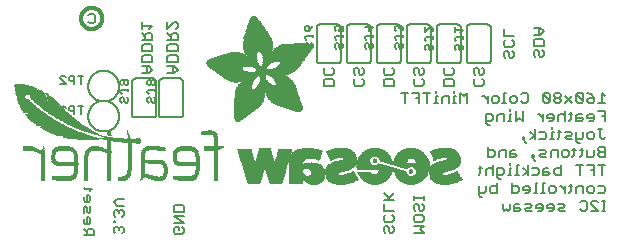
<source format=gbr>
G04 EAGLE Gerber RS-274X export*
G75*
%MOMM*%
%FSLAX34Y34*%
%LPD*%
%INSilkscreen Bottom*%
%IPPOS*%
%AMOC8*
5,1,8,0,0,1.08239X$1,22.5*%
G01*
%ADD10C,0.152400*%
%ADD11C,0.127000*%
%ADD12C,0.304800*%
%ADD13C,0.203200*%
%ADD14R,0.182878X0.020319*%
%ADD15R,0.792478X0.020322*%
%ADD16R,0.447041X0.020322*%
%ADD17R,0.792481X0.020322*%
%ADD18R,0.325122X0.020319*%
%ADD19R,1.097278X0.020319*%
%ADD20R,0.629919X0.020319*%
%ADD21R,0.020319X0.020319*%
%ADD22R,0.568963X0.020319*%
%ADD23R,0.325119X0.020319*%
%ADD24R,1.097281X0.020319*%
%ADD25R,0.325122X0.020322*%
%ADD26R,1.300478X0.020322*%
%ADD27R,0.751841X0.020322*%
%ADD28R,0.040641X0.020322*%
%ADD29R,0.670563X0.020322*%
%ADD30R,0.325119X0.020322*%
%ADD31R,1.300481X0.020322*%
%ADD32R,1.442719X0.020319*%
%ADD33R,0.873759X0.020319*%
%ADD34R,0.060959X0.020319*%
%ADD35R,0.731522X0.020319*%
%ADD36R,1.442722X0.020319*%
%ADD37R,1.605278X0.020319*%
%ADD38R,0.975359X0.020319*%
%ADD39R,0.081278X0.020319*%
%ADD40R,0.772163X0.020319*%
%ADD41R,1.584963X0.020319*%
%ADD42R,1.706881X0.020322*%
%ADD43R,1.056641X0.020322*%
%ADD44R,0.101600X0.020322*%
%ADD45R,1.706878X0.020322*%
%ADD46R,1.828800X0.020319*%
%ADD47R,1.158241X0.020319*%
%ADD48R,0.121919X0.020319*%
%ADD49R,0.833122X0.020319*%
%ADD50R,1.889759X0.020322*%
%ADD51R,1.239519X0.020322*%
%ADD52R,0.121919X0.020322*%
%ADD53R,0.853441X0.020322*%
%ADD54R,1.889763X0.020322*%
%ADD55R,1.910078X0.020319*%
%ADD56R,1.300481X0.020319*%
%ADD57R,0.142241X0.020319*%
%ADD58R,0.873762X0.020319*%
%ADD59R,1.910081X0.020319*%
%ADD60R,1.930400X0.020319*%
%ADD61R,1.381759X0.020319*%
%ADD62R,0.162559X0.020319*%
%ADD63R,0.894081X0.020319*%
%ADD64R,1.950719X0.020322*%
%ADD65R,1.463041X0.020322*%
%ADD66R,0.182878X0.020322*%
%ADD67R,0.914400X0.020322*%
%ADD68R,1.950722X0.020322*%
%ADD69R,1.971041X0.020319*%
%ADD70R,1.524000X0.020319*%
%ADD71R,0.203200X0.020319*%
%ADD72R,0.934722X0.020319*%
%ADD73R,1.991359X0.020322*%
%ADD74R,1.584959X0.020322*%
%ADD75R,0.223519X0.020322*%
%ADD76R,0.934719X0.020322*%
%ADD77R,1.991363X0.020322*%
%ADD78R,2.011678X0.020319*%
%ADD79R,1.625600X0.020319*%
%ADD80R,0.243841X0.020319*%
%ADD81R,0.853441X0.020319*%
%ADD82R,2.011681X0.020319*%
%ADD83R,2.032000X0.020319*%
%ADD84R,1.706881X0.020319*%
%ADD85R,0.264159X0.020319*%
%ADD86R,0.751841X0.020319*%
%ADD87R,2.032000X0.020322*%
%ADD88R,0.568959X0.020322*%
%ADD89R,1.036322X0.020322*%
%ADD90R,0.284478X0.020322*%
%ADD91R,0.690881X0.020322*%
%ADD92R,0.548641X0.020319*%
%ADD93R,0.528319X0.020319*%
%ADD94R,0.487678X0.020319*%
%ADD95R,0.914400X0.020319*%
%ADD96R,0.284478X0.020319*%
%ADD97R,0.589281X0.020319*%
%ADD98R,0.528322X0.020319*%
%ADD99R,0.487678X0.020322*%
%ADD100R,1.158241X0.020322*%
%ADD101R,0.528319X0.020322*%
%ADD102R,0.487681X0.020322*%
%ADD103R,0.284481X0.020322*%
%ADD104R,0.467363X0.020319*%
%ADD105R,0.101600X0.020319*%
%ADD106R,0.426722X0.020319*%
%ADD107R,1.056641X0.020319*%
%ADD108R,0.467359X0.020319*%
%ADD109R,0.406400X0.020319*%
%ADD110R,0.447041X0.020319*%
%ADD111R,0.426719X0.020319*%
%ADD112R,0.406400X0.020322*%
%ADD113R,0.386081X0.020322*%
%ADD114R,0.894078X0.020322*%
%ADD115R,0.386081X0.020319*%
%ADD116R,0.365759X0.020319*%
%ADD117R,0.812800X0.020319*%
%ADD118R,0.386078X0.020322*%
%ADD119R,0.365759X0.020322*%
%ADD120R,0.670559X0.020319*%
%ADD121R,0.345438X0.020319*%
%ADD122R,0.609600X0.020319*%
%ADD123R,0.345438X0.020322*%
%ADD124R,0.548641X0.020322*%
%ADD125R,0.365762X0.020322*%
%ADD126R,0.345441X0.020319*%
%ADD127R,0.345441X0.020322*%
%ADD128R,0.426719X0.020322*%
%ADD129R,0.304800X0.020319*%
%ADD130R,0.304800X0.020322*%
%ADD131R,1.727200X0.020322*%
%ADD132R,1.849122X0.020319*%
%ADD133R,1.849119X0.020319*%
%ADD134R,1.971041X0.020322*%
%ADD135R,1.971037X0.020322*%
%ADD136R,2.052322X0.020322*%
%ADD137R,0.467363X0.020322*%
%ADD138R,2.052319X0.020322*%
%ADD139R,2.092959X0.020319*%
%ADD140R,2.113281X0.020319*%
%ADD141R,0.589278X0.020319*%
%ADD142R,2.113278X0.020319*%
%ADD143R,2.133600X0.020322*%
%ADD144R,2.153922X0.020319*%
%ADD145R,1.198881X0.020319*%
%ADD146R,2.153919X0.020319*%
%ADD147R,2.174241X0.020322*%
%ADD148R,1.503678X0.020322*%
%ADD149R,2.174238X0.020322*%
%ADD150R,2.194559X0.020319*%
%ADD151R,2.214881X0.020322*%
%ADD152R,2.072641X0.020322*%
%ADD153R,2.214878X0.020322*%
%ADD154R,2.214881X0.020319*%
%ADD155R,2.052319X0.020319*%
%ADD156R,2.214878X0.020319*%
%ADD157R,2.235200X0.020322*%
%ADD158R,0.508000X0.020319*%
%ADD159R,0.426722X0.020322*%
%ADD160R,1.869441X0.020322*%
%ADD161R,1.808478X0.020319*%
%ADD162R,1.747519X0.020319*%
%ADD163R,1.625600X0.020322*%
%ADD164R,0.487681X0.020319*%
%ADD165R,0.467359X0.020322*%
%ADD166R,0.365762X0.020319*%
%ADD167R,0.629919X0.020322*%
%ADD168R,0.386078X0.020319*%
%ADD169R,0.711200X0.020319*%
%ADD170R,0.670559X0.020322*%
%ADD171R,0.772159X0.020322*%
%ADD172R,0.731519X0.020319*%
%ADD173R,0.447038X0.020322*%
%ADD174R,0.873759X0.020322*%
%ADD175R,0.955041X0.020319*%
%ADD176R,0.568959X0.020319*%
%ADD177R,0.548638X0.020319*%
%ADD178R,1.178559X0.020322*%
%ADD179R,0.650241X0.020322*%
%ADD180R,0.995678X0.020322*%
%ADD181R,0.508000X0.020322*%
%ADD182R,1.219200X0.020319*%
%ADD183R,1.402081X0.020319*%
%ADD184R,1.910078X0.020322*%
%ADD185R,1.910081X0.020322*%
%ADD186R,0.243841X0.020322*%
%ADD187R,1.361441X0.020322*%
%ADD188R,1.280159X0.020319*%
%ADD189R,1.869441X0.020319*%
%ADD190R,1.645922X0.020319*%
%ADD191R,0.223519X0.020319*%
%ADD192R,1.341122X0.020319*%
%ADD193R,1.320800X0.020319*%
%ADD194R,1.584959X0.020319*%
%ADD195R,1.341119X0.020322*%
%ADD196R,1.808478X0.020322*%
%ADD197R,1.524000X0.020322*%
%ADD198R,1.808481X0.020322*%
%ADD199R,0.203200X0.020322*%
%ADD200R,1.259841X0.020322*%
%ADD201R,1.767841X0.020319*%
%ADD202R,1.483359X0.020319*%
%ADD203R,1.767838X0.020319*%
%ADD204R,0.182881X0.020319*%
%ADD205R,1.402081X0.020322*%
%ADD206R,1.849119X0.020322*%
%ADD207R,1.422400X0.020322*%
%ADD208R,0.162559X0.020322*%
%ADD209R,1.178562X0.020322*%
%ADD210R,1.686559X0.020319*%
%ADD211R,1.361441X0.020319*%
%ADD212R,1.686563X0.020319*%
%ADD213R,1.137922X0.020319*%
%ADD214R,1.300478X0.020319*%
%ADD215R,1.605281X0.020319*%
%ADD216R,1.503681X0.020322*%
%ADD217R,1.564641X0.020322*%
%ADD218R,1.788159X0.020322*%
%ADD219R,1.219200X0.020322*%
%ADD220R,1.564638X0.020322*%
%ADD221R,1.544319X0.020319*%
%ADD222R,1.137919X0.020319*%
%ADD223R,1.483363X0.020319*%
%ADD224R,0.081281X0.020319*%
%ADD225R,1.016000X0.020319*%
%ADD226R,1.402078X0.020322*%
%ADD227R,1.666241X0.020322*%
%ADD228R,1.381759X0.020322*%
%ADD229R,0.081281X0.020322*%
%ADD230R,0.955041X0.020322*%
%ADD231R,1.564638X0.020319*%
%ADD232R,1.645919X0.020319*%
%ADD233R,1.178559X0.020319*%
%ADD234R,0.040641X0.020319*%
%ADD235R,0.975359X0.020322*%
%ADD236R,1.239522X0.020322*%
%ADD237R,0.020319X0.020322*%
%ADD238R,0.772163X0.020322*%
%ADD239R,0.670563X0.020319*%
%ADD240R,1.036322X0.020319*%
%ADD241R,0.182881X0.020322*%
%ADD242R,1.117600X0.020319*%
%ADD243R,2.336800X0.020319*%
%ADD244R,2.479038X0.020322*%
%ADD245R,2.824478X0.020319*%
%ADD246R,2.824478X0.020322*%
%ADD247R,2.824481X0.020319*%
%ADD248R,2.946400X0.020319*%
%ADD249R,3.048000X0.020322*%
%ADD250R,0.264159X0.020322*%
%ADD251R,3.149600X0.020319*%
%ADD252R,2.438400X0.020322*%
%ADD253R,0.284481X0.020319*%
%ADD254R,3.962400X0.020319*%
%ADD255R,1.564641X0.020319*%
%ADD256R,1.950719X0.020319*%
%ADD257R,0.264163X0.020322*%
%ADD258R,1.076959X0.020322*%
%ADD259R,0.589281X0.020322*%
%ADD260R,0.264163X0.020319*%
%ADD261R,0.792478X0.020319*%
%ADD262R,1.666241X0.020319*%
%ADD263R,0.833119X0.020319*%
%ADD264R,1.544322X0.020322*%
%ADD265R,1.036319X0.020322*%
%ADD266R,1.239519X0.020319*%
%ADD267R,1.259838X0.020319*%
%ADD268R,1.422400X0.020319*%
%ADD269R,0.223522X0.020322*%
%ADD270R,2.722881X0.020322*%
%ADD271R,0.223522X0.020319*%
%ADD272R,2.702559X0.020319*%
%ADD273R,2.580641X0.020322*%
%ADD274R,2.438400X0.020319*%
%ADD275R,2.275841X0.020319*%
%ADD276R,0.142241X0.020322*%
%ADD277R,2.153922X0.020322*%
%ADD278R,0.142238X0.020322*%
%ADD279R,0.162562X0.020319*%
%ADD280R,0.792481X0.020319*%
%ADD281R,1.544319X0.020322*%
%ADD282R,0.975363X0.020322*%
%ADD283R,1.341122X0.020322*%
%ADD284R,1.280159X0.020322*%
%ADD285R,0.121922X0.020319*%
%ADD286R,1.239522X0.020319*%
%ADD287R,1.361438X0.020319*%
%ADD288R,0.121922X0.020322*%
%ADD289R,2.397759X0.020322*%
%ADD290R,2.255519X0.020319*%
%ADD291R,1.991359X0.020319*%
%ADD292R,2.600959X0.020319*%
%ADD293R,1.198878X0.020322*%
%ADD294R,0.060963X0.020319*%
%ADD295R,1.158238X0.020322*%
%ADD296R,0.060963X0.020322*%
%ADD297R,0.589278X0.020322*%
%ADD298R,2.580641X0.020319*%
%ADD299R,0.650241X0.020319*%
%ADD300R,2.560322X0.020319*%
%ADD301R,2.560322X0.020322*%
%ADD302R,0.020322X0.020319*%
%ADD303R,0.690881X0.020319*%
%ADD304R,2.540000X0.020319*%
%ADD305R,0.020322X0.020322*%
%ADD306R,0.731519X0.020322*%
%ADD307R,2.540000X0.020322*%
%ADD308R,0.751838X0.020319*%
%ADD309R,2.519681X0.020319*%
%ADD310R,2.499359X0.020322*%
%ADD311R,2.479041X0.020319*%
%ADD312R,0.812800X0.020322*%
%ADD313R,2.479041X0.020322*%
%ADD314R,0.853438X0.020319*%
%ADD315R,2.458719X0.020319*%
%ADD316R,0.873762X0.020322*%
%ADD317R,2.458719X0.020322*%
%ADD318R,0.894078X0.020319*%
%ADD319R,0.934719X0.020319*%
%ADD320R,2.397763X0.020319*%
%ADD321R,2.397759X0.020319*%
%ADD322R,1.016000X0.020322*%
%ADD323R,2.377441X0.020322*%
%ADD324R,1.036319X0.020319*%
%ADD325R,2.072641X0.020319*%
%ADD326R,1.930400X0.020322*%
%ADD327R,1.808481X0.020319*%
%ADD328R,1.686559X0.020322*%
%ADD329R,1.137919X0.020322*%
%ADD330R,1.076959X0.020319*%
%ADD331R,1.056638X0.020319*%
%ADD332R,1.198878X0.020319*%
%ADD333R,1.137922X0.020322*%
%ADD334R,2.255522X0.020322*%
%ADD335R,1.158238X0.020319*%
%ADD336R,2.235200X0.020319*%
%ADD337R,1.076963X0.020322*%
%ADD338R,2.194559X0.020322*%
%ADD339R,2.174238X0.020319*%
%ADD340R,0.060959X0.020322*%
%ADD341R,1.280163X0.020319*%
%ADD342R,1.320800X0.020322*%
%ADD343R,2.113278X0.020322*%
%ADD344R,2.092963X0.020319*%
%ADD345R,1.361438X0.020322*%
%ADD346R,1.402078X0.020319*%
%ADD347R,2.072637X0.020319*%
%ADD348R,2.052322X0.020319*%
%ADD349R,1.442719X0.020322*%
%ADD350R,2.011681X0.020322*%
%ADD351R,1.463041X0.020319*%
%ADD352R,1.483359X0.020322*%
%ADD353R,1.463037X0.020319*%
%ADD354R,1.503678X0.020319*%
%ADD355R,1.117600X0.020322*%
%ADD356R,1.889759X0.020319*%
%ADD357R,1.869438X0.020319*%
%ADD358R,1.849122X0.020322*%
%ADD359R,1.280163X0.020322*%
%ADD360R,1.788159X0.020319*%
%ADD361R,1.767841X0.020322*%
%ADD362R,0.142238X0.020319*%
%ADD363R,1.463037X0.020322*%
%ADD364R,0.995681X0.020319*%
%ADD365R,0.081278X0.020322*%
%ADD366R,1.503681X0.020319*%
%ADD367R,1.544322X0.020319*%
%ADD368R,1.645919X0.020322*%
%ADD369R,1.605281X0.020322*%
%ADD370R,1.727200X0.020319*%
%ADD371R,0.162562X0.020322*%
%ADD372R,1.584963X0.020322*%
%ADD373R,1.605278X0.020322*%
%ADD374R,1.381763X0.020319*%
%ADD375R,1.666238X0.020319*%
%ADD376R,1.341119X0.020319*%
%ADD377R,1.828800X0.020322*%
%ADD378R,1.198881X0.020322*%
%ADD379R,1.056638X0.020322*%
%ADD380R,0.772159X0.020319*%
%ADD381R,1.097281X0.020322*%
%ADD382R,1.076963X0.020319*%
%ADD383R,1.259841X0.020319*%
%ADD384R,0.609600X0.020322*%
%ADD385R,0.731522X0.020322*%
%ADD386R,0.711200X0.020322*%
%ADD387R,0.690878X0.020319*%
%ADD388R,0.690878X0.020322*%
%ADD389R,0.243838X0.020319*%
%ADD390R,0.934722X0.020322*%
%ADD391R,2.133600X0.020319*%
%ADD392R,2.113281X0.020322*%
%ADD393R,2.072637X0.020322*%
%ADD394R,2.011678X0.020322*%
%ADD395R,1.950722X0.020319*%
%ADD396R,1.706878X0.020319*%
%ADD397R,1.483363X0.020322*%
%ADD398R,0.528322X0.020322*%
%ADD399R,0.508000X0.025400*%
%ADD400R,0.381000X0.025400*%
%ADD401R,0.355600X0.025400*%
%ADD402R,0.889000X0.025400*%
%ADD403R,0.685800X0.025400*%
%ADD404R,0.609600X0.025400*%
%ADD405R,1.143000X0.025400*%
%ADD406R,0.863600X0.025400*%
%ADD407R,1.168400X0.025400*%
%ADD408R,0.812800X0.025400*%
%ADD409R,1.041400X0.025400*%
%ADD410R,1.346200X0.025400*%
%ADD411R,1.016000X0.025400*%
%ADD412R,0.914400X0.025400*%
%ADD413R,1.219200X0.025400*%
%ADD414R,1.066800X0.025400*%
%ADD415R,1.498600X0.025400*%
%ADD416R,1.524000X0.025400*%
%ADD417R,1.651000X0.025400*%
%ADD418R,1.270000X0.025400*%
%ADD419R,1.295400X0.025400*%
%ADD420R,1.117600X0.025400*%
%ADD421R,1.092200X0.025400*%
%ADD422R,1.778000X0.025400*%
%ADD423R,1.397000X0.025400*%
%ADD424R,1.905000X0.025400*%
%ADD425R,1.879600X0.025400*%
%ADD426R,1.981200X0.025400*%
%ADD427R,1.574800X0.025400*%
%ADD428R,2.108200X0.025400*%
%ADD429R,1.676400X0.025400*%
%ADD430R,2.082800X0.025400*%
%ADD431R,1.422400X0.025400*%
%ADD432R,2.184400X0.025400*%
%ADD433R,1.727200X0.025400*%
%ADD434R,1.752600X0.025400*%
%ADD435R,2.260600X0.025400*%
%ADD436R,1.828800X0.025400*%
%ADD437R,1.803400X0.025400*%
%ADD438R,2.286000X0.025400*%
%ADD439R,1.549400X0.025400*%
%ADD440R,2.336800X0.025400*%
%ADD441R,1.193800X0.025400*%
%ADD442R,2.413000X0.025400*%
%ADD443R,1.955800X0.025400*%
%ADD444R,1.625600X0.025400*%
%ADD445R,2.463800X0.025400*%
%ADD446R,2.006600X0.025400*%
%ADD447R,2.489200X0.025400*%
%ADD448R,2.895600X0.025400*%
%ADD449R,2.540000X0.025400*%
%ADD450R,2.057400X0.025400*%
%ADD451R,2.565400X0.025400*%
%ADD452R,2.921000X0.025400*%
%ADD453R,1.244600X0.025400*%
%ADD454R,2.590800X0.025400*%
%ADD455R,2.133600X0.025400*%
%ADD456R,2.641600X0.025400*%
%ADD457R,2.616200X0.025400*%
%ADD458R,2.946400X0.025400*%
%ADD459R,2.235200X0.025400*%
%ADD460R,2.209800X0.025400*%
%ADD461R,2.971800X0.025400*%
%ADD462R,1.320800X0.025400*%
%ADD463R,2.311400X0.025400*%
%ADD464R,2.362200X0.025400*%
%ADD465R,2.997200X0.025400*%
%ADD466R,1.371600X0.025400*%
%ADD467R,2.438400X0.025400*%
%ADD468R,3.022600X0.025400*%
%ADD469R,2.514600X0.025400*%
%ADD470R,1.447800X0.025400*%
%ADD471R,2.667000X0.025400*%
%ADD472R,1.473200X0.025400*%
%ADD473R,2.692400X0.025400*%
%ADD474R,2.717800X0.025400*%
%ADD475R,0.990600X0.025400*%
%ADD476R,2.743200X0.025400*%
%ADD477R,0.965200X0.025400*%
%ADD478R,0.838200X0.025400*%
%ADD479R,2.768600X0.025400*%
%ADD480R,0.711200X0.025400*%
%ADD481R,0.635000X0.025400*%
%ADD482R,0.533400X0.025400*%
%ADD483R,0.050800X0.025400*%
%ADD484R,0.457200X0.025400*%
%ADD485R,0.203200X0.025400*%
%ADD486R,0.431800X0.025400*%
%ADD487R,1.600200X0.025400*%
%ADD488R,0.254000X0.025400*%
%ADD489R,0.304800X0.025400*%
%ADD490R,2.387600X0.025400*%
%ADD491R,0.228600X0.025400*%
%ADD492R,0.330200X0.025400*%
%ADD493R,0.152400X0.025400*%
%ADD494R,0.177800X0.025400*%
%ADD495R,0.127000X0.025400*%
%ADD496R,0.101600X0.025400*%
%ADD497R,1.701800X0.025400*%
%ADD498R,2.870200X0.025400*%
%ADD499R,3.048000X0.025400*%
%ADD500R,0.736600X0.025400*%
%ADD501R,3.124200X0.025400*%
%ADD502R,0.660400X0.025400*%
%ADD503R,3.175000X0.025400*%
%ADD504R,0.584200X0.025400*%
%ADD505R,2.032000X0.025400*%
%ADD506R,3.276600X0.025400*%
%ADD507R,0.482600X0.025400*%
%ADD508R,3.606800X0.025400*%
%ADD509R,3.327400X0.025400*%
%ADD510R,0.406400X0.025400*%
%ADD511R,3.073400X0.025400*%
%ADD512R,3.632200X0.025400*%
%ADD513R,3.403600X0.025400*%
%ADD514R,0.076200X0.025400*%
%ADD515R,2.159000X0.025400*%
%ADD516R,3.657600X0.025400*%
%ADD517R,3.708400X0.025400*%
%ADD518R,3.733800X0.025400*%
%ADD519R,2.819400X0.025400*%
%ADD520R,2.844800X0.025400*%
%ADD521R,3.759200X0.025400*%
%ADD522R,2.794000X0.025400*%
%ADD523R,3.784600X0.025400*%
%ADD524R,3.810000X0.025400*%
%ADD525R,3.098800X0.025400*%
%ADD526R,3.860800X0.025400*%
%ADD527R,3.911600X0.025400*%
%ADD528R,3.937000X0.025400*%
%ADD529R,3.200400X0.025400*%
%ADD530R,0.025400X0.025400*%
%ADD531R,3.962400X0.025400*%
%ADD532R,3.149600X0.025400*%
%ADD533R,1.930400X0.025400*%
%ADD534R,0.279400X0.025400*%
%ADD535R,1.854200X0.025400*%
%ADD536R,0.558800X0.025400*%
%ADD537R,0.125700X0.014000*%
%ADD538R,0.209500X0.014000*%
%ADD539R,0.279400X0.013900*%
%ADD540R,0.335300X0.014000*%
%ADD541R,0.377200X0.014000*%
%ADD542R,0.419100X0.013900*%
%ADD543R,0.475000X0.014000*%
%ADD544R,0.502900X0.014000*%
%ADD545R,0.530900X0.013900*%
%ADD546R,0.558800X0.014000*%
%ADD547R,0.586800X0.014000*%
%ADD548R,0.628600X0.014000*%
%ADD549R,0.642600X0.013900*%
%ADD550R,0.670500X0.014000*%
%ADD551R,0.698500X0.014000*%
%ADD552R,0.712500X0.013900*%
%ADD553R,0.740400X0.014000*%
%ADD554R,0.768400X0.014000*%
%ADD555R,0.782300X0.013900*%
%ADD556R,0.810300X0.014000*%
%ADD557R,0.824200X0.014000*%
%ADD558R,0.852200X0.014000*%
%ADD559R,0.880200X0.013900*%
%ADD560R,0.894100X0.014000*%
%ADD561R,0.908100X0.014000*%
%ADD562R,0.936000X0.013900*%
%ADD563R,0.950000X0.014000*%
%ADD564R,0.964000X0.014000*%
%ADD565R,0.991900X0.013900*%
%ADD566R,1.005900X0.014000*%
%ADD567R,1.033800X0.014000*%
%ADD568R,1.047800X0.014000*%
%ADD569R,1.061800X0.013900*%
%ADD570R,1.089700X0.014000*%
%ADD571R,1.103700X0.014000*%
%ADD572R,1.117600X0.013900*%
%ADD573R,1.145600X0.014000*%
%ADD574R,1.159600X0.014000*%
%ADD575R,1.173500X0.013900*%
%ADD576R,1.201500X0.014000*%
%ADD577R,1.215400X0.014000*%
%ADD578R,1.243400X0.014000*%
%ADD579R,1.257300X0.013900*%
%ADD580R,1.271300X0.014000*%
%ADD581R,1.299300X0.014000*%
%ADD582R,1.313200X0.013900*%
%ADD583R,1.327200X0.014000*%
%ADD584R,1.355100X0.014000*%
%ADD585R,1.369100X0.013900*%
%ADD586R,1.383100X0.014000*%
%ADD587R,1.411000X0.014000*%
%ADD588R,1.425000X0.014000*%
%ADD589R,1.452900X0.013900*%
%ADD590R,1.466900X0.014000*%
%ADD591R,1.480900X0.014000*%
%ADD592R,1.508800X0.013900*%
%ADD593R,1.522800X0.014000*%
%ADD594R,1.536700X0.014000*%
%ADD595R,0.167700X0.013900*%
%ADD596R,1.564700X0.013900*%
%ADD597R,0.265500X0.014000*%
%ADD598R,1.578700X0.014000*%
%ADD599R,0.349200X0.014000*%
%ADD600R,1.606600X0.014000*%
%ADD601R,0.405100X0.014000*%
%ADD602R,1.620600X0.014000*%
%ADD603R,0.475000X0.013900*%
%ADD604R,1.634500X0.013900*%
%ADD605R,0.530900X0.014000*%
%ADD606R,1.662500X0.014000*%
%ADD607R,1.676400X0.014000*%
%ADD608R,1.690400X0.013900*%
%ADD609R,1.718400X0.014000*%
%ADD610R,0.754400X0.014000*%
%ADD611R,1.732300X0.014000*%
%ADD612R,0.796300X0.013900*%
%ADD613R,1.746300X0.013900*%
%ADD614R,0.852100X0.014000*%
%ADD615R,1.774200X0.014000*%
%ADD616R,0.908000X0.014000*%
%ADD617R,1.788200X0.014000*%
%ADD618R,0.949900X0.014000*%
%ADD619R,1.816100X0.014000*%
%ADD620R,1.005900X0.013900*%
%ADD621R,1.830100X0.013900*%
%ADD622R,1.844100X0.014000*%
%ADD623R,1.872000X0.014000*%
%ADD624R,1.131600X0.013900*%
%ADD625R,1.886000X0.013900*%
%ADD626R,1.187500X0.014000*%
%ADD627R,1.900000X0.014000*%
%ADD628R,1.229400X0.014000*%
%ADD629R,1.927900X0.014000*%
%ADD630R,1.271300X0.013900*%
%ADD631R,1.941900X0.013900*%
%ADD632R,1.313200X0.014000*%
%ADD633R,1.955800X0.014000*%
%ADD634R,1.969800X0.014000*%
%ADD635R,1.397000X0.014000*%
%ADD636R,1.997800X0.014000*%
%ADD637R,1.439000X0.013900*%
%ADD638R,2.011700X0.013900*%
%ADD639R,2.025700X0.014000*%
%ADD640R,2.039700X0.014000*%
%ADD641R,1.550700X0.013900*%
%ADD642R,2.053600X0.013900*%
%ADD643R,1.592600X0.014000*%
%ADD644R,2.067600X0.014000*%
%ADD645R,1.634500X0.014000*%
%ADD646R,2.081600X0.014000*%
%ADD647R,2.095500X0.013900*%
%ADD648R,2.109500X0.014000*%
%ADD649R,1.760200X0.014000*%
%ADD650R,2.123500X0.014000*%
%ADD651R,1.802100X0.014000*%
%ADD652R,2.137500X0.014000*%
%ADD653R,1.844000X0.013900*%
%ADD654R,2.151400X0.013900*%
%ADD655R,1.871900X0.014000*%
%ADD656R,2.165400X0.014000*%
%ADD657R,1.913800X0.014000*%
%ADD658R,2.179400X0.014000*%
%ADD659R,1.955800X0.013900*%
%ADD660R,2.193300X0.013900*%
%ADD661R,1.983800X0.014000*%
%ADD662R,2.207300X0.014000*%
%ADD663R,2.221300X0.014000*%
%ADD664R,2.221300X0.013900*%
%ADD665R,2.095500X0.014000*%
%ADD666R,2.235200X0.014000*%
%ADD667R,2.249200X0.014000*%
%ADD668R,2.137400X0.014000*%
%ADD669R,2.263200X0.014000*%
%ADD670R,2.179300X0.013900*%
%ADD671R,2.277200X0.013900*%
%ADD672R,2.193300X0.014000*%
%ADD673R,2.277200X0.014000*%
%ADD674R,2.221200X0.014000*%
%ADD675R,2.291100X0.014000*%
%ADD676R,2.249100X0.013900*%
%ADD677R,2.305100X0.013900*%
%ADD678R,2.319100X0.014000*%
%ADD679R,2.277100X0.014000*%
%ADD680R,2.333000X0.013900*%
%ADD681R,2.319000X0.014000*%
%ADD682R,2.347000X0.014000*%
%ADD683R,2.333000X0.014000*%
%ADD684R,2.361000X0.014000*%
%ADD685R,2.360900X0.014000*%
%ADD686R,2.374900X0.013900*%
%ADD687R,2.388800X0.014000*%
%ADD688R,2.388900X0.014000*%
%ADD689R,2.416800X0.014000*%
%ADD690R,2.416900X0.013900*%
%ADD691R,2.402900X0.013900*%
%ADD692R,2.430800X0.014000*%
%ADD693R,2.402900X0.014000*%
%ADD694R,2.458800X0.014000*%
%ADD695R,2.416900X0.014000*%
%ADD696R,2.458700X0.013900*%
%ADD697R,2.430800X0.013900*%
%ADD698R,2.472700X0.014000*%
%ADD699R,2.500600X0.014000*%
%ADD700R,2.444800X0.014000*%
%ADD701R,2.514600X0.013900*%
%ADD702R,2.458800X0.013900*%
%ADD703R,2.528600X0.014000*%
%ADD704R,2.528500X0.014000*%
%ADD705R,2.542500X0.013900*%
%ADD706R,2.472700X0.013900*%
%ADD707R,2.556500X0.014000*%
%ADD708R,2.486700X0.014000*%
%ADD709R,2.570500X0.013900*%
%ADD710R,2.486700X0.013900*%
%ADD711R,2.584500X0.014000*%
%ADD712R,2.500700X0.014000*%
%ADD713R,2.584400X0.014000*%
%ADD714R,2.598400X0.014000*%
%ADD715R,2.514600X0.014000*%
%ADD716R,2.612400X0.013900*%
%ADD717R,2.612400X0.014000*%
%ADD718R,2.626300X0.014000*%
%ADD719R,2.640300X0.013900*%
%ADD720R,2.528600X0.013900*%
%ADD721R,2.640400X0.014000*%
%ADD722R,2.542600X0.014000*%
%ADD723R,2.654300X0.014000*%
%ADD724R,2.654300X0.013900*%
%ADD725R,2.542600X0.013900*%
%ADD726R,2.668300X0.014000*%
%ADD727R,2.556600X0.014000*%
%ADD728R,2.682200X0.014000*%
%ADD729R,2.668200X0.013900*%
%ADD730R,2.556600X0.013900*%
%ADD731R,2.570500X0.014000*%
%ADD732R,2.696200X0.014000*%
%ADD733R,2.682300X0.013900*%
%ADD734R,2.696300X0.014000*%
%ADD735R,2.696200X0.013900*%
%ADD736R,2.710200X0.014000*%
%ADD737R,2.710200X0.013900*%
%ADD738R,2.724100X0.014000*%
%ADD739R,2.710100X0.014000*%
%ADD740R,2.724100X0.013900*%
%ADD741R,2.584500X0.013900*%
%ADD742R,2.724200X0.014000*%
%ADD743R,2.724200X0.013900*%
%ADD744R,2.738100X0.013900*%
%ADD745R,2.738200X0.013900*%
%ADD746R,2.556500X0.013900*%
%ADD747R,5.238700X0.013900*%
%ADD748R,5.238700X0.014000*%
%ADD749R,5.224800X0.014000*%
%ADD750R,5.210800X0.013900*%
%ADD751R,5.210800X0.014000*%
%ADD752R,5.196800X0.014000*%
%ADD753R,5.182900X0.013900*%
%ADD754R,5.182900X0.014000*%
%ADD755R,5.168900X0.014000*%
%ADD756R,5.154900X0.014000*%
%ADD757R,5.154900X0.013900*%
%ADD758R,5.141000X0.014000*%
%ADD759R,5.127000X0.014000*%
%ADD760R,3.604200X0.013900*%
%ADD761R,1.411000X0.013900*%
%ADD762R,3.562300X0.014000*%
%ADD763R,1.383000X0.014000*%
%ADD764R,3.534400X0.014000*%
%ADD765R,1.369100X0.014000*%
%ADD766R,3.506500X0.013900*%
%ADD767R,1.341100X0.013900*%
%ADD768R,3.492500X0.014000*%
%ADD769R,1.341100X0.014000*%
%ADD770R,3.450600X0.014000*%
%ADD771R,1.313100X0.014000*%
%ADD772R,3.436600X0.014000*%
%ADD773R,3.422700X0.013900*%
%ADD774R,1.299200X0.013900*%
%ADD775R,3.394700X0.014000*%
%ADD776R,1.285300X0.014000*%
%ADD777R,3.380700X0.014000*%
%ADD778R,3.366700X0.013900*%
%ADD779R,3.338900X0.014000*%
%ADD780R,1.257300X0.014000*%
%ADD781R,3.324900X0.014000*%
%ADD782R,3.310900X0.013900*%
%ADD783R,1.243400X0.013900*%
%ADD784R,3.283000X0.014000*%
%ADD785R,3.255000X0.014000*%
%ADD786R,3.241000X0.013900*%
%ADD787R,1.215400X0.013900*%
%ADD788R,3.227100X0.014000*%
%ADD789R,3.213100X0.014000*%
%ADD790R,1.718300X0.013900*%
%ADD791R,1.187500X0.013900*%
%ADD792R,1.648500X0.014000*%
%ADD793R,1.187400X0.014000*%
%ADD794R,1.620500X0.014000*%
%ADD795R,1.592600X0.013900*%
%ADD796R,1.271200X0.013900*%
%ADD797R,1.173400X0.013900*%
%ADD798R,1.159500X0.014000*%
%ADD799R,1.564600X0.014000*%
%ADD800R,1.201400X0.014000*%
%ADD801R,1.145500X0.014000*%
%ADD802R,1.145500X0.013900*%
%ADD803R,1.550700X0.014000*%
%ADD804R,1.103600X0.014000*%
%ADD805R,1.131600X0.014000*%
%ADD806R,1.075700X0.014000*%
%ADD807R,1.117600X0.014000*%
%ADD808R,1.536700X0.013900*%
%ADD809R,1.047800X0.013900*%
%ADD810R,1.103600X0.013900*%
%ADD811R,1.522700X0.014000*%
%ADD812R,1.005800X0.014000*%
%ADD813R,0.991900X0.014000*%
%ADD814R,0.963900X0.013900*%
%ADD815R,1.075700X0.013900*%
%ADD816R,1.508800X0.014000*%
%ADD817R,1.075600X0.014000*%
%ADD818R,1.494800X0.014000*%
%ADD819R,1.061700X0.014000*%
%ADD820R,1.047700X0.014000*%
%ADD821R,1.494800X0.013900*%
%ADD822R,1.047700X0.013900*%
%ADD823R,1.480800X0.014000*%
%ADD824R,1.494700X0.014000*%
%ADD825R,0.838200X0.014000*%
%ADD826R,1.480800X0.013900*%
%ADD827R,0.810200X0.013900*%
%ADD828R,1.019800X0.013900*%
%ADD829R,1.466800X0.014000*%
%ADD830R,0.796300X0.014000*%
%ADD831R,0.768300X0.014000*%
%ADD832R,1.466800X0.013900*%
%ADD833R,0.754300X0.013900*%
%ADD834R,0.977900X0.013900*%
%ADD835R,0.139700X0.013900*%
%ADD836R,0.963900X0.014000*%
%ADD837R,0.712500X0.014000*%
%ADD838R,0.544800X0.014000*%
%ADD839R,0.670600X0.014000*%
%ADD840R,0.684600X0.013900*%
%ADD841R,0.922000X0.013900*%
%ADD842R,1.452900X0.014000*%
%ADD843R,0.656600X0.014000*%
%ADD844R,0.922100X0.014000*%
%ADD845R,0.866200X0.014000*%
%ADD846R,0.894000X0.013900*%
%ADD847R,1.033800X0.013900*%
%ADD848R,0.614600X0.014000*%
%ADD849R,0.866100X0.014000*%
%ADD850R,1.452800X0.014000*%
%ADD851R,0.600700X0.014000*%
%ADD852R,1.173500X0.014000*%
%ADD853R,1.438900X0.013900*%
%ADD854R,0.586700X0.013900*%
%ADD855R,0.838200X0.013900*%
%ADD856R,0.586700X0.014000*%
%ADD857R,2.151400X0.014000*%
%ADD858R,2.193200X0.014000*%
%ADD859R,1.438900X0.014000*%
%ADD860R,0.544900X0.014000*%
%ADD861R,0.544900X0.013900*%
%ADD862R,2.277100X0.013900*%
%ADD863R,0.516900X0.014000*%
%ADD864R,0.516900X0.013900*%
%ADD865R,0.489000X0.014000*%
%ADD866R,1.424900X0.014000*%
%ADD867R,2.444700X0.014000*%
%ADD868R,1.424900X0.013900*%
%ADD869R,0.461000X0.014000*%
%ADD870R,2.570400X0.014000*%
%ADD871R,1.425000X0.013900*%
%ADD872R,0.447000X0.013900*%
%ADD873R,1.410900X0.014000*%
%ADD874R,0.447000X0.014000*%
%ADD875R,0.433100X0.014000*%
%ADD876R,2.668200X0.014000*%
%ADD877R,0.433100X0.013900*%
%ADD878R,0.419100X0.014000*%
%ADD879R,2.738100X0.014000*%
%ADD880R,2.766100X0.014000*%
%ADD881R,1.397000X0.013900*%
%ADD882R,2.807900X0.013900*%
%ADD883R,2.835900X0.014000*%
%ADD884R,2.877900X0.014000*%
%ADD885R,0.433000X0.014000*%
%ADD886R,2.905700X0.014000*%
%ADD887R,1.369000X0.013900*%
%ADD888R,0.433000X0.013900*%
%ADD889R,2.947700X0.013900*%
%ADD890R,2.989500X0.014000*%
%ADD891R,3.031500X0.014000*%
%ADD892R,1.355100X0.013900*%
%ADD893R,0.488900X0.013900*%
%ADD894R,3.087300X0.013900*%
%ADD895R,1.341200X0.014000*%
%ADD896R,3.702000X0.014000*%
%ADD897R,3.716000X0.014000*%
%ADD898R,1.327100X0.013900*%
%ADD899R,3.757900X0.013900*%
%ADD900R,3.771900X0.014000*%
%ADD901R,1.299200X0.014000*%
%ADD902R,3.799900X0.014000*%
%ADD903R,3.841700X0.014000*%
%ADD904R,3.869700X0.013900*%
%ADD905R,3.925600X0.014000*%
%ADD906R,0.111800X0.014000*%
%ADD907R,5.266700X0.014000*%
%ADD908R,5.727700X0.013900*%
%ADD909R,5.825500X0.014000*%
%ADD910R,5.895400X0.014000*%
%ADD911R,5.965200X0.013900*%
%ADD912R,6.021100X0.014000*%
%ADD913R,6.076900X0.014000*%
%ADD914R,6.146800X0.014000*%
%ADD915R,6.188800X0.013900*%
%ADD916R,6.244600X0.014000*%
%ADD917R,6.286500X0.014000*%
%ADD918R,6.328400X0.013900*%
%ADD919R,6.384300X0.014000*%
%ADD920R,3.352800X0.014000*%
%ADD921R,2.821900X0.014000*%
%ADD922R,3.283000X0.013900*%
%ADD923R,3.241100X0.014000*%
%ADD924R,2.682300X0.014000*%
%ADD925R,3.241000X0.014000*%
%ADD926R,2.640300X0.014000*%
%ADD927R,3.227100X0.013900*%
%ADD928R,2.584400X0.013900*%
%ADD929R,3.227000X0.014000*%
%ADD930R,3.269000X0.013900*%
%ADD931R,3.282900X0.014000*%
%ADD932R,3.310900X0.014000*%
%ADD933R,3.338800X0.013900*%
%ADD934R,0.922000X0.014000*%
%ADD935R,2.123400X0.013900*%
%ADD936R,0.894100X0.013900*%
%ADD937R,2.081500X0.014000*%
%ADD938R,0.894000X0.014000*%
%ADD939R,0.908100X0.013900*%
%ADD940R,2.039600X0.014000*%
%ADD941R,2.011700X0.014000*%
%ADD942R,0.936000X0.014000*%
%ADD943R,1.969700X0.013900*%
%ADD944R,0.977900X0.014000*%
%ADD945R,1.941900X0.014000*%
%ADD946R,1.927800X0.013900*%
%ADD947R,1.913900X0.014000*%
%ADD948R,1.913800X0.013900*%
%ADD949R,2.794000X0.013900*%
%ADD950R,1.899900X0.014000*%
%ADD951R,1.229300X0.014000*%
%ADD952R,1.285200X0.014000*%
%ADD953R,2.919700X0.014000*%
%ADD954R,1.872000X0.013900*%
%ADD955R,2.961600X0.013900*%
%ADD956R,1.858000X0.014000*%
%ADD957R,3.031400X0.014000*%
%ADD958R,3.115300X0.014000*%
%ADD959R,1.858000X0.013900*%
%ADD960R,5.029200X0.013900*%
%ADD961R,4.428500X0.014000*%
%ADD962R,1.844000X0.014000*%
%ADD963R,4.414500X0.014000*%
%ADD964R,4.414500X0.013900*%
%ADD965R,1.830100X0.014000*%
%ADD966R,4.414600X0.014000*%
%ADD967R,1.830000X0.014000*%
%ADD968R,0.530800X0.014000*%
%ADD969R,4.400500X0.014000*%
%ADD970R,4.400500X0.013900*%
%ADD971R,4.400600X0.014000*%
%ADD972R,0.572800X0.013900*%
%ADD973R,4.386600X0.013900*%
%ADD974R,4.386500X0.014000*%
%ADD975R,0.614700X0.013900*%
%ADD976R,4.372600X0.013900*%
%ADD977R,0.642600X0.014000*%
%ADD978R,4.372600X0.014000*%
%ADD979R,0.698500X0.013900*%
%ADD980R,4.358600X0.013900*%
%ADD981R,0.712400X0.014000*%
%ADD982R,4.358600X0.014000*%
%ADD983R,4.344700X0.014000*%
%ADD984R,1.871900X0.013900*%
%ADD985R,0.768300X0.013900*%
%ADD986R,4.330700X0.013900*%
%ADD987R,1.885900X0.014000*%
%ADD988R,0.782300X0.014000*%
%ADD989R,4.330700X0.014000*%
%ADD990R,4.316700X0.014000*%
%ADD991R,1.899900X0.013900*%
%ADD992R,0.852200X0.013900*%
%ADD993R,4.316700X0.013900*%
%ADD994R,0.880100X0.014000*%
%ADD995R,4.302700X0.014000*%
%ADD996R,1.941800X0.014000*%
%ADD997R,4.288800X0.014000*%
%ADD998R,1.983700X0.013900*%
%ADD999R,4.274800X0.013900*%
%ADD1000R,4.274800X0.014000*%
%ADD1001R,4.260800X0.014000*%
%ADD1002R,3.408700X0.013900*%
%ADD1003R,4.260800X0.013900*%
%ADD1004R,3.408700X0.014000*%
%ADD1005R,4.232900X0.014000*%
%ADD1006R,3.422700X0.014000*%
%ADD1007R,4.219000X0.014000*%
%ADD1008R,3.436600X0.013900*%
%ADD1009R,4.219000X0.013900*%
%ADD1010R,4.205000X0.014000*%
%ADD1011R,4.177000X0.014000*%
%ADD1012R,3.464600X0.014000*%
%ADD1013R,4.163100X0.014000*%
%ADD1014R,3.478600X0.013900*%
%ADD1015R,4.135100X0.013900*%
%ADD1016R,3.478600X0.014000*%
%ADD1017R,4.121100X0.014000*%
%ADD1018R,4.093200X0.014000*%
%ADD1019R,4.051300X0.013900*%
%ADD1020R,3.520500X0.014000*%
%ADD1021R,4.009400X0.014000*%
%ADD1022R,3.981400X0.014000*%
%ADD1023R,3.548300X0.013900*%
%ADD1024R,3.939500X0.013900*%
%ADD1025R,3.897600X0.014000*%
%ADD1026R,3.576300X0.014000*%
%ADD1027R,3.799800X0.014000*%
%ADD1028R,3.590200X0.013900*%
%ADD1029R,3.744000X0.013900*%
%ADD1030R,3.604200X0.014000*%
%ADD1031R,3.702100X0.014000*%
%ADD1032R,3.618200X0.014000*%
%ADD1033R,3.660200X0.014000*%
%ADD1034R,3.632200X0.013900*%
%ADD1035R,3.618300X0.013900*%
%ADD1036R,3.646200X0.014000*%
%ADD1037R,3.576400X0.014000*%
%ADD1038R,3.660100X0.014000*%
%ADD1039R,3.660100X0.013900*%
%ADD1040R,3.674100X0.014000*%
%ADD1041R,3.436700X0.014000*%
%ADD1042R,2.612300X0.014000*%
%ADD1043R,0.782400X0.014000*%
%ADD1044R,3.716000X0.013900*%
%ADD1045R,2.500600X0.013900*%
%ADD1046R,3.730000X0.014000*%
%ADD1047R,3.758000X0.014000*%
%ADD1048R,2.374900X0.014000*%
%ADD1049R,3.771900X0.013900*%
%ADD1050R,0.824300X0.013900*%
%ADD1051R,2.305000X0.013900*%
%ADD1052R,3.785900X0.014000*%
%ADD1053R,3.813800X0.013900*%
%ADD1054R,3.827800X0.014000*%
%ADD1055R,3.855700X0.014000*%
%ADD1056R,3.883700X0.014000*%
%ADD1057R,1.802200X0.014000*%
%ADD1058R,3.897700X0.014000*%
%ADD1059R,1.746300X0.014000*%
%ADD1060R,3.911600X0.013900*%
%ADD1061R,0.949900X0.013900*%
%ADD1062R,1.676400X0.013900*%
%ADD1063R,3.939500X0.014000*%
%ADD1064R,1.550600X0.014000*%
%ADD1065R,3.967500X0.013900*%
%ADD1066R,1.327100X0.014000*%
%ADD1067R,1.019800X0.014000*%
%ADD1068R,4.037300X0.013900*%
%ADD1069R,3.213100X0.013900*%
%ADD1070R,0.866200X0.013900*%
%ADD1071R,1.061700X0.013900*%
%ADD1072R,0.908000X0.013900*%
%ADD1073R,1.089600X0.014000*%
%ADD1074R,0.181700X0.014000*%
%ADD1075R,2.346900X0.014000*%
%ADD1076R,2.346900X0.013900*%
%ADD1077R,3.227000X0.013900*%
%ADD1078R,2.388900X0.013900*%
%ADD1079R,2.416800X0.013900*%
%ADD1080R,2.430700X0.014000*%
%ADD1081R,3.199100X0.013900*%
%ADD1082R,2.444700X0.013900*%
%ADD1083R,3.199200X0.014000*%
%ADD1084R,3.185200X0.014000*%
%ADD1085R,2.458700X0.014000*%
%ADD1086R,3.185100X0.013900*%
%ADD1087R,3.171100X0.014000*%
%ADD1088R,3.157200X0.014000*%
%ADD1089R,3.143200X0.013900*%
%ADD1090R,3.129300X0.014000*%
%ADD1091R,3.101300X0.014000*%
%ADD1092R,3.087400X0.013900*%
%ADD1093R,3.087400X0.014000*%
%ADD1094R,3.059400X0.014000*%
%ADD1095R,3.031500X0.013900*%
%ADD1096R,3.017500X0.014000*%
%ADD1097R,2.989600X0.014000*%
%ADD1098R,2.975600X0.014000*%
%ADD1099R,2.891700X0.014000*%
%ADD1100R,2.849900X0.013900*%
%ADD1101R,2.822000X0.014000*%
%ADD1102R,2.794000X0.014000*%
%ADD1103R,2.752100X0.013900*%
%ADD1104R,2.305000X0.014000*%
%ADD1105R,2.109400X0.013900*%
%ADD1106R,1.969700X0.014000*%
%ADD1107R,2.486600X0.014000*%
%ADD1108R,2.472600X0.014000*%
%ADD1109R,2.472600X0.013900*%
%ADD1110R,2.402800X0.013900*%
%ADD1111R,2.402800X0.014000*%
%ADD1112R,2.360900X0.013900*%
%ADD1113R,2.319100X0.013900*%
%ADD1114R,2.291100X0.013900*%
%ADD1115R,2.263100X0.013900*%
%ADD1116R,2.249100X0.014000*%
%ADD1117R,2.179300X0.014000*%
%ADD1118R,2.109400X0.014000*%
%ADD1119R,2.067600X0.013900*%
%ADD1120R,2.053600X0.014000*%
%ADD1121R,2.025600X0.014000*%
%ADD1122R,2.025600X0.013900*%
%ADD1123R,1.983700X0.014000*%
%ADD1124R,1.927900X0.013900*%
%ADD1125R,1.886000X0.014000*%
%ADD1126R,1.816100X0.013900*%
%ADD1127R,1.760200X0.013900*%
%ADD1128R,1.732300X0.013900*%
%ADD1129R,1.718300X0.014000*%
%ADD1130R,1.704300X0.014000*%
%ADD1131R,1.690400X0.014000*%
%ADD1132R,1.662400X0.013900*%
%ADD1133R,1.662400X0.014000*%
%ADD1134R,1.648400X0.014000*%
%ADD1135R,1.620500X0.013900*%
%ADD1136R,1.578600X0.013900*%
%ADD1137R,1.522700X0.013900*%
%ADD1138R,1.480900X0.013900*%
%ADD1139R,1.383000X0.013900*%
%ADD1140R,1.369000X0.014000*%
%ADD1141R,1.341200X0.013900*%
%ADD1142R,1.243300X0.013900*%
%ADD1143R,1.215300X0.014000*%
%ADD1144R,1.201400X0.013900*%
%ADD1145R,1.159500X0.013900*%
%ADD1146R,1.089600X0.013900*%
%ADD1147R,0.880200X0.014000*%
%ADD1148R,0.810200X0.014000*%
%ADD1149R,0.726500X0.014000*%
%ADD1150R,0.684500X0.014000*%
%ADD1151R,0.600700X0.013900*%
%ADD1152R,0.530800X0.013900*%
%ADD1153R,0.503000X0.014000*%
%ADD1154R,0.335200X0.013900*%
%ADD1155R,0.279400X0.014000*%
%ADD1156R,0.223600X0.014000*%
%ADD1157R,0.111800X0.013900*%


D10*
X372625Y152697D02*
X363982Y152697D01*
X363982Y157019D01*
X365423Y158459D01*
X371185Y158459D01*
X372625Y157019D01*
X372625Y152697D01*
X372625Y166374D02*
X371185Y167814D01*
X372625Y166374D02*
X372625Y163493D01*
X371185Y162052D01*
X365423Y162052D01*
X363982Y163493D01*
X363982Y166374D01*
X365423Y167814D01*
X321825Y152697D02*
X313182Y152697D01*
X313182Y157019D01*
X314623Y158459D01*
X320385Y158459D01*
X321825Y157019D01*
X321825Y152697D01*
X321825Y166374D02*
X320385Y167814D01*
X321825Y166374D02*
X321825Y163493D01*
X320385Y162052D01*
X314623Y162052D01*
X313182Y163493D01*
X313182Y166374D01*
X314623Y167814D01*
X271025Y152697D02*
X262382Y152697D01*
X262382Y157019D01*
X263823Y158459D01*
X269585Y158459D01*
X271025Y157019D01*
X271025Y152697D01*
X271025Y166374D02*
X269585Y167814D01*
X271025Y166374D02*
X271025Y163493D01*
X269585Y162052D01*
X263823Y162052D01*
X262382Y163493D01*
X262382Y166374D01*
X263823Y167814D01*
X294985Y158459D02*
X296425Y157019D01*
X296425Y154137D01*
X294985Y152697D01*
X289223Y152697D01*
X287782Y154137D01*
X287782Y157019D01*
X289223Y158459D01*
X296425Y166374D02*
X294985Y167814D01*
X296425Y166374D02*
X296425Y163493D01*
X294985Y162052D01*
X293544Y162052D01*
X292104Y163493D01*
X292104Y166374D01*
X290663Y167814D01*
X289223Y167814D01*
X287782Y166374D01*
X287782Y163493D01*
X289223Y162052D01*
X345785Y158459D02*
X347225Y157019D01*
X347225Y154137D01*
X345785Y152697D01*
X340023Y152697D01*
X338582Y154137D01*
X338582Y157019D01*
X340023Y158459D01*
X347225Y166374D02*
X345785Y167814D01*
X347225Y166374D02*
X347225Y163493D01*
X345785Y162052D01*
X344344Y162052D01*
X342904Y163493D01*
X342904Y166374D01*
X341463Y167814D01*
X340023Y167814D01*
X338582Y166374D01*
X338582Y163493D01*
X340023Y162052D01*
X396585Y158459D02*
X398025Y157019D01*
X398025Y154137D01*
X396585Y152697D01*
X390823Y152697D01*
X389382Y154137D01*
X389382Y157019D01*
X390823Y158459D01*
X398025Y166374D02*
X396585Y167814D01*
X398025Y166374D02*
X398025Y163493D01*
X396585Y162052D01*
X395144Y162052D01*
X393704Y163493D01*
X393704Y166374D01*
X392263Y167814D01*
X390823Y167814D01*
X389382Y166374D01*
X389382Y163493D01*
X390823Y162052D01*
X347225Y28061D02*
X338582Y28061D01*
X344344Y30942D02*
X347225Y28061D01*
X344344Y30942D02*
X347225Y33823D01*
X338582Y33823D01*
X347225Y38857D02*
X347225Y41738D01*
X347225Y38857D02*
X345785Y37416D01*
X340023Y37416D01*
X338582Y38857D01*
X338582Y41738D01*
X340023Y43178D01*
X345785Y43178D01*
X347225Y41738D01*
X347225Y51093D02*
X345785Y52533D01*
X347225Y51093D02*
X347225Y48212D01*
X345785Y46771D01*
X344344Y46771D01*
X342904Y48212D01*
X342904Y51093D01*
X341463Y52533D01*
X340023Y52533D01*
X338582Y51093D01*
X338582Y48212D01*
X340023Y46771D01*
X338582Y56126D02*
X338582Y59008D01*
X338582Y57567D02*
X347225Y57567D01*
X347225Y56126D02*
X347225Y59008D01*
X320385Y33534D02*
X321825Y32093D01*
X321825Y29212D01*
X320385Y27772D01*
X318944Y27772D01*
X317504Y29212D01*
X317504Y32093D01*
X316063Y33534D01*
X314623Y33534D01*
X313182Y32093D01*
X313182Y29212D01*
X314623Y27772D01*
X321825Y41448D02*
X320385Y42889D01*
X321825Y41448D02*
X321825Y38567D01*
X320385Y37127D01*
X314623Y37127D01*
X313182Y38567D01*
X313182Y41448D01*
X314623Y42889D01*
X313182Y46482D02*
X321825Y46482D01*
X313182Y46482D02*
X313182Y52244D01*
X313182Y55837D02*
X321825Y55837D01*
X316063Y55837D02*
X321825Y61599D01*
X317504Y57278D02*
X313182Y61599D01*
X447385Y182991D02*
X448825Y181551D01*
X448825Y178670D01*
X447385Y177229D01*
X445944Y177229D01*
X444504Y178670D01*
X444504Y181551D01*
X443063Y182991D01*
X441623Y182991D01*
X440182Y181551D01*
X440182Y178670D01*
X441623Y177229D01*
X440182Y186584D02*
X448825Y186584D01*
X440182Y186584D02*
X440182Y190906D01*
X441623Y192347D01*
X447385Y192347D01*
X448825Y190906D01*
X448825Y186584D01*
X445944Y195940D02*
X440182Y195940D01*
X445944Y195940D02*
X448825Y198821D01*
X445944Y201702D01*
X440182Y201702D01*
X444504Y201702D02*
X444504Y195940D01*
X423425Y180281D02*
X421985Y181721D01*
X423425Y180281D02*
X423425Y177400D01*
X421985Y175959D01*
X420544Y175959D01*
X419104Y177400D01*
X419104Y180281D01*
X417663Y181721D01*
X416223Y181721D01*
X414782Y180281D01*
X414782Y177400D01*
X416223Y175959D01*
X423425Y189636D02*
X421985Y191077D01*
X423425Y189636D02*
X423425Y186755D01*
X421985Y185314D01*
X416223Y185314D01*
X414782Y186755D01*
X414782Y189636D01*
X416223Y191077D01*
X414782Y194670D02*
X423425Y194670D01*
X414782Y194670D02*
X414782Y200432D01*
X144025Y31691D02*
X142585Y33131D01*
X144025Y31691D02*
X144025Y28810D01*
X142585Y27369D01*
X136823Y27369D01*
X135382Y28810D01*
X135382Y31691D01*
X136823Y33131D01*
X139704Y33131D01*
X139704Y30250D01*
X144025Y36724D02*
X135382Y36724D01*
X135382Y42487D02*
X144025Y36724D01*
X144025Y42487D02*
X135382Y42487D01*
X135382Y46080D02*
X144025Y46080D01*
X135382Y46080D02*
X135382Y50401D01*
X136823Y51842D01*
X142585Y51842D01*
X144025Y50401D01*
X144025Y46080D01*
X93225Y29011D02*
X91785Y27570D01*
X93225Y29011D02*
X93225Y31892D01*
X91785Y33333D01*
X90344Y33333D01*
X88904Y31892D01*
X88904Y30452D01*
X88904Y31892D02*
X87463Y33333D01*
X86023Y33333D01*
X84582Y31892D01*
X84582Y29011D01*
X86023Y27570D01*
X86023Y36926D02*
X84582Y36926D01*
X86023Y36926D02*
X86023Y38366D01*
X84582Y38366D01*
X84582Y36926D01*
X91785Y41603D02*
X93225Y43044D01*
X93225Y45925D01*
X91785Y47365D01*
X90344Y47365D01*
X88904Y45925D01*
X88904Y44484D01*
X88904Y45925D02*
X87463Y47365D01*
X86023Y47365D01*
X84582Y45925D01*
X84582Y43044D01*
X86023Y41603D01*
X87463Y50958D02*
X93225Y50958D01*
X87463Y50958D02*
X84582Y53840D01*
X87463Y56721D01*
X93225Y56721D01*
X67825Y25923D02*
X59182Y25923D01*
X67825Y25923D02*
X67825Y30245D01*
X66385Y31685D01*
X63504Y31685D01*
X62063Y30245D01*
X62063Y25923D01*
X62063Y28804D02*
X59182Y31685D01*
X59182Y36719D02*
X59182Y39600D01*
X59182Y36719D02*
X60623Y35278D01*
X63504Y35278D01*
X64944Y36719D01*
X64944Y39600D01*
X63504Y41041D01*
X62063Y41041D01*
X62063Y35278D01*
X59182Y44634D02*
X59182Y48955D01*
X60623Y50396D01*
X62063Y48955D01*
X62063Y46074D01*
X63504Y44634D01*
X64944Y46074D01*
X64944Y50396D01*
X59182Y55429D02*
X59182Y58310D01*
X59182Y55429D02*
X60623Y53989D01*
X63504Y53989D01*
X64944Y55429D01*
X64944Y58310D01*
X63504Y59751D01*
X62063Y59751D01*
X62063Y53989D01*
X60623Y64785D02*
X66385Y64785D01*
X60623Y64785D02*
X59182Y66225D01*
X64944Y66225D02*
X64944Y63344D01*
D11*
X498049Y146693D02*
X501015Y143727D01*
X498049Y146693D02*
X498049Y137795D01*
X501015Y137795D02*
X495083Y137795D01*
X488694Y145210D02*
X485728Y146693D01*
X488694Y145210D02*
X491660Y142244D01*
X491660Y139278D01*
X490177Y137795D01*
X487211Y137795D01*
X485728Y139278D01*
X485728Y140761D01*
X487211Y142244D01*
X491660Y142244D01*
X482305Y139278D02*
X482305Y145210D01*
X480822Y146693D01*
X477856Y146693D01*
X476373Y145210D01*
X476373Y139278D01*
X477856Y137795D01*
X480822Y137795D01*
X482305Y139278D01*
X476373Y145210D01*
X472949Y143727D02*
X467018Y137795D01*
X472949Y137795D02*
X467018Y143727D01*
X463594Y145210D02*
X462111Y146693D01*
X459145Y146693D01*
X457663Y145210D01*
X457663Y143727D01*
X459145Y142244D01*
X457663Y140761D01*
X457663Y139278D01*
X459145Y137795D01*
X462111Y137795D01*
X463594Y139278D01*
X463594Y140761D01*
X462111Y142244D01*
X463594Y143727D01*
X463594Y145210D01*
X462111Y142244D02*
X459145Y142244D01*
X454239Y139278D02*
X454239Y145210D01*
X452756Y146693D01*
X449790Y146693D01*
X448307Y145210D01*
X448307Y139278D01*
X449790Y137795D01*
X452756Y137795D01*
X454239Y139278D01*
X448307Y145210D01*
X431080Y146693D02*
X429597Y145210D01*
X431080Y146693D02*
X434046Y146693D01*
X435529Y145210D01*
X435529Y139278D01*
X434046Y137795D01*
X431080Y137795D01*
X429597Y139278D01*
X424691Y137795D02*
X421725Y137795D01*
X420242Y139278D01*
X420242Y142244D01*
X421725Y143727D01*
X424691Y143727D01*
X426174Y142244D01*
X426174Y139278D01*
X424691Y137795D01*
X416818Y146693D02*
X415335Y146693D01*
X415335Y137795D01*
X416818Y137795D02*
X413852Y137795D01*
X409099Y137795D02*
X406133Y137795D01*
X404650Y139278D01*
X404650Y142244D01*
X406133Y143727D01*
X409099Y143727D01*
X410582Y142244D01*
X410582Y139278D01*
X409099Y137795D01*
X401226Y137795D02*
X401226Y143727D01*
X398261Y143727D02*
X401226Y140761D01*
X398261Y143727D02*
X396778Y143727D01*
X384075Y146693D02*
X384075Y137795D01*
X381109Y143727D02*
X384075Y146693D01*
X381109Y143727D02*
X378143Y146693D01*
X378143Y137795D01*
X374720Y143727D02*
X373237Y143727D01*
X373237Y137795D01*
X374720Y137795D02*
X371754Y137795D01*
X373237Y146693D02*
X373237Y148176D01*
X368483Y143727D02*
X368483Y137795D01*
X368483Y143727D02*
X364034Y143727D01*
X362552Y142244D01*
X362552Y137795D01*
X359128Y143727D02*
X357645Y143727D01*
X357645Y137795D01*
X359128Y137795D02*
X356162Y137795D01*
X357645Y146693D02*
X357645Y148176D01*
X349925Y146693D02*
X349925Y137795D01*
X346960Y146693D02*
X352891Y146693D01*
X343536Y146693D02*
X343536Y137795D01*
X343536Y146693D02*
X337604Y146693D01*
X340570Y142244D02*
X343536Y142244D01*
X331215Y137795D02*
X331215Y146693D01*
X334181Y146693D02*
X328249Y146693D01*
X501015Y131453D02*
X501015Y122555D01*
X501015Y131453D02*
X495083Y131453D01*
X498049Y127004D02*
X501015Y127004D01*
X490177Y122555D02*
X487211Y122555D01*
X490177Y122555D02*
X491660Y124038D01*
X491660Y127004D01*
X490177Y128487D01*
X487211Y128487D01*
X485728Y127004D01*
X485728Y125521D01*
X491660Y125521D01*
X480822Y128487D02*
X477856Y128487D01*
X476373Y127004D01*
X476373Y122555D01*
X480822Y122555D01*
X482305Y124038D01*
X480822Y125521D01*
X476373Y125521D01*
X471467Y124038D02*
X471467Y129970D01*
X471467Y124038D02*
X469984Y122555D01*
X469984Y128487D02*
X472949Y128487D01*
X466713Y131453D02*
X466713Y122555D01*
X466713Y127004D02*
X465230Y128487D01*
X462264Y128487D01*
X460781Y127004D01*
X460781Y122555D01*
X455875Y122555D02*
X452909Y122555D01*
X455875Y122555D02*
X457357Y124038D01*
X457357Y127004D01*
X455875Y128487D01*
X452909Y128487D01*
X451426Y127004D01*
X451426Y125521D01*
X457357Y125521D01*
X448002Y122555D02*
X448002Y128487D01*
X448002Y125521D02*
X445036Y128487D01*
X443554Y128487D01*
X430851Y131453D02*
X430851Y122555D01*
X427885Y125521D01*
X424919Y122555D01*
X424919Y131453D01*
X421496Y128487D02*
X420013Y128487D01*
X420013Y122555D01*
X421496Y122555D02*
X418530Y122555D01*
X420013Y131453D02*
X420013Y132936D01*
X415259Y128487D02*
X415259Y122555D01*
X415259Y128487D02*
X410810Y128487D01*
X409327Y127004D01*
X409327Y122555D01*
X402938Y119589D02*
X401455Y119589D01*
X399972Y121072D01*
X399972Y128487D01*
X404421Y128487D01*
X405904Y127004D01*
X405904Y124038D01*
X404421Y122555D01*
X399972Y122555D01*
X499532Y107315D02*
X501015Y108798D01*
X499532Y107315D02*
X498049Y107315D01*
X496566Y108798D01*
X496566Y116213D01*
X498049Y116213D02*
X495083Y116213D01*
X490177Y107315D02*
X487211Y107315D01*
X485728Y108798D01*
X485728Y111764D01*
X487211Y113247D01*
X490177Y113247D01*
X491660Y111764D01*
X491660Y108798D01*
X490177Y107315D01*
X482305Y108798D02*
X482305Y113247D01*
X482305Y108798D02*
X480822Y107315D01*
X476373Y107315D01*
X476373Y105832D02*
X476373Y113247D01*
X476373Y105832D02*
X477856Y104349D01*
X479339Y104349D01*
X472949Y107315D02*
X468501Y107315D01*
X467018Y108798D01*
X468501Y110281D01*
X471467Y110281D01*
X472949Y111764D01*
X471467Y113247D01*
X467018Y113247D01*
X462111Y114730D02*
X462111Y108798D01*
X460628Y107315D01*
X460628Y113247D02*
X463594Y113247D01*
X457357Y113247D02*
X455875Y113247D01*
X455875Y107315D01*
X457357Y107315D02*
X454392Y107315D01*
X455875Y116213D02*
X455875Y117696D01*
X449638Y113247D02*
X445189Y113247D01*
X449638Y113247D02*
X451121Y111764D01*
X451121Y108798D01*
X449638Y107315D01*
X445189Y107315D01*
X441766Y107315D02*
X441766Y116213D01*
X441766Y110281D02*
X437317Y107315D01*
X441766Y110281D02*
X437317Y113247D01*
X431004Y107315D02*
X433970Y104349D01*
X431004Y107315D02*
X431004Y108798D01*
X432487Y108798D01*
X432487Y107315D01*
X431004Y107315D01*
X501015Y100973D02*
X501015Y92075D01*
X501015Y100973D02*
X496566Y100973D01*
X495083Y99490D01*
X495083Y98007D01*
X496566Y96524D01*
X495083Y95041D01*
X495083Y93558D01*
X496566Y92075D01*
X501015Y92075D01*
X501015Y96524D02*
X496566Y96524D01*
X491660Y98007D02*
X491660Y93558D01*
X490177Y92075D01*
X485728Y92075D01*
X485728Y98007D01*
X480822Y99490D02*
X480822Y93558D01*
X479339Y92075D01*
X479339Y98007D02*
X482305Y98007D01*
X474585Y99490D02*
X474585Y93558D01*
X473102Y92075D01*
X473102Y98007D02*
X476068Y98007D01*
X468348Y92075D02*
X465382Y92075D01*
X463899Y93558D01*
X463899Y96524D01*
X465382Y98007D01*
X468348Y98007D01*
X469831Y96524D01*
X469831Y93558D01*
X468348Y92075D01*
X460476Y92075D02*
X460476Y98007D01*
X456027Y98007D01*
X454544Y96524D01*
X454544Y92075D01*
X451121Y92075D02*
X446672Y92075D01*
X445189Y93558D01*
X446672Y95041D01*
X449638Y95041D01*
X451121Y96524D01*
X449638Y98007D01*
X445189Y98007D01*
X438800Y92075D02*
X441766Y89109D01*
X438800Y92075D02*
X438800Y93558D01*
X440283Y93558D01*
X440283Y92075D01*
X438800Y92075D01*
X424691Y98007D02*
X421725Y98007D01*
X420242Y96524D01*
X420242Y92075D01*
X424691Y92075D01*
X426174Y93558D01*
X424691Y95041D01*
X420242Y95041D01*
X416818Y92075D02*
X416818Y98007D01*
X412370Y98007D01*
X410887Y96524D01*
X410887Y92075D01*
X401531Y92075D02*
X401531Y100973D01*
X401531Y92075D02*
X405980Y92075D01*
X407463Y93558D01*
X407463Y96524D01*
X405980Y98007D01*
X401531Y98007D01*
X498049Y85733D02*
X498049Y76835D01*
X501015Y85733D02*
X495083Y85733D01*
X491660Y85733D02*
X491660Y76835D01*
X491660Y85733D02*
X485728Y85733D01*
X488694Y81284D02*
X491660Y81284D01*
X479339Y76835D02*
X479339Y85733D01*
X482305Y85733D02*
X476373Y85733D01*
X463594Y85733D02*
X463594Y76835D01*
X459145Y76835D01*
X457663Y78318D01*
X457663Y81284D01*
X459145Y82767D01*
X463594Y82767D01*
X452756Y82767D02*
X449790Y82767D01*
X448307Y81284D01*
X448307Y76835D01*
X452756Y76835D01*
X454239Y78318D01*
X452756Y79801D01*
X448307Y79801D01*
X443401Y82767D02*
X438952Y82767D01*
X443401Y82767D02*
X444884Y81284D01*
X444884Y78318D01*
X443401Y76835D01*
X438952Y76835D01*
X435529Y76835D02*
X435529Y85733D01*
X435529Y79801D02*
X431080Y76835D01*
X435529Y79801D02*
X431080Y82767D01*
X427733Y85733D02*
X426250Y85733D01*
X426250Y76835D01*
X427733Y76835D02*
X424767Y76835D01*
X421496Y82767D02*
X420013Y82767D01*
X420013Y76835D01*
X421496Y76835D02*
X418530Y76835D01*
X420013Y85733D02*
X420013Y87216D01*
X412293Y73869D02*
X410810Y73869D01*
X409327Y75352D01*
X409327Y82767D01*
X413776Y82767D01*
X415259Y81284D01*
X415259Y78318D01*
X413776Y76835D01*
X409327Y76835D01*
X405904Y76835D02*
X405904Y85733D01*
X404421Y82767D02*
X405904Y81284D01*
X404421Y82767D02*
X401455Y82767D01*
X399972Y81284D01*
X399972Y76835D01*
X395066Y78318D02*
X395066Y84250D01*
X395066Y78318D02*
X393583Y76835D01*
X393583Y82767D02*
X396549Y82767D01*
X495083Y67527D02*
X499532Y67527D01*
X501015Y66044D01*
X501015Y63078D01*
X499532Y61595D01*
X495083Y61595D01*
X490177Y61595D02*
X487211Y61595D01*
X485728Y63078D01*
X485728Y66044D01*
X487211Y67527D01*
X490177Y67527D01*
X491660Y66044D01*
X491660Y63078D01*
X490177Y61595D01*
X482305Y61595D02*
X482305Y67527D01*
X477856Y67527D01*
X476373Y66044D01*
X476373Y61595D01*
X471467Y63078D02*
X471467Y69010D01*
X471467Y63078D02*
X469984Y61595D01*
X469984Y67527D02*
X472949Y67527D01*
X466713Y67527D02*
X466713Y61595D01*
X466713Y64561D02*
X463747Y67527D01*
X462264Y67527D01*
X457434Y61595D02*
X454468Y61595D01*
X452985Y63078D01*
X452985Y66044D01*
X454468Y67527D01*
X457434Y67527D01*
X458917Y66044D01*
X458917Y63078D01*
X457434Y61595D01*
X449562Y70493D02*
X448079Y70493D01*
X448079Y61595D01*
X449562Y61595D02*
X446596Y61595D01*
X443325Y70493D02*
X441842Y70493D01*
X441842Y61595D01*
X443325Y61595D02*
X440359Y61595D01*
X435605Y61595D02*
X432639Y61595D01*
X435605Y61595D02*
X437088Y63078D01*
X437088Y66044D01*
X435605Y67527D01*
X432639Y67527D01*
X431156Y66044D01*
X431156Y64561D01*
X437088Y64561D01*
X421801Y61595D02*
X421801Y70493D01*
X421801Y61595D02*
X426250Y61595D01*
X427733Y63078D01*
X427733Y66044D01*
X426250Y67527D01*
X421801Y67527D01*
X409022Y70493D02*
X409022Y61595D01*
X404574Y61595D01*
X403091Y63078D01*
X403091Y66044D01*
X404574Y67527D01*
X409022Y67527D01*
X399667Y67527D02*
X399667Y63078D01*
X398184Y61595D01*
X393735Y61595D01*
X393735Y60112D02*
X393735Y67527D01*
X393735Y60112D02*
X395218Y58629D01*
X396701Y58629D01*
X498049Y46355D02*
X501015Y46355D01*
X499532Y46355D02*
X499532Y55253D01*
X501015Y55253D02*
X498049Y55253D01*
X494778Y46355D02*
X488847Y46355D01*
X494778Y46355D02*
X488847Y52287D01*
X488847Y53770D01*
X490329Y55253D01*
X493295Y55253D01*
X494778Y53770D01*
X480974Y55253D02*
X479491Y53770D01*
X480974Y55253D02*
X483940Y55253D01*
X485423Y53770D01*
X485423Y47838D01*
X483940Y46355D01*
X480974Y46355D01*
X479491Y47838D01*
X466713Y46355D02*
X462264Y46355D01*
X460781Y47838D01*
X462264Y49321D01*
X465230Y49321D01*
X466713Y50804D01*
X465230Y52287D01*
X460781Y52287D01*
X455875Y46355D02*
X452909Y46355D01*
X455875Y46355D02*
X457357Y47838D01*
X457357Y50804D01*
X455875Y52287D01*
X452909Y52287D01*
X451426Y50804D01*
X451426Y49321D01*
X457357Y49321D01*
X446519Y46355D02*
X443554Y46355D01*
X446519Y46355D02*
X448002Y47838D01*
X448002Y50804D01*
X446519Y52287D01*
X443554Y52287D01*
X442071Y50804D01*
X442071Y49321D01*
X448002Y49321D01*
X438647Y46355D02*
X434198Y46355D01*
X432715Y47838D01*
X434198Y49321D01*
X437164Y49321D01*
X438647Y50804D01*
X437164Y52287D01*
X432715Y52287D01*
X427809Y52287D02*
X424843Y52287D01*
X423360Y50804D01*
X423360Y46355D01*
X427809Y46355D01*
X429292Y47838D01*
X427809Y49321D01*
X423360Y49321D01*
X419937Y47838D02*
X419937Y52287D01*
X419937Y47838D02*
X418454Y46355D01*
X416971Y47838D01*
X415488Y46355D01*
X414005Y47838D01*
X414005Y52287D01*
X136107Y163195D02*
X130175Y163195D01*
X136107Y163195D02*
X139073Y166161D01*
X136107Y169127D01*
X130175Y169127D01*
X134624Y169127D02*
X134624Y163195D01*
X139073Y172550D02*
X130175Y172550D01*
X130175Y176999D01*
X131658Y178482D01*
X137590Y178482D01*
X139073Y176999D01*
X139073Y172550D01*
X139073Y181905D02*
X130175Y181905D01*
X130175Y186354D01*
X131658Y187837D01*
X137590Y187837D01*
X139073Y186354D01*
X139073Y181905D01*
X139073Y191261D02*
X130175Y191261D01*
X139073Y191261D02*
X139073Y195709D01*
X137590Y197192D01*
X134624Y197192D01*
X133141Y195709D01*
X133141Y191261D01*
X133141Y194226D02*
X130175Y197192D01*
X130175Y200616D02*
X130175Y206547D01*
X130175Y200616D02*
X136107Y206547D01*
X137590Y206547D01*
X139073Y205065D01*
X139073Y202099D01*
X137590Y200616D01*
X114517Y163195D02*
X108585Y163195D01*
X114517Y163195D02*
X117483Y166161D01*
X114517Y169127D01*
X108585Y169127D01*
X113034Y169127D02*
X113034Y163195D01*
X117483Y172550D02*
X108585Y172550D01*
X108585Y176999D01*
X110068Y178482D01*
X116000Y178482D01*
X117483Y176999D01*
X117483Y172550D01*
X117483Y181905D02*
X108585Y181905D01*
X108585Y186354D01*
X110068Y187837D01*
X116000Y187837D01*
X117483Y186354D01*
X117483Y181905D01*
X117483Y191261D02*
X108585Y191261D01*
X117483Y191261D02*
X117483Y195709D01*
X116000Y197192D01*
X113034Y197192D01*
X111551Y195709D01*
X111551Y191261D01*
X111551Y194226D02*
X108585Y197192D01*
X114517Y200616D02*
X117483Y203582D01*
X108585Y203582D01*
X108585Y206547D02*
X108585Y200616D01*
D12*
X57060Y209550D02*
X57063Y209770D01*
X57071Y209991D01*
X57084Y210211D01*
X57103Y210430D01*
X57128Y210649D01*
X57157Y210868D01*
X57192Y211085D01*
X57233Y211302D01*
X57278Y211518D01*
X57329Y211732D01*
X57385Y211945D01*
X57447Y212157D01*
X57513Y212367D01*
X57585Y212575D01*
X57662Y212782D01*
X57744Y212986D01*
X57830Y213189D01*
X57922Y213389D01*
X58019Y213588D01*
X58120Y213783D01*
X58227Y213976D01*
X58338Y214167D01*
X58453Y214354D01*
X58573Y214539D01*
X58698Y214721D01*
X58827Y214899D01*
X58961Y215075D01*
X59098Y215247D01*
X59240Y215415D01*
X59386Y215581D01*
X59536Y215742D01*
X59690Y215900D01*
X59848Y216054D01*
X60009Y216204D01*
X60175Y216350D01*
X60343Y216492D01*
X60515Y216629D01*
X60691Y216763D01*
X60869Y216892D01*
X61051Y217017D01*
X61236Y217137D01*
X61423Y217252D01*
X61614Y217363D01*
X61807Y217470D01*
X62002Y217571D01*
X62201Y217668D01*
X62401Y217760D01*
X62604Y217846D01*
X62808Y217928D01*
X63015Y218005D01*
X63223Y218077D01*
X63433Y218143D01*
X63645Y218205D01*
X63858Y218261D01*
X64072Y218312D01*
X64288Y218357D01*
X64505Y218398D01*
X64722Y218433D01*
X64941Y218462D01*
X65160Y218487D01*
X65379Y218506D01*
X65599Y218519D01*
X65820Y218527D01*
X66040Y218530D01*
X66260Y218527D01*
X66481Y218519D01*
X66701Y218506D01*
X66920Y218487D01*
X67139Y218462D01*
X67358Y218433D01*
X67575Y218398D01*
X67792Y218357D01*
X68008Y218312D01*
X68222Y218261D01*
X68435Y218205D01*
X68647Y218143D01*
X68857Y218077D01*
X69065Y218005D01*
X69272Y217928D01*
X69476Y217846D01*
X69679Y217760D01*
X69879Y217668D01*
X70078Y217571D01*
X70273Y217470D01*
X70466Y217363D01*
X70657Y217252D01*
X70844Y217137D01*
X71029Y217017D01*
X71211Y216892D01*
X71389Y216763D01*
X71565Y216629D01*
X71737Y216492D01*
X71905Y216350D01*
X72071Y216204D01*
X72232Y216054D01*
X72390Y215900D01*
X72544Y215742D01*
X72694Y215581D01*
X72840Y215415D01*
X72982Y215247D01*
X73119Y215075D01*
X73253Y214899D01*
X73382Y214721D01*
X73507Y214539D01*
X73627Y214354D01*
X73742Y214167D01*
X73853Y213976D01*
X73960Y213783D01*
X74061Y213588D01*
X74158Y213389D01*
X74250Y213189D01*
X74336Y212986D01*
X74418Y212782D01*
X74495Y212575D01*
X74567Y212367D01*
X74633Y212157D01*
X74695Y211945D01*
X74751Y211732D01*
X74802Y211518D01*
X74847Y211302D01*
X74888Y211085D01*
X74923Y210868D01*
X74952Y210649D01*
X74977Y210430D01*
X74996Y210211D01*
X75009Y209991D01*
X75017Y209770D01*
X75020Y209550D01*
X75017Y209330D01*
X75009Y209109D01*
X74996Y208889D01*
X74977Y208670D01*
X74952Y208451D01*
X74923Y208232D01*
X74888Y208015D01*
X74847Y207798D01*
X74802Y207582D01*
X74751Y207368D01*
X74695Y207155D01*
X74633Y206943D01*
X74567Y206733D01*
X74495Y206525D01*
X74418Y206318D01*
X74336Y206114D01*
X74250Y205911D01*
X74158Y205711D01*
X74061Y205512D01*
X73960Y205317D01*
X73853Y205124D01*
X73742Y204933D01*
X73627Y204746D01*
X73507Y204561D01*
X73382Y204379D01*
X73253Y204201D01*
X73119Y204025D01*
X72982Y203853D01*
X72840Y203685D01*
X72694Y203519D01*
X72544Y203358D01*
X72390Y203200D01*
X72232Y203046D01*
X72071Y202896D01*
X71905Y202750D01*
X71737Y202608D01*
X71565Y202471D01*
X71389Y202337D01*
X71211Y202208D01*
X71029Y202083D01*
X70844Y201963D01*
X70657Y201848D01*
X70466Y201737D01*
X70273Y201630D01*
X70078Y201529D01*
X69879Y201432D01*
X69679Y201340D01*
X69476Y201254D01*
X69272Y201172D01*
X69065Y201095D01*
X68857Y201023D01*
X68647Y200957D01*
X68435Y200895D01*
X68222Y200839D01*
X68008Y200788D01*
X67792Y200743D01*
X67575Y200702D01*
X67358Y200667D01*
X67139Y200638D01*
X66920Y200613D01*
X66701Y200594D01*
X66481Y200581D01*
X66260Y200573D01*
X66040Y200570D01*
X65820Y200573D01*
X65599Y200581D01*
X65379Y200594D01*
X65160Y200613D01*
X64941Y200638D01*
X64722Y200667D01*
X64505Y200702D01*
X64288Y200743D01*
X64072Y200788D01*
X63858Y200839D01*
X63645Y200895D01*
X63433Y200957D01*
X63223Y201023D01*
X63015Y201095D01*
X62808Y201172D01*
X62604Y201254D01*
X62401Y201340D01*
X62201Y201432D01*
X62002Y201529D01*
X61807Y201630D01*
X61614Y201737D01*
X61423Y201848D01*
X61236Y201963D01*
X61051Y202083D01*
X60869Y202208D01*
X60691Y202337D01*
X60515Y202471D01*
X60343Y202608D01*
X60175Y202750D01*
X60009Y202896D01*
X59848Y203046D01*
X59690Y203200D01*
X59536Y203358D01*
X59386Y203519D01*
X59240Y203685D01*
X59098Y203853D01*
X58961Y204025D01*
X58827Y204201D01*
X58698Y204379D01*
X58573Y204561D01*
X58453Y204746D01*
X58338Y204933D01*
X58227Y205124D01*
X58120Y205317D01*
X58019Y205512D01*
X57922Y205711D01*
X57830Y205911D01*
X57744Y206114D01*
X57662Y206318D01*
X57585Y206525D01*
X57513Y206733D01*
X57447Y206943D01*
X57385Y207155D01*
X57329Y207368D01*
X57278Y207582D01*
X57233Y207798D01*
X57192Y208015D01*
X57157Y208232D01*
X57128Y208451D01*
X57103Y208670D01*
X57084Y208889D01*
X57071Y209109D01*
X57063Y209330D01*
X57060Y209550D01*
D13*
X63157Y212265D02*
X64513Y213621D01*
X67224Y213621D01*
X68580Y212265D01*
X68580Y206842D01*
X67224Y205486D01*
X64513Y205486D01*
X63157Y206842D01*
X403860Y201930D02*
X403860Y173990D01*
X386080Y171450D02*
X385980Y171452D01*
X385881Y171458D01*
X385781Y171468D01*
X385683Y171481D01*
X385584Y171499D01*
X385487Y171520D01*
X385391Y171545D01*
X385295Y171574D01*
X385201Y171607D01*
X385108Y171643D01*
X385017Y171683D01*
X384927Y171727D01*
X384839Y171774D01*
X384753Y171824D01*
X384669Y171878D01*
X384587Y171935D01*
X384508Y171995D01*
X384430Y172059D01*
X384356Y172125D01*
X384284Y172194D01*
X384215Y172266D01*
X384149Y172340D01*
X384085Y172418D01*
X384025Y172497D01*
X383968Y172579D01*
X383914Y172663D01*
X383864Y172749D01*
X383817Y172837D01*
X383773Y172927D01*
X383733Y173018D01*
X383697Y173111D01*
X383664Y173205D01*
X383635Y173301D01*
X383610Y173397D01*
X383589Y173494D01*
X383571Y173593D01*
X383558Y173691D01*
X383548Y173791D01*
X383542Y173890D01*
X383540Y173990D01*
X383540Y201930D02*
X383542Y202030D01*
X383548Y202129D01*
X383558Y202229D01*
X383571Y202327D01*
X383589Y202426D01*
X383610Y202523D01*
X383635Y202619D01*
X383664Y202715D01*
X383697Y202809D01*
X383733Y202902D01*
X383773Y202993D01*
X383817Y203083D01*
X383864Y203171D01*
X383914Y203257D01*
X383968Y203341D01*
X384025Y203423D01*
X384085Y203502D01*
X384149Y203580D01*
X384215Y203654D01*
X384284Y203726D01*
X384356Y203795D01*
X384430Y203861D01*
X384508Y203925D01*
X384587Y203985D01*
X384669Y204042D01*
X384753Y204096D01*
X384839Y204146D01*
X384927Y204193D01*
X385017Y204237D01*
X385108Y204277D01*
X385201Y204313D01*
X385295Y204346D01*
X385391Y204375D01*
X385487Y204400D01*
X385584Y204421D01*
X385683Y204439D01*
X385781Y204452D01*
X385881Y204462D01*
X385980Y204468D01*
X386080Y204470D01*
X401320Y204470D02*
X401420Y204468D01*
X401519Y204462D01*
X401619Y204452D01*
X401717Y204439D01*
X401816Y204421D01*
X401913Y204400D01*
X402009Y204375D01*
X402105Y204346D01*
X402199Y204313D01*
X402292Y204277D01*
X402383Y204237D01*
X402473Y204193D01*
X402561Y204146D01*
X402647Y204096D01*
X402731Y204042D01*
X402813Y203985D01*
X402892Y203925D01*
X402970Y203861D01*
X403044Y203795D01*
X403116Y203726D01*
X403185Y203654D01*
X403251Y203580D01*
X403315Y203502D01*
X403375Y203423D01*
X403432Y203341D01*
X403486Y203257D01*
X403536Y203171D01*
X403583Y203083D01*
X403627Y202993D01*
X403667Y202902D01*
X403703Y202809D01*
X403736Y202715D01*
X403765Y202619D01*
X403790Y202523D01*
X403811Y202426D01*
X403829Y202327D01*
X403842Y202229D01*
X403852Y202129D01*
X403858Y202030D01*
X403860Y201930D01*
X403860Y173990D02*
X403858Y173890D01*
X403852Y173791D01*
X403842Y173691D01*
X403829Y173593D01*
X403811Y173494D01*
X403790Y173397D01*
X403765Y173301D01*
X403736Y173205D01*
X403703Y173111D01*
X403667Y173018D01*
X403627Y172927D01*
X403583Y172837D01*
X403536Y172749D01*
X403486Y172663D01*
X403432Y172579D01*
X403375Y172497D01*
X403315Y172418D01*
X403251Y172340D01*
X403185Y172266D01*
X403116Y172194D01*
X403044Y172125D01*
X402970Y172059D01*
X402892Y171995D01*
X402813Y171935D01*
X402731Y171878D01*
X402647Y171824D01*
X402561Y171774D01*
X402473Y171727D01*
X402383Y171683D01*
X402292Y171643D01*
X402199Y171607D01*
X402105Y171574D01*
X402009Y171545D01*
X401913Y171520D01*
X401816Y171499D01*
X401717Y171481D01*
X401619Y171468D01*
X401519Y171458D01*
X401420Y171452D01*
X401320Y171450D01*
X386080Y171450D01*
X386080Y204470D02*
X401320Y204470D01*
X383540Y201930D02*
X383540Y173990D01*
D10*
X380244Y186084D02*
X379142Y187186D01*
X380244Y186084D02*
X380244Y183881D01*
X379142Y182780D01*
X378040Y182780D01*
X376939Y183881D01*
X376939Y186084D01*
X375837Y187186D01*
X374736Y187186D01*
X373634Y186084D01*
X373634Y183881D01*
X374736Y182780D01*
X374736Y190264D02*
X373634Y191365D01*
X373634Y192467D01*
X374736Y193569D01*
X380244Y193569D01*
X380244Y194670D02*
X380244Y192467D01*
X378040Y197748D02*
X380244Y199951D01*
X373634Y199951D01*
X373634Y197748D02*
X373634Y202154D01*
D13*
X378460Y201930D02*
X378460Y173990D01*
X360680Y171450D02*
X360580Y171452D01*
X360481Y171458D01*
X360381Y171468D01*
X360283Y171481D01*
X360184Y171499D01*
X360087Y171520D01*
X359991Y171545D01*
X359895Y171574D01*
X359801Y171607D01*
X359708Y171643D01*
X359617Y171683D01*
X359527Y171727D01*
X359439Y171774D01*
X359353Y171824D01*
X359269Y171878D01*
X359187Y171935D01*
X359108Y171995D01*
X359030Y172059D01*
X358956Y172125D01*
X358884Y172194D01*
X358815Y172266D01*
X358749Y172340D01*
X358685Y172418D01*
X358625Y172497D01*
X358568Y172579D01*
X358514Y172663D01*
X358464Y172749D01*
X358417Y172837D01*
X358373Y172927D01*
X358333Y173018D01*
X358297Y173111D01*
X358264Y173205D01*
X358235Y173301D01*
X358210Y173397D01*
X358189Y173494D01*
X358171Y173593D01*
X358158Y173691D01*
X358148Y173791D01*
X358142Y173890D01*
X358140Y173990D01*
X358140Y201930D02*
X358142Y202030D01*
X358148Y202129D01*
X358158Y202229D01*
X358171Y202327D01*
X358189Y202426D01*
X358210Y202523D01*
X358235Y202619D01*
X358264Y202715D01*
X358297Y202809D01*
X358333Y202902D01*
X358373Y202993D01*
X358417Y203083D01*
X358464Y203171D01*
X358514Y203257D01*
X358568Y203341D01*
X358625Y203423D01*
X358685Y203502D01*
X358749Y203580D01*
X358815Y203654D01*
X358884Y203726D01*
X358956Y203795D01*
X359030Y203861D01*
X359108Y203925D01*
X359187Y203985D01*
X359269Y204042D01*
X359353Y204096D01*
X359439Y204146D01*
X359527Y204193D01*
X359617Y204237D01*
X359708Y204277D01*
X359801Y204313D01*
X359895Y204346D01*
X359991Y204375D01*
X360087Y204400D01*
X360184Y204421D01*
X360283Y204439D01*
X360381Y204452D01*
X360481Y204462D01*
X360580Y204468D01*
X360680Y204470D01*
X375920Y204470D02*
X376020Y204468D01*
X376119Y204462D01*
X376219Y204452D01*
X376317Y204439D01*
X376416Y204421D01*
X376513Y204400D01*
X376609Y204375D01*
X376705Y204346D01*
X376799Y204313D01*
X376892Y204277D01*
X376983Y204237D01*
X377073Y204193D01*
X377161Y204146D01*
X377247Y204096D01*
X377331Y204042D01*
X377413Y203985D01*
X377492Y203925D01*
X377570Y203861D01*
X377644Y203795D01*
X377716Y203726D01*
X377785Y203654D01*
X377851Y203580D01*
X377915Y203502D01*
X377975Y203423D01*
X378032Y203341D01*
X378086Y203257D01*
X378136Y203171D01*
X378183Y203083D01*
X378227Y202993D01*
X378267Y202902D01*
X378303Y202809D01*
X378336Y202715D01*
X378365Y202619D01*
X378390Y202523D01*
X378411Y202426D01*
X378429Y202327D01*
X378442Y202229D01*
X378452Y202129D01*
X378458Y202030D01*
X378460Y201930D01*
X378460Y173990D02*
X378458Y173890D01*
X378452Y173791D01*
X378442Y173691D01*
X378429Y173593D01*
X378411Y173494D01*
X378390Y173397D01*
X378365Y173301D01*
X378336Y173205D01*
X378303Y173111D01*
X378267Y173018D01*
X378227Y172927D01*
X378183Y172837D01*
X378136Y172749D01*
X378086Y172663D01*
X378032Y172579D01*
X377975Y172497D01*
X377915Y172418D01*
X377851Y172340D01*
X377785Y172266D01*
X377716Y172194D01*
X377644Y172125D01*
X377570Y172059D01*
X377492Y171995D01*
X377413Y171935D01*
X377331Y171878D01*
X377247Y171824D01*
X377161Y171774D01*
X377073Y171727D01*
X376983Y171683D01*
X376892Y171643D01*
X376799Y171607D01*
X376705Y171574D01*
X376609Y171545D01*
X376513Y171520D01*
X376416Y171499D01*
X376317Y171481D01*
X376219Y171468D01*
X376119Y171458D01*
X376020Y171452D01*
X375920Y171450D01*
X360680Y171450D01*
X360680Y204470D02*
X375920Y204470D01*
X358140Y201930D02*
X358140Y173990D01*
D10*
X354844Y186084D02*
X353742Y187186D01*
X354844Y186084D02*
X354844Y183881D01*
X353742Y182780D01*
X352640Y182780D01*
X351539Y183881D01*
X351539Y186084D01*
X350437Y187186D01*
X349336Y187186D01*
X348234Y186084D01*
X348234Y183881D01*
X349336Y182780D01*
X349336Y190264D02*
X348234Y191365D01*
X348234Y192467D01*
X349336Y193569D01*
X354844Y193569D01*
X354844Y194670D02*
X354844Y192467D01*
X348234Y197748D02*
X348234Y202154D01*
X348234Y197748D02*
X352640Y202154D01*
X353742Y202154D01*
X354844Y201053D01*
X354844Y198849D01*
X353742Y197748D01*
D13*
X353060Y201930D02*
X353060Y173990D01*
X335280Y171450D02*
X335180Y171452D01*
X335081Y171458D01*
X334981Y171468D01*
X334883Y171481D01*
X334784Y171499D01*
X334687Y171520D01*
X334591Y171545D01*
X334495Y171574D01*
X334401Y171607D01*
X334308Y171643D01*
X334217Y171683D01*
X334127Y171727D01*
X334039Y171774D01*
X333953Y171824D01*
X333869Y171878D01*
X333787Y171935D01*
X333708Y171995D01*
X333630Y172059D01*
X333556Y172125D01*
X333484Y172194D01*
X333415Y172266D01*
X333349Y172340D01*
X333285Y172418D01*
X333225Y172497D01*
X333168Y172579D01*
X333114Y172663D01*
X333064Y172749D01*
X333017Y172837D01*
X332973Y172927D01*
X332933Y173018D01*
X332897Y173111D01*
X332864Y173205D01*
X332835Y173301D01*
X332810Y173397D01*
X332789Y173494D01*
X332771Y173593D01*
X332758Y173691D01*
X332748Y173791D01*
X332742Y173890D01*
X332740Y173990D01*
X332740Y201930D02*
X332742Y202030D01*
X332748Y202129D01*
X332758Y202229D01*
X332771Y202327D01*
X332789Y202426D01*
X332810Y202523D01*
X332835Y202619D01*
X332864Y202715D01*
X332897Y202809D01*
X332933Y202902D01*
X332973Y202993D01*
X333017Y203083D01*
X333064Y203171D01*
X333114Y203257D01*
X333168Y203341D01*
X333225Y203423D01*
X333285Y203502D01*
X333349Y203580D01*
X333415Y203654D01*
X333484Y203726D01*
X333556Y203795D01*
X333630Y203861D01*
X333708Y203925D01*
X333787Y203985D01*
X333869Y204042D01*
X333953Y204096D01*
X334039Y204146D01*
X334127Y204193D01*
X334217Y204237D01*
X334308Y204277D01*
X334401Y204313D01*
X334495Y204346D01*
X334591Y204375D01*
X334687Y204400D01*
X334784Y204421D01*
X334883Y204439D01*
X334981Y204452D01*
X335081Y204462D01*
X335180Y204468D01*
X335280Y204470D01*
X350520Y204470D02*
X350620Y204468D01*
X350719Y204462D01*
X350819Y204452D01*
X350917Y204439D01*
X351016Y204421D01*
X351113Y204400D01*
X351209Y204375D01*
X351305Y204346D01*
X351399Y204313D01*
X351492Y204277D01*
X351583Y204237D01*
X351673Y204193D01*
X351761Y204146D01*
X351847Y204096D01*
X351931Y204042D01*
X352013Y203985D01*
X352092Y203925D01*
X352170Y203861D01*
X352244Y203795D01*
X352316Y203726D01*
X352385Y203654D01*
X352451Y203580D01*
X352515Y203502D01*
X352575Y203423D01*
X352632Y203341D01*
X352686Y203257D01*
X352736Y203171D01*
X352783Y203083D01*
X352827Y202993D01*
X352867Y202902D01*
X352903Y202809D01*
X352936Y202715D01*
X352965Y202619D01*
X352990Y202523D01*
X353011Y202426D01*
X353029Y202327D01*
X353042Y202229D01*
X353052Y202129D01*
X353058Y202030D01*
X353060Y201930D01*
X353060Y173990D02*
X353058Y173890D01*
X353052Y173791D01*
X353042Y173691D01*
X353029Y173593D01*
X353011Y173494D01*
X352990Y173397D01*
X352965Y173301D01*
X352936Y173205D01*
X352903Y173111D01*
X352867Y173018D01*
X352827Y172927D01*
X352783Y172837D01*
X352736Y172749D01*
X352686Y172663D01*
X352632Y172579D01*
X352575Y172497D01*
X352515Y172418D01*
X352451Y172340D01*
X352385Y172266D01*
X352316Y172194D01*
X352244Y172125D01*
X352170Y172059D01*
X352092Y171995D01*
X352013Y171935D01*
X351931Y171878D01*
X351847Y171824D01*
X351761Y171774D01*
X351673Y171727D01*
X351583Y171683D01*
X351492Y171643D01*
X351399Y171607D01*
X351305Y171574D01*
X351209Y171545D01*
X351113Y171520D01*
X351016Y171499D01*
X350917Y171481D01*
X350819Y171468D01*
X350719Y171458D01*
X350620Y171452D01*
X350520Y171450D01*
X335280Y171450D01*
X335280Y204470D02*
X350520Y204470D01*
X332740Y201930D02*
X332740Y173990D01*
D10*
X329444Y187354D02*
X328342Y188456D01*
X329444Y187354D02*
X329444Y185151D01*
X328342Y184050D01*
X327240Y184050D01*
X326139Y185151D01*
X326139Y187354D01*
X325037Y188456D01*
X323936Y188456D01*
X322834Y187354D01*
X322834Y185151D01*
X323936Y184050D01*
X323936Y191534D02*
X322834Y192635D01*
X322834Y193737D01*
X323936Y194839D01*
X329444Y194839D01*
X329444Y195940D02*
X329444Y193737D01*
X328342Y199018D02*
X329444Y200119D01*
X329444Y202323D01*
X328342Y203424D01*
X327240Y203424D01*
X326139Y202323D01*
X326139Y201221D01*
X326139Y202323D02*
X325037Y203424D01*
X323936Y203424D01*
X322834Y202323D01*
X322834Y200119D01*
X323936Y199018D01*
D13*
X327660Y201930D02*
X327660Y173990D01*
X309880Y171450D02*
X309780Y171452D01*
X309681Y171458D01*
X309581Y171468D01*
X309483Y171481D01*
X309384Y171499D01*
X309287Y171520D01*
X309191Y171545D01*
X309095Y171574D01*
X309001Y171607D01*
X308908Y171643D01*
X308817Y171683D01*
X308727Y171727D01*
X308639Y171774D01*
X308553Y171824D01*
X308469Y171878D01*
X308387Y171935D01*
X308308Y171995D01*
X308230Y172059D01*
X308156Y172125D01*
X308084Y172194D01*
X308015Y172266D01*
X307949Y172340D01*
X307885Y172418D01*
X307825Y172497D01*
X307768Y172579D01*
X307714Y172663D01*
X307664Y172749D01*
X307617Y172837D01*
X307573Y172927D01*
X307533Y173018D01*
X307497Y173111D01*
X307464Y173205D01*
X307435Y173301D01*
X307410Y173397D01*
X307389Y173494D01*
X307371Y173593D01*
X307358Y173691D01*
X307348Y173791D01*
X307342Y173890D01*
X307340Y173990D01*
X307340Y201930D02*
X307342Y202030D01*
X307348Y202129D01*
X307358Y202229D01*
X307371Y202327D01*
X307389Y202426D01*
X307410Y202523D01*
X307435Y202619D01*
X307464Y202715D01*
X307497Y202809D01*
X307533Y202902D01*
X307573Y202993D01*
X307617Y203083D01*
X307664Y203171D01*
X307714Y203257D01*
X307768Y203341D01*
X307825Y203423D01*
X307885Y203502D01*
X307949Y203580D01*
X308015Y203654D01*
X308084Y203726D01*
X308156Y203795D01*
X308230Y203861D01*
X308308Y203925D01*
X308387Y203985D01*
X308469Y204042D01*
X308553Y204096D01*
X308639Y204146D01*
X308727Y204193D01*
X308817Y204237D01*
X308908Y204277D01*
X309001Y204313D01*
X309095Y204346D01*
X309191Y204375D01*
X309287Y204400D01*
X309384Y204421D01*
X309483Y204439D01*
X309581Y204452D01*
X309681Y204462D01*
X309780Y204468D01*
X309880Y204470D01*
X325120Y204470D02*
X325220Y204468D01*
X325319Y204462D01*
X325419Y204452D01*
X325517Y204439D01*
X325616Y204421D01*
X325713Y204400D01*
X325809Y204375D01*
X325905Y204346D01*
X325999Y204313D01*
X326092Y204277D01*
X326183Y204237D01*
X326273Y204193D01*
X326361Y204146D01*
X326447Y204096D01*
X326531Y204042D01*
X326613Y203985D01*
X326692Y203925D01*
X326770Y203861D01*
X326844Y203795D01*
X326916Y203726D01*
X326985Y203654D01*
X327051Y203580D01*
X327115Y203502D01*
X327175Y203423D01*
X327232Y203341D01*
X327286Y203257D01*
X327336Y203171D01*
X327383Y203083D01*
X327427Y202993D01*
X327467Y202902D01*
X327503Y202809D01*
X327536Y202715D01*
X327565Y202619D01*
X327590Y202523D01*
X327611Y202426D01*
X327629Y202327D01*
X327642Y202229D01*
X327652Y202129D01*
X327658Y202030D01*
X327660Y201930D01*
X327660Y173990D02*
X327658Y173890D01*
X327652Y173791D01*
X327642Y173691D01*
X327629Y173593D01*
X327611Y173494D01*
X327590Y173397D01*
X327565Y173301D01*
X327536Y173205D01*
X327503Y173111D01*
X327467Y173018D01*
X327427Y172927D01*
X327383Y172837D01*
X327336Y172749D01*
X327286Y172663D01*
X327232Y172579D01*
X327175Y172497D01*
X327115Y172418D01*
X327051Y172340D01*
X326985Y172266D01*
X326916Y172194D01*
X326844Y172125D01*
X326770Y172059D01*
X326692Y171995D01*
X326613Y171935D01*
X326531Y171878D01*
X326447Y171824D01*
X326361Y171774D01*
X326273Y171727D01*
X326183Y171683D01*
X326092Y171643D01*
X325999Y171607D01*
X325905Y171574D01*
X325809Y171545D01*
X325713Y171520D01*
X325616Y171499D01*
X325517Y171481D01*
X325419Y171468D01*
X325319Y171458D01*
X325220Y171452D01*
X325120Y171450D01*
X309880Y171450D01*
X309880Y204470D02*
X325120Y204470D01*
X307340Y201930D02*
X307340Y173990D01*
D10*
X304044Y187354D02*
X302942Y188456D01*
X304044Y187354D02*
X304044Y185151D01*
X302942Y184050D01*
X301840Y184050D01*
X300739Y185151D01*
X300739Y187354D01*
X299637Y188456D01*
X298536Y188456D01*
X297434Y187354D01*
X297434Y185151D01*
X298536Y184050D01*
X298536Y191534D02*
X297434Y192635D01*
X297434Y193737D01*
X298536Y194839D01*
X304044Y194839D01*
X304044Y195940D02*
X304044Y193737D01*
X304044Y202323D02*
X297434Y202323D01*
X300739Y199018D02*
X304044Y202323D01*
X300739Y203424D02*
X300739Y199018D01*
D13*
X302260Y201930D02*
X302260Y173990D01*
X284480Y171450D02*
X284380Y171452D01*
X284281Y171458D01*
X284181Y171468D01*
X284083Y171481D01*
X283984Y171499D01*
X283887Y171520D01*
X283791Y171545D01*
X283695Y171574D01*
X283601Y171607D01*
X283508Y171643D01*
X283417Y171683D01*
X283327Y171727D01*
X283239Y171774D01*
X283153Y171824D01*
X283069Y171878D01*
X282987Y171935D01*
X282908Y171995D01*
X282830Y172059D01*
X282756Y172125D01*
X282684Y172194D01*
X282615Y172266D01*
X282549Y172340D01*
X282485Y172418D01*
X282425Y172497D01*
X282368Y172579D01*
X282314Y172663D01*
X282264Y172749D01*
X282217Y172837D01*
X282173Y172927D01*
X282133Y173018D01*
X282097Y173111D01*
X282064Y173205D01*
X282035Y173301D01*
X282010Y173397D01*
X281989Y173494D01*
X281971Y173593D01*
X281958Y173691D01*
X281948Y173791D01*
X281942Y173890D01*
X281940Y173990D01*
X281940Y201930D02*
X281942Y202030D01*
X281948Y202129D01*
X281958Y202229D01*
X281971Y202327D01*
X281989Y202426D01*
X282010Y202523D01*
X282035Y202619D01*
X282064Y202715D01*
X282097Y202809D01*
X282133Y202902D01*
X282173Y202993D01*
X282217Y203083D01*
X282264Y203171D01*
X282314Y203257D01*
X282368Y203341D01*
X282425Y203423D01*
X282485Y203502D01*
X282549Y203580D01*
X282615Y203654D01*
X282684Y203726D01*
X282756Y203795D01*
X282830Y203861D01*
X282908Y203925D01*
X282987Y203985D01*
X283069Y204042D01*
X283153Y204096D01*
X283239Y204146D01*
X283327Y204193D01*
X283417Y204237D01*
X283508Y204277D01*
X283601Y204313D01*
X283695Y204346D01*
X283791Y204375D01*
X283887Y204400D01*
X283984Y204421D01*
X284083Y204439D01*
X284181Y204452D01*
X284281Y204462D01*
X284380Y204468D01*
X284480Y204470D01*
X299720Y204470D02*
X299820Y204468D01*
X299919Y204462D01*
X300019Y204452D01*
X300117Y204439D01*
X300216Y204421D01*
X300313Y204400D01*
X300409Y204375D01*
X300505Y204346D01*
X300599Y204313D01*
X300692Y204277D01*
X300783Y204237D01*
X300873Y204193D01*
X300961Y204146D01*
X301047Y204096D01*
X301131Y204042D01*
X301213Y203985D01*
X301292Y203925D01*
X301370Y203861D01*
X301444Y203795D01*
X301516Y203726D01*
X301585Y203654D01*
X301651Y203580D01*
X301715Y203502D01*
X301775Y203423D01*
X301832Y203341D01*
X301886Y203257D01*
X301936Y203171D01*
X301983Y203083D01*
X302027Y202993D01*
X302067Y202902D01*
X302103Y202809D01*
X302136Y202715D01*
X302165Y202619D01*
X302190Y202523D01*
X302211Y202426D01*
X302229Y202327D01*
X302242Y202229D01*
X302252Y202129D01*
X302258Y202030D01*
X302260Y201930D01*
X302260Y173990D02*
X302258Y173890D01*
X302252Y173791D01*
X302242Y173691D01*
X302229Y173593D01*
X302211Y173494D01*
X302190Y173397D01*
X302165Y173301D01*
X302136Y173205D01*
X302103Y173111D01*
X302067Y173018D01*
X302027Y172927D01*
X301983Y172837D01*
X301936Y172749D01*
X301886Y172663D01*
X301832Y172579D01*
X301775Y172497D01*
X301715Y172418D01*
X301651Y172340D01*
X301585Y172266D01*
X301516Y172194D01*
X301444Y172125D01*
X301370Y172059D01*
X301292Y171995D01*
X301213Y171935D01*
X301131Y171878D01*
X301047Y171824D01*
X300961Y171774D01*
X300873Y171727D01*
X300783Y171683D01*
X300692Y171643D01*
X300599Y171607D01*
X300505Y171574D01*
X300409Y171545D01*
X300313Y171520D01*
X300216Y171499D01*
X300117Y171481D01*
X300019Y171468D01*
X299919Y171458D01*
X299820Y171452D01*
X299720Y171450D01*
X284480Y171450D01*
X284480Y204470D02*
X299720Y204470D01*
X281940Y201930D02*
X281940Y173990D01*
D10*
X278644Y187354D02*
X277542Y188456D01*
X278644Y187354D02*
X278644Y185151D01*
X277542Y184050D01*
X276440Y184050D01*
X275339Y185151D01*
X275339Y187354D01*
X274237Y188456D01*
X273136Y188456D01*
X272034Y187354D01*
X272034Y185151D01*
X273136Y184050D01*
X273136Y191534D02*
X272034Y192635D01*
X272034Y193737D01*
X273136Y194839D01*
X278644Y194839D01*
X278644Y195940D02*
X278644Y193737D01*
X278644Y199018D02*
X278644Y203424D01*
X278644Y199018D02*
X275339Y199018D01*
X276440Y201221D01*
X276440Y202323D01*
X275339Y203424D01*
X273136Y203424D01*
X272034Y202323D01*
X272034Y200119D01*
X273136Y199018D01*
D13*
X276860Y201930D02*
X276860Y173990D01*
X259080Y171450D02*
X258980Y171452D01*
X258881Y171458D01*
X258781Y171468D01*
X258683Y171481D01*
X258584Y171499D01*
X258487Y171520D01*
X258391Y171545D01*
X258295Y171574D01*
X258201Y171607D01*
X258108Y171643D01*
X258017Y171683D01*
X257927Y171727D01*
X257839Y171774D01*
X257753Y171824D01*
X257669Y171878D01*
X257587Y171935D01*
X257508Y171995D01*
X257430Y172059D01*
X257356Y172125D01*
X257284Y172194D01*
X257215Y172266D01*
X257149Y172340D01*
X257085Y172418D01*
X257025Y172497D01*
X256968Y172579D01*
X256914Y172663D01*
X256864Y172749D01*
X256817Y172837D01*
X256773Y172927D01*
X256733Y173018D01*
X256697Y173111D01*
X256664Y173205D01*
X256635Y173301D01*
X256610Y173397D01*
X256589Y173494D01*
X256571Y173593D01*
X256558Y173691D01*
X256548Y173791D01*
X256542Y173890D01*
X256540Y173990D01*
X256540Y201930D02*
X256542Y202030D01*
X256548Y202129D01*
X256558Y202229D01*
X256571Y202327D01*
X256589Y202426D01*
X256610Y202523D01*
X256635Y202619D01*
X256664Y202715D01*
X256697Y202809D01*
X256733Y202902D01*
X256773Y202993D01*
X256817Y203083D01*
X256864Y203171D01*
X256914Y203257D01*
X256968Y203341D01*
X257025Y203423D01*
X257085Y203502D01*
X257149Y203580D01*
X257215Y203654D01*
X257284Y203726D01*
X257356Y203795D01*
X257430Y203861D01*
X257508Y203925D01*
X257587Y203985D01*
X257669Y204042D01*
X257753Y204096D01*
X257839Y204146D01*
X257927Y204193D01*
X258017Y204237D01*
X258108Y204277D01*
X258201Y204313D01*
X258295Y204346D01*
X258391Y204375D01*
X258487Y204400D01*
X258584Y204421D01*
X258683Y204439D01*
X258781Y204452D01*
X258881Y204462D01*
X258980Y204468D01*
X259080Y204470D01*
X274320Y204470D02*
X274420Y204468D01*
X274519Y204462D01*
X274619Y204452D01*
X274717Y204439D01*
X274816Y204421D01*
X274913Y204400D01*
X275009Y204375D01*
X275105Y204346D01*
X275199Y204313D01*
X275292Y204277D01*
X275383Y204237D01*
X275473Y204193D01*
X275561Y204146D01*
X275647Y204096D01*
X275731Y204042D01*
X275813Y203985D01*
X275892Y203925D01*
X275970Y203861D01*
X276044Y203795D01*
X276116Y203726D01*
X276185Y203654D01*
X276251Y203580D01*
X276315Y203502D01*
X276375Y203423D01*
X276432Y203341D01*
X276486Y203257D01*
X276536Y203171D01*
X276583Y203083D01*
X276627Y202993D01*
X276667Y202902D01*
X276703Y202809D01*
X276736Y202715D01*
X276765Y202619D01*
X276790Y202523D01*
X276811Y202426D01*
X276829Y202327D01*
X276842Y202229D01*
X276852Y202129D01*
X276858Y202030D01*
X276860Y201930D01*
X276860Y173990D02*
X276858Y173890D01*
X276852Y173791D01*
X276842Y173691D01*
X276829Y173593D01*
X276811Y173494D01*
X276790Y173397D01*
X276765Y173301D01*
X276736Y173205D01*
X276703Y173111D01*
X276667Y173018D01*
X276627Y172927D01*
X276583Y172837D01*
X276536Y172749D01*
X276486Y172663D01*
X276432Y172579D01*
X276375Y172497D01*
X276315Y172418D01*
X276251Y172340D01*
X276185Y172266D01*
X276116Y172194D01*
X276044Y172125D01*
X275970Y172059D01*
X275892Y171995D01*
X275813Y171935D01*
X275731Y171878D01*
X275647Y171824D01*
X275561Y171774D01*
X275473Y171727D01*
X275383Y171683D01*
X275292Y171643D01*
X275199Y171607D01*
X275105Y171574D01*
X275009Y171545D01*
X274913Y171520D01*
X274816Y171499D01*
X274717Y171481D01*
X274619Y171468D01*
X274519Y171458D01*
X274420Y171452D01*
X274320Y171450D01*
X259080Y171450D01*
X259080Y204470D02*
X274320Y204470D01*
X256540Y201930D02*
X256540Y173990D01*
D10*
X253244Y187354D02*
X252142Y188456D01*
X253244Y187354D02*
X253244Y185151D01*
X252142Y184050D01*
X251040Y184050D01*
X249939Y185151D01*
X249939Y187354D01*
X248837Y188456D01*
X247736Y188456D01*
X246634Y187354D01*
X246634Y185151D01*
X247736Y184050D01*
X247736Y191534D02*
X246634Y192635D01*
X246634Y193737D01*
X247736Y194839D01*
X253244Y194839D01*
X253244Y195940D02*
X253244Y193737D01*
X252142Y201221D02*
X253244Y203424D01*
X252142Y201221D02*
X249939Y199018D01*
X247736Y199018D01*
X246634Y200119D01*
X246634Y202323D01*
X247736Y203424D01*
X248837Y203424D01*
X249939Y202323D01*
X249939Y199018D01*
D13*
X63171Y127000D02*
X63175Y127320D01*
X63187Y127639D01*
X63206Y127958D01*
X63234Y128277D01*
X63269Y128595D01*
X63312Y128912D01*
X63363Y129227D01*
X63421Y129542D01*
X63488Y129855D01*
X63561Y130166D01*
X63643Y130475D01*
X63732Y130782D01*
X63829Y131087D01*
X63933Y131389D01*
X64044Y131689D01*
X64163Y131986D01*
X64289Y132280D01*
X64422Y132571D01*
X64562Y132858D01*
X64709Y133142D01*
X64864Y133422D01*
X65025Y133698D01*
X65192Y133970D01*
X65367Y134239D01*
X65548Y134502D01*
X65735Y134761D01*
X65929Y135016D01*
X66128Y135266D01*
X66334Y135510D01*
X66546Y135750D01*
X66764Y135984D01*
X66987Y136213D01*
X67216Y136436D01*
X67450Y136654D01*
X67690Y136866D01*
X67934Y137072D01*
X68184Y137271D01*
X68439Y137465D01*
X68698Y137652D01*
X68961Y137833D01*
X69230Y138008D01*
X69502Y138175D01*
X69778Y138336D01*
X70058Y138491D01*
X70342Y138638D01*
X70629Y138778D01*
X70920Y138911D01*
X71214Y139037D01*
X71511Y139156D01*
X71811Y139267D01*
X72113Y139371D01*
X72418Y139468D01*
X72725Y139557D01*
X73034Y139639D01*
X73345Y139712D01*
X73658Y139779D01*
X73973Y139837D01*
X74288Y139888D01*
X74605Y139931D01*
X74923Y139966D01*
X75242Y139994D01*
X75561Y140013D01*
X75880Y140025D01*
X76200Y140029D01*
X76520Y140025D01*
X76839Y140013D01*
X77158Y139994D01*
X77477Y139966D01*
X77795Y139931D01*
X78112Y139888D01*
X78427Y139837D01*
X78742Y139779D01*
X79055Y139712D01*
X79366Y139639D01*
X79675Y139557D01*
X79982Y139468D01*
X80287Y139371D01*
X80589Y139267D01*
X80889Y139156D01*
X81186Y139037D01*
X81480Y138911D01*
X81771Y138778D01*
X82058Y138638D01*
X82342Y138491D01*
X82622Y138336D01*
X82898Y138175D01*
X83170Y138008D01*
X83439Y137833D01*
X83702Y137652D01*
X83961Y137465D01*
X84216Y137271D01*
X84466Y137072D01*
X84710Y136866D01*
X84950Y136654D01*
X85184Y136436D01*
X85413Y136213D01*
X85636Y135984D01*
X85854Y135750D01*
X86066Y135510D01*
X86272Y135266D01*
X86471Y135016D01*
X86665Y134761D01*
X86852Y134502D01*
X87033Y134239D01*
X87208Y133970D01*
X87375Y133698D01*
X87536Y133422D01*
X87691Y133142D01*
X87838Y132858D01*
X87978Y132571D01*
X88111Y132280D01*
X88237Y131986D01*
X88356Y131689D01*
X88467Y131389D01*
X88571Y131087D01*
X88668Y130782D01*
X88757Y130475D01*
X88839Y130166D01*
X88912Y129855D01*
X88979Y129542D01*
X89037Y129227D01*
X89088Y128912D01*
X89131Y128595D01*
X89166Y128277D01*
X89194Y127958D01*
X89213Y127639D01*
X89225Y127320D01*
X89229Y127000D01*
X89225Y126680D01*
X89213Y126361D01*
X89194Y126042D01*
X89166Y125723D01*
X89131Y125405D01*
X89088Y125088D01*
X89037Y124773D01*
X88979Y124458D01*
X88912Y124145D01*
X88839Y123834D01*
X88757Y123525D01*
X88668Y123218D01*
X88571Y122913D01*
X88467Y122611D01*
X88356Y122311D01*
X88237Y122014D01*
X88111Y121720D01*
X87978Y121429D01*
X87838Y121142D01*
X87691Y120858D01*
X87536Y120578D01*
X87375Y120302D01*
X87208Y120030D01*
X87033Y119761D01*
X86852Y119498D01*
X86665Y119239D01*
X86471Y118984D01*
X86272Y118734D01*
X86066Y118490D01*
X85854Y118250D01*
X85636Y118016D01*
X85413Y117787D01*
X85184Y117564D01*
X84950Y117346D01*
X84710Y117134D01*
X84466Y116928D01*
X84216Y116729D01*
X83961Y116535D01*
X83702Y116348D01*
X83439Y116167D01*
X83170Y115992D01*
X82898Y115825D01*
X82622Y115664D01*
X82342Y115509D01*
X82058Y115362D01*
X81771Y115222D01*
X81480Y115089D01*
X81186Y114963D01*
X80889Y114844D01*
X80589Y114733D01*
X80287Y114629D01*
X79982Y114532D01*
X79675Y114443D01*
X79366Y114361D01*
X79055Y114288D01*
X78742Y114221D01*
X78427Y114163D01*
X78112Y114112D01*
X77795Y114069D01*
X77477Y114034D01*
X77158Y114006D01*
X76839Y113987D01*
X76520Y113975D01*
X76200Y113971D01*
X75880Y113975D01*
X75561Y113987D01*
X75242Y114006D01*
X74923Y114034D01*
X74605Y114069D01*
X74288Y114112D01*
X73973Y114163D01*
X73658Y114221D01*
X73345Y114288D01*
X73034Y114361D01*
X72725Y114443D01*
X72418Y114532D01*
X72113Y114629D01*
X71811Y114733D01*
X71511Y114844D01*
X71214Y114963D01*
X70920Y115089D01*
X70629Y115222D01*
X70342Y115362D01*
X70058Y115509D01*
X69778Y115664D01*
X69502Y115825D01*
X69230Y115992D01*
X68961Y116167D01*
X68698Y116348D01*
X68439Y116535D01*
X68184Y116729D01*
X67934Y116928D01*
X67690Y117134D01*
X67450Y117346D01*
X67216Y117564D01*
X66987Y117787D01*
X66764Y118016D01*
X66546Y118250D01*
X66334Y118490D01*
X66128Y118734D01*
X65929Y118984D01*
X65735Y119239D01*
X65548Y119498D01*
X65367Y119761D01*
X65192Y120030D01*
X65025Y120302D01*
X64864Y120578D01*
X64709Y120858D01*
X64562Y121142D01*
X64422Y121429D01*
X64289Y121720D01*
X64163Y122014D01*
X64044Y122311D01*
X63933Y122611D01*
X63829Y122913D01*
X63732Y123218D01*
X63643Y123525D01*
X63561Y123834D01*
X63488Y124145D01*
X63421Y124458D01*
X63363Y124773D01*
X63312Y125088D01*
X63269Y125405D01*
X63234Y125723D01*
X63206Y126042D01*
X63187Y126361D01*
X63175Y126680D01*
X63171Y127000D01*
D10*
X56725Y129032D02*
X56725Y135642D01*
X58928Y135642D02*
X54522Y135642D01*
X51444Y135642D02*
X51444Y129032D01*
X51444Y135642D02*
X48139Y135642D01*
X47037Y134540D01*
X47037Y132337D01*
X48139Y131235D01*
X51444Y131235D01*
X43960Y133438D02*
X41757Y135642D01*
X41757Y129032D01*
X43960Y129032D02*
X39553Y129032D01*
D13*
X63171Y152400D02*
X63175Y152720D01*
X63187Y153039D01*
X63206Y153358D01*
X63234Y153677D01*
X63269Y153995D01*
X63312Y154312D01*
X63363Y154627D01*
X63421Y154942D01*
X63488Y155255D01*
X63561Y155566D01*
X63643Y155875D01*
X63732Y156182D01*
X63829Y156487D01*
X63933Y156789D01*
X64044Y157089D01*
X64163Y157386D01*
X64289Y157680D01*
X64422Y157971D01*
X64562Y158258D01*
X64709Y158542D01*
X64864Y158822D01*
X65025Y159098D01*
X65192Y159370D01*
X65367Y159639D01*
X65548Y159902D01*
X65735Y160161D01*
X65929Y160416D01*
X66128Y160666D01*
X66334Y160910D01*
X66546Y161150D01*
X66764Y161384D01*
X66987Y161613D01*
X67216Y161836D01*
X67450Y162054D01*
X67690Y162266D01*
X67934Y162472D01*
X68184Y162671D01*
X68439Y162865D01*
X68698Y163052D01*
X68961Y163233D01*
X69230Y163408D01*
X69502Y163575D01*
X69778Y163736D01*
X70058Y163891D01*
X70342Y164038D01*
X70629Y164178D01*
X70920Y164311D01*
X71214Y164437D01*
X71511Y164556D01*
X71811Y164667D01*
X72113Y164771D01*
X72418Y164868D01*
X72725Y164957D01*
X73034Y165039D01*
X73345Y165112D01*
X73658Y165179D01*
X73973Y165237D01*
X74288Y165288D01*
X74605Y165331D01*
X74923Y165366D01*
X75242Y165394D01*
X75561Y165413D01*
X75880Y165425D01*
X76200Y165429D01*
X76520Y165425D01*
X76839Y165413D01*
X77158Y165394D01*
X77477Y165366D01*
X77795Y165331D01*
X78112Y165288D01*
X78427Y165237D01*
X78742Y165179D01*
X79055Y165112D01*
X79366Y165039D01*
X79675Y164957D01*
X79982Y164868D01*
X80287Y164771D01*
X80589Y164667D01*
X80889Y164556D01*
X81186Y164437D01*
X81480Y164311D01*
X81771Y164178D01*
X82058Y164038D01*
X82342Y163891D01*
X82622Y163736D01*
X82898Y163575D01*
X83170Y163408D01*
X83439Y163233D01*
X83702Y163052D01*
X83961Y162865D01*
X84216Y162671D01*
X84466Y162472D01*
X84710Y162266D01*
X84950Y162054D01*
X85184Y161836D01*
X85413Y161613D01*
X85636Y161384D01*
X85854Y161150D01*
X86066Y160910D01*
X86272Y160666D01*
X86471Y160416D01*
X86665Y160161D01*
X86852Y159902D01*
X87033Y159639D01*
X87208Y159370D01*
X87375Y159098D01*
X87536Y158822D01*
X87691Y158542D01*
X87838Y158258D01*
X87978Y157971D01*
X88111Y157680D01*
X88237Y157386D01*
X88356Y157089D01*
X88467Y156789D01*
X88571Y156487D01*
X88668Y156182D01*
X88757Y155875D01*
X88839Y155566D01*
X88912Y155255D01*
X88979Y154942D01*
X89037Y154627D01*
X89088Y154312D01*
X89131Y153995D01*
X89166Y153677D01*
X89194Y153358D01*
X89213Y153039D01*
X89225Y152720D01*
X89229Y152400D01*
X89225Y152080D01*
X89213Y151761D01*
X89194Y151442D01*
X89166Y151123D01*
X89131Y150805D01*
X89088Y150488D01*
X89037Y150173D01*
X88979Y149858D01*
X88912Y149545D01*
X88839Y149234D01*
X88757Y148925D01*
X88668Y148618D01*
X88571Y148313D01*
X88467Y148011D01*
X88356Y147711D01*
X88237Y147414D01*
X88111Y147120D01*
X87978Y146829D01*
X87838Y146542D01*
X87691Y146258D01*
X87536Y145978D01*
X87375Y145702D01*
X87208Y145430D01*
X87033Y145161D01*
X86852Y144898D01*
X86665Y144639D01*
X86471Y144384D01*
X86272Y144134D01*
X86066Y143890D01*
X85854Y143650D01*
X85636Y143416D01*
X85413Y143187D01*
X85184Y142964D01*
X84950Y142746D01*
X84710Y142534D01*
X84466Y142328D01*
X84216Y142129D01*
X83961Y141935D01*
X83702Y141748D01*
X83439Y141567D01*
X83170Y141392D01*
X82898Y141225D01*
X82622Y141064D01*
X82342Y140909D01*
X82058Y140762D01*
X81771Y140622D01*
X81480Y140489D01*
X81186Y140363D01*
X80889Y140244D01*
X80589Y140133D01*
X80287Y140029D01*
X79982Y139932D01*
X79675Y139843D01*
X79366Y139761D01*
X79055Y139688D01*
X78742Y139621D01*
X78427Y139563D01*
X78112Y139512D01*
X77795Y139469D01*
X77477Y139434D01*
X77158Y139406D01*
X76839Y139387D01*
X76520Y139375D01*
X76200Y139371D01*
X75880Y139375D01*
X75561Y139387D01*
X75242Y139406D01*
X74923Y139434D01*
X74605Y139469D01*
X74288Y139512D01*
X73973Y139563D01*
X73658Y139621D01*
X73345Y139688D01*
X73034Y139761D01*
X72725Y139843D01*
X72418Y139932D01*
X72113Y140029D01*
X71811Y140133D01*
X71511Y140244D01*
X71214Y140363D01*
X70920Y140489D01*
X70629Y140622D01*
X70342Y140762D01*
X70058Y140909D01*
X69778Y141064D01*
X69502Y141225D01*
X69230Y141392D01*
X68961Y141567D01*
X68698Y141748D01*
X68439Y141935D01*
X68184Y142129D01*
X67934Y142328D01*
X67690Y142534D01*
X67450Y142746D01*
X67216Y142964D01*
X66987Y143187D01*
X66764Y143416D01*
X66546Y143650D01*
X66334Y143890D01*
X66128Y144134D01*
X65929Y144384D01*
X65735Y144639D01*
X65548Y144898D01*
X65367Y145161D01*
X65192Y145430D01*
X65025Y145702D01*
X64864Y145978D01*
X64709Y146258D01*
X64562Y146542D01*
X64422Y146829D01*
X64289Y147120D01*
X64163Y147414D01*
X64044Y147711D01*
X63933Y148011D01*
X63829Y148313D01*
X63732Y148618D01*
X63643Y148925D01*
X63561Y149234D01*
X63488Y149545D01*
X63421Y149858D01*
X63363Y150173D01*
X63312Y150488D01*
X63269Y150805D01*
X63234Y151123D01*
X63206Y151442D01*
X63187Y151761D01*
X63175Y152080D01*
X63171Y152400D01*
D10*
X56725Y154432D02*
X56725Y161042D01*
X58928Y161042D02*
X54522Y161042D01*
X51444Y161042D02*
X51444Y154432D01*
X51444Y161042D02*
X48139Y161042D01*
X47037Y159940D01*
X47037Y157737D01*
X48139Y156635D01*
X51444Y156635D01*
X43960Y154432D02*
X39553Y154432D01*
X39553Y158838D02*
X43960Y154432D01*
X39553Y158838D02*
X39553Y159940D01*
X40655Y161042D01*
X42858Y161042D01*
X43960Y159940D01*
D13*
X143510Y156210D02*
X143510Y128270D01*
X125730Y125730D02*
X125630Y125732D01*
X125531Y125738D01*
X125431Y125748D01*
X125333Y125761D01*
X125234Y125779D01*
X125137Y125800D01*
X125041Y125825D01*
X124945Y125854D01*
X124851Y125887D01*
X124758Y125923D01*
X124667Y125963D01*
X124577Y126007D01*
X124489Y126054D01*
X124403Y126104D01*
X124319Y126158D01*
X124237Y126215D01*
X124158Y126275D01*
X124080Y126339D01*
X124006Y126405D01*
X123934Y126474D01*
X123865Y126546D01*
X123799Y126620D01*
X123735Y126698D01*
X123675Y126777D01*
X123618Y126859D01*
X123564Y126943D01*
X123514Y127029D01*
X123467Y127117D01*
X123423Y127207D01*
X123383Y127298D01*
X123347Y127391D01*
X123314Y127485D01*
X123285Y127581D01*
X123260Y127677D01*
X123239Y127774D01*
X123221Y127873D01*
X123208Y127971D01*
X123198Y128071D01*
X123192Y128170D01*
X123190Y128270D01*
X123190Y156210D02*
X123192Y156310D01*
X123198Y156409D01*
X123208Y156509D01*
X123221Y156607D01*
X123239Y156706D01*
X123260Y156803D01*
X123285Y156899D01*
X123314Y156995D01*
X123347Y157089D01*
X123383Y157182D01*
X123423Y157273D01*
X123467Y157363D01*
X123514Y157451D01*
X123564Y157537D01*
X123618Y157621D01*
X123675Y157703D01*
X123735Y157782D01*
X123799Y157860D01*
X123865Y157934D01*
X123934Y158006D01*
X124006Y158075D01*
X124080Y158141D01*
X124158Y158205D01*
X124237Y158265D01*
X124319Y158322D01*
X124403Y158376D01*
X124489Y158426D01*
X124577Y158473D01*
X124667Y158517D01*
X124758Y158557D01*
X124851Y158593D01*
X124945Y158626D01*
X125041Y158655D01*
X125137Y158680D01*
X125234Y158701D01*
X125333Y158719D01*
X125431Y158732D01*
X125531Y158742D01*
X125630Y158748D01*
X125730Y158750D01*
X140970Y158750D02*
X141070Y158748D01*
X141169Y158742D01*
X141269Y158732D01*
X141367Y158719D01*
X141466Y158701D01*
X141563Y158680D01*
X141659Y158655D01*
X141755Y158626D01*
X141849Y158593D01*
X141942Y158557D01*
X142033Y158517D01*
X142123Y158473D01*
X142211Y158426D01*
X142297Y158376D01*
X142381Y158322D01*
X142463Y158265D01*
X142542Y158205D01*
X142620Y158141D01*
X142694Y158075D01*
X142766Y158006D01*
X142835Y157934D01*
X142901Y157860D01*
X142965Y157782D01*
X143025Y157703D01*
X143082Y157621D01*
X143136Y157537D01*
X143186Y157451D01*
X143233Y157363D01*
X143277Y157273D01*
X143317Y157182D01*
X143353Y157089D01*
X143386Y156995D01*
X143415Y156899D01*
X143440Y156803D01*
X143461Y156706D01*
X143479Y156607D01*
X143492Y156509D01*
X143502Y156409D01*
X143508Y156310D01*
X143510Y156210D01*
X143510Y128270D02*
X143508Y128170D01*
X143502Y128071D01*
X143492Y127971D01*
X143479Y127873D01*
X143461Y127774D01*
X143440Y127677D01*
X143415Y127581D01*
X143386Y127485D01*
X143353Y127391D01*
X143317Y127298D01*
X143277Y127207D01*
X143233Y127117D01*
X143186Y127029D01*
X143136Y126943D01*
X143082Y126859D01*
X143025Y126777D01*
X142965Y126698D01*
X142901Y126620D01*
X142835Y126546D01*
X142766Y126474D01*
X142694Y126405D01*
X142620Y126339D01*
X142542Y126275D01*
X142463Y126215D01*
X142381Y126158D01*
X142297Y126104D01*
X142211Y126054D01*
X142123Y126007D01*
X142033Y125963D01*
X141942Y125923D01*
X141849Y125887D01*
X141755Y125854D01*
X141659Y125825D01*
X141563Y125800D01*
X141466Y125779D01*
X141367Y125761D01*
X141269Y125748D01*
X141169Y125738D01*
X141070Y125732D01*
X140970Y125730D01*
X125730Y125730D01*
X125730Y158750D02*
X140970Y158750D01*
X123190Y156210D02*
X123190Y128270D01*
D10*
X119894Y141634D02*
X118792Y142736D01*
X119894Y141634D02*
X119894Y139431D01*
X118792Y138330D01*
X117690Y138330D01*
X116589Y139431D01*
X116589Y141634D01*
X115487Y142736D01*
X114386Y142736D01*
X113284Y141634D01*
X113284Y139431D01*
X114386Y138330D01*
X114386Y145814D02*
X113284Y146915D01*
X113284Y148017D01*
X114386Y149119D01*
X119894Y149119D01*
X119894Y150220D02*
X119894Y148017D01*
X118792Y153298D02*
X119894Y154399D01*
X119894Y156603D01*
X118792Y157704D01*
X117690Y157704D01*
X116589Y156603D01*
X115487Y157704D01*
X114386Y157704D01*
X113284Y156603D01*
X113284Y154399D01*
X114386Y153298D01*
X115487Y153298D01*
X116589Y154399D01*
X117690Y153298D01*
X118792Y153298D01*
X116589Y154399D02*
X116589Y156603D01*
D13*
X120650Y156210D02*
X120650Y128270D01*
X102870Y125730D02*
X102770Y125732D01*
X102671Y125738D01*
X102571Y125748D01*
X102473Y125761D01*
X102374Y125779D01*
X102277Y125800D01*
X102181Y125825D01*
X102085Y125854D01*
X101991Y125887D01*
X101898Y125923D01*
X101807Y125963D01*
X101717Y126007D01*
X101629Y126054D01*
X101543Y126104D01*
X101459Y126158D01*
X101377Y126215D01*
X101298Y126275D01*
X101220Y126339D01*
X101146Y126405D01*
X101074Y126474D01*
X101005Y126546D01*
X100939Y126620D01*
X100875Y126698D01*
X100815Y126777D01*
X100758Y126859D01*
X100704Y126943D01*
X100654Y127029D01*
X100607Y127117D01*
X100563Y127207D01*
X100523Y127298D01*
X100487Y127391D01*
X100454Y127485D01*
X100425Y127581D01*
X100400Y127677D01*
X100379Y127774D01*
X100361Y127873D01*
X100348Y127971D01*
X100338Y128071D01*
X100332Y128170D01*
X100330Y128270D01*
X100330Y156210D02*
X100332Y156310D01*
X100338Y156409D01*
X100348Y156509D01*
X100361Y156607D01*
X100379Y156706D01*
X100400Y156803D01*
X100425Y156899D01*
X100454Y156995D01*
X100487Y157089D01*
X100523Y157182D01*
X100563Y157273D01*
X100607Y157363D01*
X100654Y157451D01*
X100704Y157537D01*
X100758Y157621D01*
X100815Y157703D01*
X100875Y157782D01*
X100939Y157860D01*
X101005Y157934D01*
X101074Y158006D01*
X101146Y158075D01*
X101220Y158141D01*
X101298Y158205D01*
X101377Y158265D01*
X101459Y158322D01*
X101543Y158376D01*
X101629Y158426D01*
X101717Y158473D01*
X101807Y158517D01*
X101898Y158557D01*
X101991Y158593D01*
X102085Y158626D01*
X102181Y158655D01*
X102277Y158680D01*
X102374Y158701D01*
X102473Y158719D01*
X102571Y158732D01*
X102671Y158742D01*
X102770Y158748D01*
X102870Y158750D01*
X118110Y158750D02*
X118210Y158748D01*
X118309Y158742D01*
X118409Y158732D01*
X118507Y158719D01*
X118606Y158701D01*
X118703Y158680D01*
X118799Y158655D01*
X118895Y158626D01*
X118989Y158593D01*
X119082Y158557D01*
X119173Y158517D01*
X119263Y158473D01*
X119351Y158426D01*
X119437Y158376D01*
X119521Y158322D01*
X119603Y158265D01*
X119682Y158205D01*
X119760Y158141D01*
X119834Y158075D01*
X119906Y158006D01*
X119975Y157934D01*
X120041Y157860D01*
X120105Y157782D01*
X120165Y157703D01*
X120222Y157621D01*
X120276Y157537D01*
X120326Y157451D01*
X120373Y157363D01*
X120417Y157273D01*
X120457Y157182D01*
X120493Y157089D01*
X120526Y156995D01*
X120555Y156899D01*
X120580Y156803D01*
X120601Y156706D01*
X120619Y156607D01*
X120632Y156509D01*
X120642Y156409D01*
X120648Y156310D01*
X120650Y156210D01*
X120650Y128270D02*
X120648Y128170D01*
X120642Y128071D01*
X120632Y127971D01*
X120619Y127873D01*
X120601Y127774D01*
X120580Y127677D01*
X120555Y127581D01*
X120526Y127485D01*
X120493Y127391D01*
X120457Y127298D01*
X120417Y127207D01*
X120373Y127117D01*
X120326Y127029D01*
X120276Y126943D01*
X120222Y126859D01*
X120165Y126777D01*
X120105Y126698D01*
X120041Y126620D01*
X119975Y126546D01*
X119906Y126474D01*
X119834Y126405D01*
X119760Y126339D01*
X119682Y126275D01*
X119603Y126215D01*
X119521Y126158D01*
X119437Y126104D01*
X119351Y126054D01*
X119263Y126007D01*
X119173Y125963D01*
X119082Y125923D01*
X118989Y125887D01*
X118895Y125854D01*
X118799Y125825D01*
X118703Y125800D01*
X118606Y125779D01*
X118507Y125761D01*
X118409Y125748D01*
X118309Y125738D01*
X118210Y125732D01*
X118110Y125730D01*
X102870Y125730D01*
X102870Y158750D02*
X118110Y158750D01*
X100330Y156210D02*
X100330Y128270D01*
D10*
X97034Y141634D02*
X95932Y142736D01*
X97034Y141634D02*
X97034Y139431D01*
X95932Y138330D01*
X94830Y138330D01*
X93729Y139431D01*
X93729Y141634D01*
X92627Y142736D01*
X91526Y142736D01*
X90424Y141634D01*
X90424Y139431D01*
X91526Y138330D01*
X91526Y145814D02*
X90424Y146915D01*
X90424Y148017D01*
X91526Y149119D01*
X97034Y149119D01*
X97034Y150220D02*
X97034Y148017D01*
X91526Y153298D02*
X90424Y154399D01*
X90424Y156603D01*
X91526Y157704D01*
X95932Y157704D01*
X97034Y156603D01*
X97034Y154399D01*
X95932Y153298D01*
X94830Y153298D01*
X93729Y154399D01*
X93729Y157704D01*
D14*
X122987Y71730D03*
D15*
X146761Y71933D03*
D16*
X122885Y71933D03*
D17*
X43942Y71933D03*
D18*
X171247Y72136D03*
D19*
X146253Y72136D03*
D20*
X122784Y72136D03*
D21*
X107950Y72136D03*
D22*
X91186Y72136D03*
D23*
X81026Y72136D03*
D18*
X61519Y72136D03*
D24*
X43434Y72136D03*
D23*
X24536Y72136D03*
D25*
X171247Y72339D03*
D26*
X145847Y72339D03*
D27*
X122580Y72339D03*
D28*
X108052Y72339D03*
D29*
X91694Y72339D03*
D30*
X81026Y72339D03*
D25*
X61519Y72339D03*
D31*
X43028Y72339D03*
D30*
X24536Y72339D03*
D18*
X171247Y72542D03*
D32*
X145542Y72542D03*
D33*
X122377Y72542D03*
D34*
X108153Y72542D03*
D35*
X91999Y72542D03*
D23*
X81026Y72542D03*
D18*
X61519Y72542D03*
D36*
X42723Y72542D03*
D23*
X24536Y72542D03*
D18*
X171247Y72746D03*
D37*
X145339Y72746D03*
D38*
X122276Y72746D03*
D39*
X108255Y72746D03*
D40*
X92202Y72746D03*
D23*
X81026Y72746D03*
D18*
X61519Y72746D03*
D41*
X42418Y72746D03*
D23*
X24536Y72746D03*
D25*
X171247Y72949D03*
D42*
X145034Y72949D03*
D43*
X122072Y72949D03*
D44*
X108356Y72949D03*
D17*
X92304Y72949D03*
D30*
X81026Y72949D03*
D25*
X61519Y72949D03*
D45*
X42215Y72949D03*
D30*
X24536Y72949D03*
D18*
X171247Y73152D03*
D46*
X144831Y73152D03*
D47*
X121971Y73152D03*
D48*
X108458Y73152D03*
D49*
X92507Y73152D03*
D23*
X81026Y73152D03*
D18*
X61519Y73152D03*
D46*
X42012Y73152D03*
D23*
X24536Y73152D03*
D25*
X171247Y73355D03*
D50*
X144729Y73355D03*
D51*
X121768Y73355D03*
D52*
X108458Y73355D03*
D53*
X92608Y73355D03*
D30*
X81026Y73355D03*
D25*
X61519Y73355D03*
D54*
X41910Y73355D03*
D30*
X24536Y73355D03*
D18*
X171247Y73558D03*
D55*
X144831Y73558D03*
D56*
X121666Y73558D03*
D57*
X108560Y73558D03*
D58*
X92710Y73558D03*
D23*
X81026Y73558D03*
D18*
X61519Y73558D03*
D59*
X42012Y73558D03*
D23*
X24536Y73558D03*
D18*
X171247Y73762D03*
D60*
X144932Y73762D03*
D61*
X121463Y73762D03*
D62*
X108661Y73762D03*
D63*
X92812Y73762D03*
D23*
X81026Y73762D03*
D18*
X61519Y73762D03*
D60*
X42113Y73762D03*
D23*
X24536Y73762D03*
D25*
X171247Y73965D03*
D64*
X145034Y73965D03*
D65*
X121260Y73965D03*
D66*
X108763Y73965D03*
D67*
X92913Y73965D03*
D30*
X81026Y73965D03*
D25*
X61519Y73965D03*
D68*
X42215Y73965D03*
D30*
X24536Y73965D03*
D18*
X171247Y74168D03*
D69*
X145136Y74168D03*
D70*
X121158Y74168D03*
D71*
X108864Y74168D03*
D72*
X93015Y74168D03*
D23*
X81026Y74168D03*
D18*
X61519Y74168D03*
D69*
X42316Y74168D03*
D23*
X24536Y74168D03*
D25*
X171247Y74371D03*
D73*
X145237Y74371D03*
D74*
X121056Y74371D03*
D75*
X108966Y74371D03*
D76*
X93218Y74371D03*
D30*
X81026Y74371D03*
D25*
X61519Y74371D03*
D77*
X42418Y74371D03*
D30*
X24536Y74371D03*
D18*
X171247Y74574D03*
D78*
X145339Y74574D03*
D79*
X120853Y74574D03*
D80*
X109068Y74574D03*
D81*
X93828Y74574D03*
D23*
X81026Y74574D03*
D18*
X61519Y74574D03*
D82*
X42520Y74574D03*
D23*
X24536Y74574D03*
D18*
X171247Y74778D03*
D83*
X145440Y74778D03*
D84*
X120650Y74778D03*
D85*
X109169Y74778D03*
D86*
X94336Y74778D03*
D23*
X81026Y74778D03*
D18*
X61519Y74778D03*
D83*
X42621Y74778D03*
D23*
X24536Y74778D03*
D25*
X171247Y74981D03*
D87*
X145440Y74981D03*
D88*
X126543Y74981D03*
D89*
X116891Y74981D03*
D90*
X109271Y74981D03*
D91*
X94844Y74981D03*
D30*
X81026Y74981D03*
D25*
X61519Y74981D03*
D87*
X42621Y74981D03*
D30*
X24536Y74981D03*
D18*
X171247Y75184D03*
D92*
X153060Y75184D03*
D93*
X137922Y75184D03*
D94*
X126949Y75184D03*
D95*
X115875Y75184D03*
D96*
X109271Y75184D03*
D97*
X95352Y75184D03*
D23*
X81026Y75184D03*
D18*
X61519Y75184D03*
D92*
X50241Y75184D03*
D98*
X35103Y75184D03*
D23*
X24536Y75184D03*
D25*
X171247Y75387D03*
D99*
X153365Y75387D03*
D90*
X136703Y75387D03*
D16*
X127356Y75387D03*
D100*
X113640Y75387D03*
D101*
X95860Y75387D03*
D30*
X81026Y75387D03*
D25*
X61519Y75387D03*
D102*
X50546Y75387D03*
D103*
X33884Y75387D03*
D30*
X24536Y75387D03*
D18*
X171247Y75590D03*
D104*
X153670Y75590D03*
D105*
X135788Y75590D03*
D106*
X127457Y75590D03*
D107*
X113132Y75590D03*
D108*
X96164Y75590D03*
D23*
X81026Y75590D03*
D18*
X61519Y75590D03*
D108*
X50851Y75590D03*
D105*
X32969Y75590D03*
D23*
X24536Y75590D03*
D18*
X171247Y75794D03*
D106*
X153873Y75794D03*
D109*
X127762Y75794D03*
D38*
X112725Y75794D03*
D110*
X96469Y75794D03*
D23*
X81026Y75794D03*
D18*
X61519Y75794D03*
D111*
X51054Y75794D03*
D23*
X24536Y75794D03*
D25*
X171247Y75997D03*
D112*
X154178Y75997D03*
D113*
X127864Y75997D03*
D114*
X112319Y75997D03*
D112*
X96672Y75997D03*
D30*
X81026Y75997D03*
D25*
X61519Y75997D03*
D112*
X51359Y75997D03*
D30*
X24536Y75997D03*
D18*
X171247Y76200D03*
D115*
X154280Y76200D03*
D116*
X127965Y76200D03*
D117*
X111912Y76200D03*
D109*
X96876Y76200D03*
D23*
X81026Y76200D03*
D18*
X61519Y76200D03*
D115*
X51460Y76200D03*
D23*
X24536Y76200D03*
D25*
X171247Y76403D03*
D118*
X154483Y76403D03*
D119*
X128168Y76403D03*
D27*
X111608Y76403D03*
D118*
X96977Y76403D03*
D30*
X81026Y76403D03*
D25*
X61519Y76403D03*
D113*
X51664Y76403D03*
D30*
X24536Y76403D03*
D18*
X171247Y76606D03*
D116*
X154584Y76606D03*
X128168Y76606D03*
D120*
X111201Y76606D03*
D116*
X97079Y76606D03*
D23*
X81026Y76606D03*
D18*
X61519Y76606D03*
D116*
X51765Y76606D03*
D23*
X24536Y76606D03*
D18*
X171247Y76810D03*
D116*
X154584Y76810D03*
D121*
X128270Y76810D03*
D122*
X110896Y76810D03*
D115*
X97180Y76810D03*
D23*
X81026Y76810D03*
D18*
X61519Y76810D03*
D116*
X51765Y76810D03*
D23*
X24536Y76810D03*
D25*
X171247Y77013D03*
D119*
X154788Y77013D03*
D123*
X128270Y77013D03*
D124*
X110592Y77013D03*
D125*
X97282Y77013D03*
D30*
X81026Y77013D03*
D25*
X61519Y77013D03*
D119*
X51968Y77013D03*
D30*
X24536Y77013D03*
D18*
X171247Y77216D03*
D126*
X154889Y77216D03*
X128473Y77216D03*
D94*
X110287Y77216D03*
D126*
X97384Y77216D03*
D23*
X81026Y77216D03*
D18*
X61519Y77216D03*
D121*
X52070Y77216D03*
D23*
X24536Y77216D03*
D25*
X171247Y77419D03*
D127*
X154889Y77419D03*
X128473Y77419D03*
D128*
X109982Y77419D03*
D127*
X97384Y77419D03*
D30*
X81026Y77419D03*
D25*
X61519Y77419D03*
D123*
X52070Y77419D03*
D30*
X24536Y77419D03*
D18*
X171247Y77622D03*
D126*
X155092Y77622D03*
X128473Y77622D03*
D116*
X109677Y77622D03*
X97485Y77622D03*
D23*
X81026Y77622D03*
D18*
X61519Y77622D03*
D126*
X52273Y77622D03*
D23*
X24536Y77622D03*
D18*
X171247Y77826D03*
D126*
X155092Y77826D03*
D18*
X128575Y77826D03*
D129*
X109372Y77826D03*
D126*
X97587Y77826D03*
D23*
X81026Y77826D03*
D18*
X61519Y77826D03*
D126*
X52273Y77826D03*
D23*
X24536Y77826D03*
D25*
X171247Y78029D03*
D30*
X155194Y78029D03*
D25*
X128575Y78029D03*
D130*
X109372Y78029D03*
D127*
X97587Y78029D03*
D30*
X81026Y78029D03*
D25*
X61519Y78029D03*
X52375Y78029D03*
D30*
X24536Y78029D03*
D18*
X171247Y78232D03*
D23*
X155194Y78232D03*
D18*
X128575Y78232D03*
D129*
X109372Y78232D03*
D126*
X97587Y78232D03*
D23*
X81026Y78232D03*
D18*
X61519Y78232D03*
X52375Y78232D03*
D23*
X24536Y78232D03*
D25*
X171247Y78435D03*
D127*
X155296Y78435D03*
D25*
X128575Y78435D03*
D130*
X109372Y78435D03*
D30*
X97688Y78435D03*
X81026Y78435D03*
D25*
X61519Y78435D03*
D127*
X52476Y78435D03*
D30*
X24536Y78435D03*
D18*
X171247Y78638D03*
X155397Y78638D03*
X128575Y78638D03*
D129*
X109372Y78638D03*
D121*
X97790Y78638D03*
D23*
X81026Y78638D03*
D18*
X61519Y78638D03*
D23*
X52578Y78638D03*
X24536Y78638D03*
D18*
X171247Y78842D03*
X155397Y78842D03*
X128575Y78842D03*
D129*
X109372Y78842D03*
D121*
X97790Y78842D03*
D23*
X81026Y78842D03*
D18*
X61519Y78842D03*
D23*
X52578Y78842D03*
X24536Y78842D03*
D25*
X171247Y79045D03*
X155397Y79045D03*
X128575Y79045D03*
D130*
X109372Y79045D03*
D123*
X97790Y79045D03*
D30*
X81026Y79045D03*
D25*
X61519Y79045D03*
D30*
X52578Y79045D03*
X24536Y79045D03*
D18*
X171247Y79248D03*
X155397Y79248D03*
X128575Y79248D03*
D129*
X109372Y79248D03*
D23*
X97892Y79248D03*
X81026Y79248D03*
D18*
X61519Y79248D03*
D23*
X52578Y79248D03*
X24536Y79248D03*
D25*
X171247Y79451D03*
D30*
X155600Y79451D03*
D25*
X128575Y79451D03*
D130*
X109372Y79451D03*
D30*
X97892Y79451D03*
X81026Y79451D03*
D25*
X61519Y79451D03*
X52781Y79451D03*
D30*
X24536Y79451D03*
D18*
X171247Y79654D03*
D23*
X155600Y79654D03*
D18*
X128575Y79654D03*
D129*
X109372Y79654D03*
D23*
X97892Y79654D03*
X81026Y79654D03*
D18*
X61519Y79654D03*
X52781Y79654D03*
D23*
X24536Y79654D03*
D18*
X171247Y79858D03*
D23*
X155600Y79858D03*
D18*
X128575Y79858D03*
D129*
X109372Y79858D03*
D23*
X97892Y79858D03*
X81026Y79858D03*
D18*
X61519Y79858D03*
X52781Y79858D03*
D23*
X24536Y79858D03*
D25*
X171247Y80061D03*
D30*
X155600Y80061D03*
D25*
X128575Y80061D03*
D130*
X109372Y80061D03*
D30*
X97892Y80061D03*
X81026Y80061D03*
D25*
X61519Y80061D03*
X52781Y80061D03*
D30*
X24536Y80061D03*
D18*
X171247Y80264D03*
D23*
X155600Y80264D03*
D18*
X128575Y80264D03*
D129*
X109372Y80264D03*
D23*
X97892Y80264D03*
X81026Y80264D03*
D18*
X61519Y80264D03*
X52781Y80264D03*
D23*
X24536Y80264D03*
D25*
X171247Y80467D03*
D130*
X155702Y80467D03*
D25*
X128575Y80467D03*
D130*
X109372Y80467D03*
D30*
X97892Y80467D03*
X81026Y80467D03*
D25*
X61519Y80467D03*
D130*
X52883Y80467D03*
D30*
X24536Y80467D03*
D18*
X171247Y80670D03*
D129*
X155702Y80670D03*
D18*
X128575Y80670D03*
D129*
X109372Y80670D03*
D18*
X98095Y80670D03*
D23*
X81026Y80670D03*
D18*
X61519Y80670D03*
D129*
X52883Y80670D03*
D23*
X24536Y80670D03*
D18*
X171247Y80874D03*
D23*
X155804Y80874D03*
D18*
X128575Y80874D03*
D129*
X109372Y80874D03*
D18*
X98095Y80874D03*
D23*
X81026Y80874D03*
D18*
X61519Y80874D03*
D23*
X52984Y80874D03*
X24536Y80874D03*
D25*
X171247Y81077D03*
D30*
X155804Y81077D03*
D25*
X128575Y81077D03*
D130*
X109372Y81077D03*
D25*
X98095Y81077D03*
D30*
X81026Y81077D03*
D25*
X61519Y81077D03*
D30*
X52984Y81077D03*
X24536Y81077D03*
D18*
X171247Y81280D03*
D23*
X155804Y81280D03*
D18*
X128575Y81280D03*
D129*
X109372Y81280D03*
D18*
X98095Y81280D03*
D23*
X81026Y81280D03*
D18*
X61519Y81280D03*
D23*
X52984Y81280D03*
X24536Y81280D03*
D25*
X171247Y81483D03*
D30*
X155804Y81483D03*
D25*
X128575Y81483D03*
D130*
X109372Y81483D03*
D25*
X98095Y81483D03*
D30*
X81026Y81483D03*
D25*
X61519Y81483D03*
D30*
X52984Y81483D03*
X24536Y81483D03*
D18*
X171247Y81686D03*
D23*
X155804Y81686D03*
D18*
X128575Y81686D03*
D129*
X109372Y81686D03*
D18*
X98095Y81686D03*
D23*
X81026Y81686D03*
D18*
X61519Y81686D03*
D23*
X52984Y81686D03*
X24536Y81686D03*
D18*
X171247Y81890D03*
D23*
X155804Y81890D03*
D18*
X128575Y81890D03*
D129*
X109372Y81890D03*
D18*
X98095Y81890D03*
D23*
X81026Y81890D03*
D18*
X61519Y81890D03*
D23*
X52984Y81890D03*
X24536Y81890D03*
D25*
X171247Y82093D03*
D30*
X155804Y82093D03*
D25*
X128575Y82093D03*
D130*
X109372Y82093D03*
D25*
X98095Y82093D03*
D30*
X81026Y82093D03*
D25*
X61519Y82093D03*
D30*
X52984Y82093D03*
X24536Y82093D03*
D18*
X171247Y82296D03*
D23*
X155804Y82296D03*
D18*
X128575Y82296D03*
D129*
X109372Y82296D03*
D18*
X98095Y82296D03*
D23*
X81026Y82296D03*
D18*
X61519Y82296D03*
D23*
X52984Y82296D03*
X24536Y82296D03*
D25*
X171247Y82499D03*
D130*
X155905Y82499D03*
D25*
X128575Y82499D03*
D130*
X109372Y82499D03*
D25*
X98095Y82499D03*
D30*
X81026Y82499D03*
D25*
X61519Y82499D03*
D130*
X53086Y82499D03*
D30*
X24536Y82499D03*
D18*
X171247Y82702D03*
D129*
X155905Y82702D03*
D18*
X128575Y82702D03*
D129*
X109372Y82702D03*
D18*
X98095Y82702D03*
D23*
X81026Y82702D03*
D18*
X61519Y82702D03*
D129*
X53086Y82702D03*
D23*
X24536Y82702D03*
D18*
X171247Y82906D03*
D129*
X155905Y82906D03*
D18*
X128575Y82906D03*
D129*
X109372Y82906D03*
D18*
X98095Y82906D03*
D23*
X81026Y82906D03*
D18*
X61519Y82906D03*
D129*
X53086Y82906D03*
D23*
X24536Y82906D03*
D25*
X171247Y83109D03*
D130*
X155905Y83109D03*
D25*
X128575Y83109D03*
D130*
X109372Y83109D03*
D25*
X98095Y83109D03*
D30*
X81026Y83109D03*
D25*
X61519Y83109D03*
D130*
X53086Y83109D03*
D30*
X24536Y83109D03*
D18*
X171247Y83312D03*
D129*
X155905Y83312D03*
D126*
X128473Y83312D03*
D129*
X109372Y83312D03*
D18*
X98095Y83312D03*
D23*
X81026Y83312D03*
D18*
X61519Y83312D03*
D129*
X53086Y83312D03*
D23*
X24536Y83312D03*
D25*
X171247Y83515D03*
D130*
X155905Y83515D03*
D127*
X128473Y83515D03*
D130*
X109372Y83515D03*
D25*
X98095Y83515D03*
D30*
X81026Y83515D03*
D25*
X61519Y83515D03*
D130*
X53086Y83515D03*
D30*
X24536Y83515D03*
D18*
X171247Y83718D03*
X156007Y83718D03*
D126*
X128473Y83718D03*
D129*
X109372Y83718D03*
D18*
X98095Y83718D03*
D23*
X81026Y83718D03*
D18*
X61519Y83718D03*
D129*
X53086Y83718D03*
D23*
X24536Y83718D03*
D18*
X171247Y83922D03*
X156007Y83922D03*
D121*
X128270Y83922D03*
D129*
X109372Y83922D03*
D18*
X98095Y83922D03*
D23*
X81026Y83922D03*
D18*
X61519Y83922D03*
D23*
X53188Y83922D03*
X24536Y83922D03*
D25*
X171247Y84125D03*
X156007Y84125D03*
D123*
X128270Y84125D03*
D130*
X109372Y84125D03*
D25*
X98095Y84125D03*
D30*
X81026Y84125D03*
D25*
X61519Y84125D03*
D30*
X53188Y84125D03*
X24536Y84125D03*
D18*
X171247Y84328D03*
X156007Y84328D03*
D116*
X128168Y84328D03*
D129*
X109372Y84328D03*
D18*
X98095Y84328D03*
D23*
X81026Y84328D03*
D18*
X61519Y84328D03*
D23*
X53188Y84328D03*
X24536Y84328D03*
D25*
X171247Y84531D03*
D131*
X148996Y84531D03*
D118*
X128067Y84531D03*
D130*
X109372Y84531D03*
D25*
X98095Y84531D03*
D30*
X81026Y84531D03*
D25*
X61519Y84531D03*
D131*
X46177Y84531D03*
D30*
X24536Y84531D03*
D18*
X171247Y84734D03*
D132*
X148387Y84734D03*
D115*
X127864Y84734D03*
D129*
X109372Y84734D03*
D18*
X98095Y84734D03*
D23*
X81026Y84734D03*
D18*
X61519Y84734D03*
D133*
X45568Y84734D03*
D23*
X24536Y84734D03*
D18*
X171247Y84938D03*
D60*
X147980Y84938D03*
D109*
X127762Y84938D03*
D129*
X109372Y84938D03*
D18*
X98095Y84938D03*
D23*
X81026Y84938D03*
D18*
X61519Y84938D03*
D60*
X45161Y84938D03*
D23*
X24536Y84938D03*
D25*
X171247Y85141D03*
D134*
X147777Y85141D03*
D128*
X127660Y85141D03*
D130*
X109372Y85141D03*
D25*
X98095Y85141D03*
D30*
X81026Y85141D03*
D25*
X61519Y85141D03*
D135*
X44958Y85141D03*
D30*
X24536Y85141D03*
D18*
X171247Y85344D03*
D82*
X147574Y85344D03*
D106*
X127457Y85344D03*
D129*
X109372Y85344D03*
D18*
X98095Y85344D03*
D23*
X81026Y85344D03*
D18*
X61519Y85344D03*
D78*
X44755Y85344D03*
D23*
X24536Y85344D03*
D25*
X171247Y85547D03*
D136*
X147371Y85547D03*
D137*
X127254Y85547D03*
D130*
X109372Y85547D03*
D25*
X98095Y85547D03*
D30*
X81026Y85547D03*
D25*
X61519Y85547D03*
D138*
X44552Y85547D03*
D30*
X24536Y85547D03*
D18*
X171247Y85750D03*
D139*
X147168Y85750D03*
D94*
X126949Y85750D03*
D129*
X109372Y85750D03*
D18*
X98095Y85750D03*
D23*
X81026Y85750D03*
D18*
X61519Y85750D03*
D139*
X44348Y85750D03*
D23*
X24536Y85750D03*
D18*
X171247Y85954D03*
D140*
X147066Y85954D03*
D141*
X126441Y85954D03*
D129*
X109372Y85954D03*
D18*
X98095Y85954D03*
D23*
X81026Y85954D03*
D18*
X61519Y85954D03*
D142*
X44247Y85954D03*
D23*
X24536Y85954D03*
D25*
X171247Y86157D03*
D143*
X146964Y86157D03*
D53*
X124917Y86157D03*
D130*
X109372Y86157D03*
D25*
X98095Y86157D03*
D30*
X81026Y86157D03*
D25*
X61519Y86157D03*
D143*
X44145Y86157D03*
D30*
X24536Y86157D03*
D18*
X171247Y86360D03*
D144*
X146863Y86360D03*
D145*
X123190Y86360D03*
D129*
X109372Y86360D03*
D18*
X98095Y86360D03*
D23*
X81026Y86360D03*
D18*
X61519Y86360D03*
D146*
X44044Y86360D03*
D23*
X24536Y86360D03*
D25*
X171247Y86563D03*
D147*
X146761Y86563D03*
D148*
X121463Y86563D03*
D130*
X109372Y86563D03*
D25*
X98095Y86563D03*
D30*
X81026Y86563D03*
D25*
X61519Y86563D03*
D149*
X43942Y86563D03*
D30*
X24536Y86563D03*
D18*
X171247Y86766D03*
D150*
X146660Y86766D03*
D139*
X118313Y86766D03*
D18*
X98095Y86766D03*
D23*
X81026Y86766D03*
D18*
X61519Y86766D03*
D150*
X43840Y86766D03*
D23*
X24536Y86766D03*
D18*
X171247Y86970D03*
D150*
X146660Y86970D03*
D139*
X118313Y86970D03*
D18*
X98095Y86970D03*
D23*
X81026Y86970D03*
D18*
X61519Y86970D03*
D150*
X43840Y86970D03*
D23*
X24536Y86970D03*
D25*
X171247Y87173D03*
D151*
X146558Y87173D03*
D152*
X118212Y87173D03*
D25*
X98095Y87173D03*
D30*
X81026Y87173D03*
D25*
X61519Y87173D03*
D153*
X43739Y87173D03*
D30*
X24536Y87173D03*
D18*
X171247Y87376D03*
D154*
X146558Y87376D03*
D155*
X118110Y87376D03*
D18*
X98095Y87376D03*
D23*
X81026Y87376D03*
D18*
X61519Y87376D03*
D156*
X43739Y87376D03*
D23*
X24536Y87376D03*
D25*
X171247Y87579D03*
D157*
X146456Y87579D03*
D87*
X118008Y87579D03*
D25*
X98095Y87579D03*
D30*
X81026Y87579D03*
D25*
X61519Y87579D03*
D157*
X43637Y87579D03*
D30*
X24536Y87579D03*
D18*
X171247Y87782D03*
X156007Y87782D03*
D158*
X137820Y87782D03*
D78*
X117907Y87782D03*
D18*
X98095Y87782D03*
D23*
X81026Y87782D03*
D18*
X61519Y87782D03*
D23*
X53188Y87782D03*
D158*
X35001Y87782D03*
D23*
X24536Y87782D03*
D18*
X171247Y87986D03*
X156007Y87986D03*
D104*
X137414Y87986D03*
D69*
X117704Y87986D03*
D18*
X98095Y87986D03*
D23*
X81026Y87986D03*
D18*
X61519Y87986D03*
D23*
X53188Y87986D03*
D108*
X34595Y87986D03*
D23*
X24536Y87986D03*
D25*
X171247Y88189D03*
X156007Y88189D03*
D159*
X137211Y88189D03*
D64*
X117602Y88189D03*
D25*
X98095Y88189D03*
D30*
X81026Y88189D03*
D25*
X61519Y88189D03*
D30*
X53188Y88189D03*
D128*
X34392Y88189D03*
D30*
X24536Y88189D03*
D18*
X171247Y88392D03*
X156007Y88392D03*
D115*
X137008Y88392D03*
D55*
X117399Y88392D03*
D18*
X98095Y88392D03*
D23*
X81026Y88392D03*
D18*
X61519Y88392D03*
D23*
X53188Y88392D03*
D115*
X34188Y88392D03*
D23*
X24536Y88392D03*
D25*
X171247Y88595D03*
X156007Y88595D03*
D125*
X136906Y88595D03*
D160*
X117196Y88595D03*
D25*
X98095Y88595D03*
D30*
X81026Y88595D03*
D25*
X61519Y88595D03*
D30*
X53188Y88595D03*
D119*
X34087Y88595D03*
D30*
X24536Y88595D03*
D18*
X171247Y88798D03*
X156007Y88798D03*
D116*
X136703Y88798D03*
D161*
X116891Y88798D03*
D18*
X98095Y88798D03*
D23*
X81026Y88798D03*
D18*
X61519Y88798D03*
D23*
X53188Y88798D03*
D116*
X33884Y88798D03*
D23*
X24536Y88798D03*
D18*
X171247Y89002D03*
D129*
X155905Y89002D03*
D126*
X136601Y89002D03*
D162*
X116586Y89002D03*
D18*
X98095Y89002D03*
D23*
X81026Y89002D03*
D18*
X61519Y89002D03*
D129*
X53086Y89002D03*
D121*
X33782Y89002D03*
D23*
X24536Y89002D03*
D25*
X171247Y89205D03*
D130*
X155905Y89205D03*
D127*
X136601Y89205D03*
D163*
X115976Y89205D03*
D25*
X98095Y89205D03*
D30*
X81026Y89205D03*
D25*
X61519Y89205D03*
D130*
X53086Y89205D03*
D123*
X33782Y89205D03*
D30*
X24536Y89205D03*
D18*
X171247Y89408D03*
D129*
X155905Y89408D03*
D126*
X136601Y89408D03*
D129*
X109372Y89408D03*
D18*
X98095Y89408D03*
D23*
X81026Y89408D03*
D18*
X61519Y89408D03*
D129*
X53086Y89408D03*
D121*
X33782Y89408D03*
D23*
X24536Y89408D03*
D25*
X171247Y89611D03*
D130*
X155905Y89611D03*
D30*
X136500Y89611D03*
D130*
X109372Y89611D03*
D25*
X98095Y89611D03*
D30*
X81026Y89611D03*
D25*
X61519Y89611D03*
D130*
X53086Y89611D03*
D30*
X33680Y89611D03*
X24536Y89611D03*
D18*
X171247Y89814D03*
D129*
X155905Y89814D03*
D23*
X136500Y89814D03*
D129*
X109372Y89814D03*
D18*
X98095Y89814D03*
D23*
X81026Y89814D03*
D18*
X61519Y89814D03*
D23*
X52984Y89814D03*
X33680Y89814D03*
X24536Y89814D03*
D18*
X171247Y90018D03*
D23*
X155804Y90018D03*
X136500Y90018D03*
D129*
X109372Y90018D03*
D18*
X98095Y90018D03*
D23*
X81026Y90018D03*
D18*
X61519Y90018D03*
D23*
X52984Y90018D03*
X33680Y90018D03*
X24536Y90018D03*
D25*
X171247Y90221D03*
D30*
X155804Y90221D03*
X136500Y90221D03*
D130*
X109372Y90221D03*
D25*
X98095Y90221D03*
D30*
X81026Y90221D03*
D25*
X61519Y90221D03*
D30*
X52984Y90221D03*
X33680Y90221D03*
X24536Y90221D03*
D18*
X171247Y90424D03*
D23*
X155804Y90424D03*
X136500Y90424D03*
D129*
X109372Y90424D03*
D18*
X98095Y90424D03*
D23*
X81026Y90424D03*
D18*
X61519Y90424D03*
D23*
X52984Y90424D03*
X33680Y90424D03*
X24536Y90424D03*
D25*
X171247Y90627D03*
D30*
X155804Y90627D03*
X136500Y90627D03*
D130*
X109372Y90627D03*
D25*
X98095Y90627D03*
D30*
X81026Y90627D03*
D25*
X61519Y90627D03*
D30*
X52984Y90627D03*
D130*
X33579Y90627D03*
D30*
X24536Y90627D03*
D18*
X171247Y90830D03*
D23*
X155804Y90830D03*
X136500Y90830D03*
D129*
X109372Y90830D03*
D18*
X98095Y90830D03*
D23*
X81026Y90830D03*
D18*
X61519Y90830D03*
D23*
X52984Y90830D03*
D129*
X33579Y90830D03*
D23*
X24536Y90830D03*
D18*
X171247Y91034D03*
D23*
X155804Y91034D03*
X136500Y91034D03*
D129*
X109372Y91034D03*
D18*
X98095Y91034D03*
D23*
X81026Y91034D03*
D18*
X61519Y91034D03*
D23*
X52984Y91034D03*
X33680Y91034D03*
X24536Y91034D03*
D25*
X171247Y91237D03*
D30*
X155804Y91237D03*
X136500Y91237D03*
D130*
X109372Y91237D03*
D25*
X98095Y91237D03*
D30*
X81026Y91237D03*
D25*
X61519Y91237D03*
D30*
X52984Y91237D03*
X33680Y91237D03*
X24536Y91237D03*
D18*
X171247Y91440D03*
D23*
X155804Y91440D03*
X136500Y91440D03*
D129*
X109372Y91440D03*
D18*
X98095Y91440D03*
D23*
X81026Y91440D03*
D18*
X61519Y91440D03*
D23*
X52984Y91440D03*
X33680Y91440D03*
X24536Y91440D03*
D25*
X171247Y91643D03*
D130*
X155702Y91643D03*
D30*
X136500Y91643D03*
D130*
X109372Y91643D03*
D25*
X98095Y91643D03*
D30*
X81026Y91643D03*
D25*
X61519Y91643D03*
D130*
X52883Y91643D03*
D30*
X33680Y91643D03*
X24536Y91643D03*
D18*
X171247Y91846D03*
D129*
X155702Y91846D03*
D23*
X136500Y91846D03*
D129*
X109372Y91846D03*
D18*
X98095Y91846D03*
D23*
X81026Y91846D03*
D18*
X61519Y91846D03*
D129*
X52883Y91846D03*
D23*
X33680Y91846D03*
X24536Y91846D03*
D18*
X171247Y92050D03*
D23*
X155600Y92050D03*
X136500Y92050D03*
D129*
X109372Y92050D03*
D18*
X98095Y92050D03*
D23*
X81026Y92050D03*
D18*
X61519Y92050D03*
X52781Y92050D03*
D23*
X33680Y92050D03*
X24536Y92050D03*
D25*
X171247Y92253D03*
D30*
X155600Y92253D03*
X136500Y92253D03*
D130*
X109372Y92253D03*
D25*
X98095Y92253D03*
D30*
X81026Y92253D03*
D25*
X61519Y92253D03*
X52781Y92253D03*
D30*
X33680Y92253D03*
X24536Y92253D03*
D18*
X171247Y92456D03*
D23*
X155600Y92456D03*
X136500Y92456D03*
D129*
X109372Y92456D03*
D18*
X98095Y92456D03*
D23*
X81026Y92456D03*
D18*
X61519Y92456D03*
X52781Y92456D03*
D23*
X33680Y92456D03*
X24536Y92456D03*
D25*
X171247Y92659D03*
D30*
X155600Y92659D03*
X136500Y92659D03*
D130*
X109372Y92659D03*
D25*
X98095Y92659D03*
D30*
X81026Y92659D03*
D25*
X61519Y92659D03*
X52781Y92659D03*
D30*
X33680Y92659D03*
X24536Y92659D03*
D18*
X171247Y92862D03*
D23*
X155600Y92862D03*
X136500Y92862D03*
D129*
X109372Y92862D03*
D18*
X98095Y92862D03*
D23*
X81026Y92862D03*
D126*
X61620Y92862D03*
D18*
X52781Y92862D03*
D23*
X33680Y92862D03*
X24536Y92862D03*
D18*
X171247Y93066D03*
X155397Y93066D03*
D23*
X136500Y93066D03*
X109474Y93066D03*
D18*
X98095Y93066D03*
D23*
X81026Y93066D03*
X61722Y93066D03*
X52578Y93066D03*
X33680Y93066D03*
X24536Y93066D03*
D25*
X171247Y93269D03*
X155397Y93269D03*
D30*
X136500Y93269D03*
X109474Y93269D03*
D25*
X98095Y93269D03*
D30*
X81026Y93269D03*
X61722Y93269D03*
X52578Y93269D03*
X33680Y93269D03*
X24536Y93269D03*
D18*
X171247Y93472D03*
X155397Y93472D03*
D23*
X136500Y93472D03*
X109474Y93472D03*
D18*
X98095Y93472D03*
D23*
X81026Y93472D03*
X61722Y93472D03*
X52578Y93472D03*
X33680Y93472D03*
X24536Y93472D03*
D25*
X171247Y93675D03*
X155397Y93675D03*
D127*
X136601Y93675D03*
D30*
X109474Y93675D03*
D25*
X98095Y93675D03*
D30*
X81026Y93675D03*
X61722Y93675D03*
X52578Y93675D03*
D123*
X33782Y93675D03*
D30*
X24536Y93675D03*
D18*
X171247Y93878D03*
D126*
X155296Y93878D03*
D18*
X136703Y93878D03*
D23*
X109474Y93878D03*
D18*
X98095Y93878D03*
D23*
X81026Y93878D03*
D126*
X61824Y93878D03*
X52476Y93878D03*
D23*
X33884Y93878D03*
X24536Y93878D03*
D18*
X171247Y94082D03*
D23*
X155194Y94082D03*
D18*
X136703Y94082D03*
D23*
X109474Y94082D03*
D18*
X98095Y94082D03*
D23*
X81026Y94082D03*
D126*
X61824Y94082D03*
D18*
X52375Y94082D03*
D23*
X33884Y94082D03*
X24536Y94082D03*
D25*
X171247Y94285D03*
D30*
X155194Y94285D03*
D25*
X136703Y94285D03*
D30*
X109474Y94285D03*
D25*
X98095Y94285D03*
D30*
X81026Y94285D03*
D25*
X61925Y94285D03*
X52375Y94285D03*
D30*
X33884Y94285D03*
X24536Y94285D03*
D18*
X171247Y94488D03*
D126*
X155092Y94488D03*
X136804Y94488D03*
D23*
X109474Y94488D03*
D18*
X98095Y94488D03*
D23*
X81026Y94488D03*
D126*
X62027Y94488D03*
X52273Y94488D03*
X33985Y94488D03*
D116*
X24333Y94488D03*
D25*
X171247Y94691D03*
D127*
X155092Y94691D03*
X136804Y94691D03*
X109576Y94691D03*
D25*
X98095Y94691D03*
D30*
X81026Y94691D03*
D127*
X62027Y94691D03*
X52273Y94691D03*
X33985Y94691D03*
D112*
X24130Y94691D03*
D18*
X171247Y94894D03*
D126*
X154889Y94894D03*
X136804Y94894D03*
X109576Y94894D03*
D18*
X98095Y94894D03*
D116*
X80823Y94894D03*
D126*
X62027Y94894D03*
D121*
X52070Y94894D03*
D126*
X33985Y94894D03*
D110*
X23927Y94894D03*
D18*
X171247Y95098D03*
D126*
X154889Y95098D03*
X137008Y95098D03*
D18*
X109677Y95098D03*
X98095Y95098D03*
D109*
X80620Y95098D03*
D121*
X62230Y95098D03*
X52070Y95098D03*
D126*
X34188Y95098D03*
D164*
X23724Y95098D03*
D25*
X171247Y95301D03*
D119*
X154788Y95301D03*
D127*
X137008Y95301D03*
X109779Y95301D03*
D25*
X98095Y95301D03*
D165*
X80315Y95301D03*
D119*
X62332Y95301D03*
X51968Y95301D03*
D127*
X34188Y95301D03*
D101*
X23520Y95301D03*
D18*
X171247Y95504D03*
D116*
X154584Y95504D03*
X137109Y95504D03*
D126*
X109779Y95504D03*
D18*
X98095Y95504D03*
D158*
X80112Y95504D03*
D116*
X62332Y95504D03*
X51765Y95504D03*
D166*
X34290Y95504D03*
D97*
X23216Y95504D03*
D25*
X171247Y95707D03*
D118*
X154483Y95707D03*
D127*
X137211Y95707D03*
D119*
X109880Y95707D03*
D25*
X98095Y95707D03*
D124*
X79908Y95707D03*
D119*
X62535Y95707D03*
D113*
X51664Y95707D03*
D125*
X34290Y95707D03*
D167*
X23012Y95707D03*
D18*
X171247Y95910D03*
D109*
X154381Y95910D03*
D116*
X137312Y95910D03*
D121*
X109982Y95910D03*
D18*
X98095Y95910D03*
D141*
X79705Y95910D03*
D115*
X62636Y95910D03*
D109*
X51562Y95910D03*
D116*
X34493Y95910D03*
D120*
X22809Y95910D03*
D18*
X171247Y96114D03*
D109*
X154178Y96114D03*
D115*
X137414Y96114D03*
D116*
X110084Y96114D03*
D18*
X98095Y96114D03*
D20*
X79502Y96114D03*
D115*
X62840Y96114D03*
D109*
X51359Y96114D03*
D168*
X34595Y96114D03*
D169*
X22606Y96114D03*
D25*
X171247Y96317D03*
D128*
X154076Y96317D03*
D118*
X137617Y96317D03*
X110185Y96317D03*
D25*
X98095Y96317D03*
D170*
X79299Y96317D03*
D112*
X62941Y96317D03*
D159*
X51257Y96317D03*
D113*
X34798Y96317D03*
D171*
X22301Y96317D03*
D18*
X171247Y96520D03*
D106*
X153873Y96520D03*
D111*
X137820Y96520D03*
D115*
X110388Y96520D03*
D18*
X98095Y96520D03*
D172*
X78994Y96520D03*
D109*
X63144Y96520D03*
D111*
X51054Y96520D03*
D106*
X35001Y96520D03*
D117*
X22098Y96520D03*
D25*
X171247Y96723D03*
D137*
X153670Y96723D03*
D173*
X137922Y96723D03*
D112*
X110490Y96723D03*
D25*
X98095Y96723D03*
D15*
X78689Y96723D03*
D128*
X63246Y96723D03*
D165*
X50851Y96723D03*
D16*
X35103Y96723D03*
D174*
X21793Y96723D03*
D18*
X171247Y96926D03*
D158*
X153264Y96926D03*
D164*
X138328Y96926D03*
D111*
X110592Y96926D03*
D18*
X98095Y96926D03*
D81*
X78384Y96926D03*
D110*
X63551Y96926D03*
D158*
X50444Y96926D03*
D108*
X35408Y96926D03*
D175*
X21387Y96926D03*
D18*
X171247Y97130D03*
D176*
X152959Y97130D03*
D92*
X138633Y97130D03*
D21*
X128270Y97130D03*
D110*
X110896Y97130D03*
D18*
X98095Y97130D03*
D95*
X78080Y97130D03*
D108*
X63652Y97130D03*
D176*
X50140Y97130D03*
D177*
X35814Y97130D03*
D129*
X24638Y97130D03*
D169*
X19355Y97130D03*
D178*
X167183Y97333D03*
D170*
X152248Y97333D03*
D179*
X139344Y97333D03*
D75*
X127254Y97333D03*
D137*
X110998Y97333D03*
D25*
X98095Y97333D03*
D180*
X77673Y97333D03*
D181*
X64059Y97333D03*
D170*
X49428Y97333D03*
D179*
X36525Y97333D03*
D103*
X24740Y97333D03*
D171*
X18644Y97333D03*
D44*
X8585Y97333D03*
D182*
X167386Y97536D03*
D60*
X145745Y97536D03*
D108*
X126035Y97536D03*
D158*
X111404Y97536D03*
D18*
X98095Y97536D03*
D23*
X81026Y97536D03*
D86*
X75235Y97536D03*
D92*
X64465Y97536D03*
D60*
X42926Y97536D03*
D85*
X24841Y97536D03*
D183*
X15088Y97536D03*
D51*
X167488Y97739D03*
D184*
X145847Y97739D03*
D27*
X124612Y97739D03*
D88*
X111912Y97739D03*
D25*
X98095Y97739D03*
D30*
X81026Y97739D03*
D42*
X70256Y97739D03*
D185*
X43028Y97739D03*
D186*
X24943Y97739D03*
D187*
X14884Y97739D03*
D188*
X167691Y97942D03*
D189*
X145847Y97942D03*
D60*
X118720Y97942D03*
D18*
X98095Y97942D03*
D23*
X81026Y97942D03*
D190*
X70155Y97942D03*
D189*
X43028Y97942D03*
D191*
X25044Y97942D03*
D192*
X14783Y97942D03*
D193*
X167894Y98146D03*
D132*
X145745Y98146D03*
D55*
X118821Y98146D03*
D18*
X98095Y98146D03*
D23*
X81026Y98146D03*
D194*
X70053Y98146D03*
D133*
X42926Y98146D03*
D71*
X25146Y98146D03*
D56*
X14580Y98146D03*
D195*
X167996Y98349D03*
D196*
X145745Y98349D03*
D50*
X118923Y98349D03*
D25*
X98095Y98349D03*
D30*
X81026Y98349D03*
D197*
X69952Y98349D03*
D198*
X42926Y98349D03*
D199*
X25146Y98349D03*
D200*
X14376Y98349D03*
D61*
X168199Y98552D03*
D201*
X145745Y98552D03*
D189*
X119024Y98552D03*
D18*
X98095Y98552D03*
D23*
X81026Y98552D03*
D202*
X69952Y98552D03*
D203*
X42926Y98552D03*
D204*
X25248Y98552D03*
D182*
X14173Y98552D03*
D205*
X168300Y98755D03*
D131*
X145745Y98755D03*
D206*
X119126Y98755D03*
D25*
X98095Y98755D03*
D30*
X81026Y98755D03*
D207*
X69850Y98755D03*
D131*
X42926Y98755D03*
D208*
X25349Y98755D03*
D209*
X13970Y98755D03*
D32*
X168504Y98958D03*
D210*
X145745Y98958D03*
D46*
X119228Y98958D03*
D18*
X98095Y98958D03*
D23*
X81026Y98958D03*
D211*
X69748Y98958D03*
D212*
X42926Y98958D03*
D57*
X25451Y98958D03*
D213*
X13767Y98958D03*
D202*
X168707Y99162D03*
D37*
X145745Y99162D03*
D161*
X119329Y99162D03*
D18*
X98095Y99162D03*
D23*
X81026Y99162D03*
D214*
X69647Y99162D03*
D215*
X42926Y99162D03*
D48*
X25552Y99162D03*
D24*
X13564Y99162D03*
D216*
X168808Y99365D03*
D217*
X145745Y99365D03*
D218*
X119431Y99365D03*
D25*
X98095Y99365D03*
D30*
X81026Y99365D03*
D219*
X69647Y99365D03*
D220*
X42926Y99365D03*
D44*
X25654Y99365D03*
D43*
X13360Y99365D03*
D221*
X169012Y99568D03*
D202*
X145745Y99568D03*
D201*
X119532Y99568D03*
D18*
X98095Y99568D03*
D23*
X81026Y99568D03*
D222*
X69444Y99568D03*
D223*
X42926Y99568D03*
D224*
X25756Y99568D03*
D225*
X13157Y99568D03*
D74*
X169215Y99771D03*
D226*
X145745Y99771D03*
D227*
X119431Y99771D03*
D25*
X98095Y99771D03*
D30*
X81026Y99771D03*
D43*
X69444Y99771D03*
D228*
X42824Y99771D03*
D229*
X25756Y99771D03*
D230*
X12852Y99771D03*
D215*
X169316Y99974D03*
D56*
X145644Y99974D03*
D231*
X119126Y99974D03*
D18*
X98095Y99974D03*
D23*
X81026Y99974D03*
D38*
X69240Y99974D03*
D56*
X42824Y99974D03*
D34*
X25857Y99974D03*
D95*
X12649Y99974D03*
D232*
X169520Y100178D03*
D233*
X145644Y100178D03*
D183*
X118720Y100178D03*
D18*
X98095Y100178D03*
D23*
X81026Y100178D03*
D63*
X69240Y100178D03*
D233*
X42824Y100178D03*
D234*
X25959Y100178D03*
D49*
X12243Y100178D03*
D227*
X169621Y100381D03*
D235*
X145644Y100381D03*
D236*
X118313Y100381D03*
D25*
X98095Y100381D03*
D30*
X81026Y100381D03*
D27*
X69139Y100381D03*
D235*
X42824Y100381D03*
D237*
X26060Y100381D03*
D238*
X11938Y100381D03*
D18*
X171247Y100584D03*
D239*
X145542Y100584D03*
D240*
X117907Y100584D03*
D18*
X98095Y100584D03*
D23*
X81026Y100584D03*
D122*
X69037Y100584D03*
D120*
X42723Y100584D03*
D97*
X11836Y100584D03*
D25*
X171247Y100787D03*
D27*
X117297Y100787D03*
D25*
X98095Y100787D03*
D30*
X81026Y100787D03*
D128*
X68936Y100787D03*
D241*
X12040Y100787D03*
D18*
X171247Y100990D03*
D191*
X116078Y100990D03*
D18*
X98095Y100990D03*
D23*
X81026Y100990D03*
D18*
X171247Y101194D03*
X98095Y101194D03*
D23*
X81026Y101194D03*
D25*
X171247Y101397D03*
X98095Y101397D03*
D30*
X81026Y101397D03*
D18*
X171247Y101600D03*
X98095Y101600D03*
D23*
X81026Y101600D03*
D25*
X171247Y101803D03*
X98095Y101803D03*
D30*
X81026Y101803D03*
D18*
X171247Y102006D03*
X98095Y102006D03*
D23*
X81026Y102006D03*
D18*
X171247Y102210D03*
X98095Y102210D03*
D23*
X81026Y102210D03*
D25*
X171247Y102413D03*
X98095Y102413D03*
D30*
X81026Y102413D03*
D18*
X171247Y102616D03*
X98095Y102616D03*
D23*
X81026Y102616D03*
D25*
X171247Y102819D03*
X98095Y102819D03*
D30*
X81026Y102819D03*
D18*
X171247Y103022D03*
X98095Y103022D03*
D23*
X81026Y103022D03*
D18*
X171247Y103226D03*
D71*
X105004Y103226D03*
D18*
X98095Y103226D03*
D23*
X81026Y103226D03*
D25*
X171247Y103429D03*
D103*
X105004Y103429D03*
D25*
X98095Y103429D03*
D30*
X81026Y103429D03*
D18*
X171247Y103632D03*
D23*
X105004Y103632D03*
D18*
X98095Y103632D03*
D23*
X81026Y103632D03*
D25*
X171247Y103835D03*
D119*
X105004Y103835D03*
D25*
X98095Y103835D03*
D30*
X81026Y103835D03*
D18*
X171247Y104038D03*
D109*
X105004Y104038D03*
D18*
X98095Y104038D03*
D23*
X81026Y104038D03*
D18*
X171247Y104242D03*
D242*
X101651Y104242D03*
D23*
X81026Y104242D03*
D25*
X171247Y104445D03*
D216*
X99720Y104445D03*
D30*
X81026Y104445D03*
D18*
X171247Y104648D03*
D201*
X98603Y104648D03*
D23*
X81026Y104648D03*
D25*
X171247Y104851D03*
D134*
X97587Y104851D03*
D30*
X81026Y104851D03*
D18*
X171247Y105054D03*
D146*
X96672Y105054D03*
D23*
X81026Y105054D03*
D18*
X171247Y105258D03*
D243*
X95961Y105258D03*
D23*
X81026Y105258D03*
D25*
X171247Y105461D03*
D244*
X95250Y105461D03*
D30*
X81026Y105461D03*
D18*
X171247Y105664D03*
D245*
X93523Y105664D03*
D25*
X171247Y105867D03*
D246*
X93523Y105867D03*
D18*
X171247Y106070D03*
D247*
X93320Y106070D03*
D18*
X171247Y106274D03*
D248*
X92710Y106274D03*
D25*
X171247Y106477D03*
D249*
X92202Y106477D03*
D250*
X60808Y106477D03*
D18*
X171247Y106680D03*
D251*
X91694Y106680D03*
D36*
X61417Y106680D03*
D25*
X171247Y106883D03*
D16*
X105004Y106883D03*
D252*
X87122Y106883D03*
D50*
X62840Y106883D03*
D18*
X171247Y107086D03*
D109*
X105004Y107086D03*
D253*
X97892Y107086D03*
D254*
X73609Y107086D03*
D18*
X171247Y107290D03*
D168*
X105105Y107290D03*
D253*
X97892Y107290D03*
D255*
X82956Y107290D03*
D256*
X64364Y107290D03*
D129*
X49835Y107290D03*
D25*
X171247Y107493D03*
D127*
X105105Y107493D03*
D257*
X97790Y107493D03*
D258*
X83160Y107493D03*
D198*
X64262Y107493D03*
D259*
X50038Y107493D03*
D18*
X171247Y107696D03*
D253*
X105004Y107696D03*
D260*
X97790Y107696D03*
D261*
X82753Y107696D03*
D262*
X64160Y107696D03*
D263*
X50038Y107696D03*
D25*
X171247Y107899D03*
D199*
X105004Y107899D03*
D186*
X97688Y107899D03*
D91*
X81636Y107899D03*
D264*
X63957Y107899D03*
D265*
X50038Y107899D03*
D18*
X171247Y108102D03*
D80*
X97688Y108102D03*
D122*
X80620Y108102D03*
D183*
X63856Y108102D03*
D266*
X50038Y108102D03*
D126*
X171145Y108306D03*
D80*
X97688Y108306D03*
D98*
X79807Y108306D03*
D267*
X63754Y108306D03*
D268*
X49936Y108306D03*
D30*
X171044Y108509D03*
D269*
X97587Y108509D03*
D16*
X78791Y108509D03*
D270*
X55626Y108509D03*
D23*
X171044Y108712D03*
D271*
X97587Y108712D03*
D115*
X78080Y108712D03*
D272*
X54915Y108712D03*
D30*
X171044Y108915D03*
D269*
X97587Y108915D03*
D130*
X77267Y108915D03*
D273*
X54712Y108915D03*
D121*
X170942Y109118D03*
D71*
X97485Y109118D03*
D260*
X76454Y109118D03*
D274*
X54813Y109118D03*
D121*
X170942Y109322D03*
D71*
X97485Y109322D03*
X75743Y109322D03*
D275*
X54813Y109322D03*
D119*
X170840Y109525D03*
D241*
X97384Y109525D03*
D276*
X75032Y109525D03*
D277*
X54813Y109525D03*
D126*
X170739Y109728D03*
D204*
X97384Y109728D03*
D105*
X74219Y109728D03*
D83*
X54813Y109728D03*
D119*
X170637Y109931D03*
D241*
X97384Y109931D03*
D278*
X73406Y109931D03*
D50*
X54712Y109931D03*
D115*
X170536Y110134D03*
D279*
X97282Y110134D03*
D57*
X81940Y110134D03*
D204*
X72796Y110134D03*
D201*
X54712Y110134D03*
D109*
X39573Y110134D03*
X170231Y110338D03*
D279*
X97282Y110338D03*
D85*
X81331Y110338D03*
D271*
X72187Y110338D03*
D232*
X54712Y110338D03*
D280*
X39878Y110338D03*
D159*
X170129Y110541D03*
D276*
X97180Y110541D03*
D30*
X81026Y110541D03*
D186*
X71476Y110541D03*
D281*
X54610Y110541D03*
D282*
X40386Y110541D03*
D164*
X169824Y110744D03*
D57*
X97180Y110744D03*
D23*
X81026Y110744D03*
D253*
X70866Y110744D03*
D32*
X54508Y110744D03*
D213*
X40589Y110744D03*
D26*
X165557Y110947D03*
D276*
X97180Y110947D03*
D30*
X81026Y110947D03*
D130*
X70358Y110947D03*
D283*
X54407Y110947D03*
D284*
X40691Y110947D03*
D214*
X165557Y111150D03*
D285*
X97079Y111150D03*
D23*
X81026Y111150D03*
D126*
X69748Y111150D03*
D286*
X54305Y111150D03*
D287*
X40894Y111150D03*
D188*
X165456Y111354D03*
D285*
X97079Y111354D03*
D23*
X81026Y111354D03*
D168*
X69139Y111354D03*
D222*
X54204Y111354D03*
D183*
X41300Y111354D03*
D284*
X165456Y111557D03*
D288*
X97079Y111557D03*
D30*
X81026Y111557D03*
D128*
X68732Y111557D03*
D289*
X47295Y111557D03*
D267*
X165354Y111760D03*
D105*
X96977Y111760D03*
D23*
X81026Y111760D03*
D110*
X68224Y111760D03*
D290*
X47396Y111760D03*
D51*
X165252Y111963D03*
D44*
X96977Y111963D03*
D30*
X81026Y111963D03*
D99*
X67615Y111963D03*
D143*
X47600Y111963D03*
D103*
X33274Y111963D03*
D266*
X165252Y112166D03*
D224*
X96876Y112166D03*
D23*
X81026Y112166D03*
D158*
X67107Y112166D03*
D291*
X47701Y112166D03*
D92*
X34188Y112166D03*
D182*
X165151Y112370D03*
D224*
X96876Y112370D03*
D23*
X81026Y112370D03*
D98*
X66599Y112370D03*
D292*
X44044Y112370D03*
D293*
X165049Y112573D03*
D229*
X96876Y112573D03*
D30*
X81026Y112573D03*
D124*
X66091Y112573D03*
D273*
X43536Y112573D03*
D233*
X164948Y112776D03*
D294*
X96774Y112776D03*
D23*
X81026Y112776D03*
D176*
X65583Y112776D03*
D292*
X43028Y112776D03*
D295*
X164846Y112979D03*
D296*
X96774Y112979D03*
D30*
X81026Y112979D03*
D297*
X65075Y112979D03*
D273*
X42520Y112979D03*
D107*
X164948Y113182D03*
D234*
X96672Y113182D03*
D23*
X81026Y113182D03*
D20*
X64668Y113182D03*
D298*
X42113Y113182D03*
D175*
X165252Y113386D03*
D234*
X96672Y113386D03*
D23*
X81026Y113386D03*
D299*
X64160Y113386D03*
D300*
X41605Y113386D03*
D171*
X165557Y113589D03*
D28*
X96672Y113589D03*
D30*
X81026Y113589D03*
D170*
X63652Y113589D03*
D301*
X41199Y113589D03*
D122*
X165964Y113792D03*
D302*
X96571Y113792D03*
D23*
X81026Y113792D03*
D303*
X63144Y113792D03*
D304*
X40691Y113792D03*
D90*
X166573Y113995D03*
D305*
X96571Y113995D03*
D306*
X62738Y113995D03*
D307*
X40284Y113995D03*
D308*
X62230Y114198D03*
D309*
X39776Y114198D03*
D86*
X61824Y114402D03*
D309*
X39370Y114402D03*
D15*
X61417Y114605D03*
D310*
X39065Y114605D03*
D117*
X60909Y114808D03*
D311*
X38557Y114808D03*
D312*
X60503Y115011D03*
D313*
X38151Y115011D03*
D81*
X60096Y115214D03*
D311*
X37744Y115214D03*
D314*
X59690Y115418D03*
D315*
X37236Y115418D03*
D316*
X59182Y115621D03*
D317*
X36830Y115621D03*
D318*
X58877Y115824D03*
D274*
X36525Y115824D03*
D67*
X58369Y116027D03*
D252*
X36119Y116027D03*
D319*
X58064Y116230D03*
D274*
X35712Y116230D03*
D175*
X57556Y116434D03*
D320*
X35306Y116434D03*
D235*
X57252Y116637D03*
D289*
X34900Y116637D03*
D38*
X56845Y116840D03*
D321*
X34493Y116840D03*
D322*
X56439Y117043D03*
D323*
X34188Y117043D03*
D225*
X56032Y117246D03*
D290*
X34392Y117246D03*
D324*
X55728Y117450D03*
D325*
X34900Y117450D03*
D186*
X59284Y117653D03*
D171*
X54000Y117653D03*
D326*
X35204Y117653D03*
D191*
X59182Y117856D03*
D263*
X53696Y117856D03*
D327*
X35408Y117856D03*
D66*
X58979Y118059D03*
D53*
X53391Y118059D03*
D328*
X35611Y118059D03*
D204*
X58776Y118262D03*
D63*
X53188Y118262D03*
D231*
X35814Y118262D03*
D57*
X58572Y118466D03*
D319*
X52984Y118466D03*
D36*
X36017Y118466D03*
D109*
X23114Y118466D03*
D288*
X58471Y118669D03*
D230*
X52680Y118669D03*
D283*
X36119Y118669D03*
D171*
X23520Y118669D03*
D224*
X58268Y118872D03*
D225*
X52375Y118872D03*
D266*
X36220Y118872D03*
D319*
X24130Y118872D03*
D296*
X58166Y119075D03*
D265*
X52070Y119075D03*
D329*
X36322Y119075D03*
D258*
X24435Y119075D03*
D234*
X57861Y119278D03*
D330*
X51867Y119278D03*
D331*
X36322Y119278D03*
D332*
X24841Y119278D03*
D24*
X51562Y119482D03*
D275*
X29820Y119482D03*
D333*
X51359Y119685D03*
D334*
X29515Y119685D03*
D335*
X51054Y119888D03*
D290*
X29108Y119888D03*
D293*
X50851Y120091D03*
D334*
X28905Y120091D03*
D182*
X50546Y120294D03*
D336*
X28600Y120294D03*
D286*
X50241Y120498D03*
D336*
X28194Y120498D03*
D208*
X55423Y120701D03*
D337*
X49022Y120701D03*
D153*
X27889Y120701D03*
D188*
X49632Y120904D03*
D150*
X27584Y120904D03*
D52*
X55016Y121107D03*
D329*
X48514Y121107D03*
D338*
X27381Y121107D03*
D105*
X54915Y121310D03*
D47*
X48209Y121310D03*
D150*
X26975Y121310D03*
D105*
X54712Y121514D03*
D233*
X48108Y121514D03*
D339*
X26670Y121514D03*
D340*
X54508Y121717D03*
D293*
X47803Y121717D03*
D277*
X26365Y121717D03*
D234*
X54407Y121920D03*
D182*
X47498Y121920D03*
D146*
X26162Y121920D03*
D200*
X47295Y122123D03*
D143*
X25857Y122123D03*
D341*
X46990Y122326D03*
D140*
X25552Y122326D03*
D214*
X46685Y122530D03*
D140*
X25146Y122530D03*
D342*
X46584Y122733D03*
D343*
X24943Y122733D03*
D192*
X46279Y122936D03*
D344*
X24638Y122936D03*
D345*
X45974Y123139D03*
D152*
X24333Y123139D03*
D346*
X45771Y123342D03*
D347*
X24130Y123342D03*
D268*
X45466Y123546D03*
D348*
X23825Y123546D03*
D207*
X45263Y123749D03*
D138*
X23622Y123749D03*
D268*
X44856Y123952D03*
D83*
X23317Y123952D03*
D349*
X44552Y124155D03*
D350*
X23012Y124155D03*
D32*
X44348Y124358D03*
D78*
X22809Y124358D03*
D351*
X44044Y124562D03*
D291*
X22504Y124562D03*
D352*
X43739Y124765D03*
D73*
X22301Y124765D03*
D353*
X43434Y124968D03*
D69*
X21996Y124968D03*
D352*
X43129Y125171D03*
D64*
X21692Y125171D03*
D109*
X48311Y125374D03*
D330*
X40691Y125374D03*
D256*
X21488Y125374D03*
D354*
X42621Y125578D03*
D55*
X21285Y125578D03*
D113*
X48006Y125781D03*
D355*
X40284Y125781D03*
D185*
X21082Y125781D03*
D126*
X47803Y125984D03*
D47*
X40081Y125984D03*
D356*
X20777Y125984D03*
D25*
X47701Y126187D03*
D295*
X39878Y126187D03*
D54*
X20574Y126187D03*
D23*
X47498Y126390D03*
D332*
X39675Y126390D03*
D189*
X20269Y126390D03*
D129*
X47396Y126594D03*
D182*
X39573Y126594D03*
D357*
X20066Y126594D03*
D90*
X47295Y126797D03*
D51*
X39268Y126797D03*
D358*
X19761Y126797D03*
D85*
X47193Y127000D03*
D188*
X39065Y127000D03*
D46*
X19660Y127000D03*
D257*
X46990Y127203D03*
D359*
X38862Y127203D03*
D196*
X19355Y127203D03*
D80*
X46888Y127406D03*
D193*
X38659Y127406D03*
D327*
X19152Y127406D03*
D71*
X46685Y127610D03*
D193*
X38456Y127610D03*
D360*
X18847Y127610D03*
D241*
X46584Y127813D03*
D187*
X38252Y127813D03*
D361*
X18745Y127813D03*
D204*
X46380Y128016D03*
D61*
X38151Y128016D03*
D203*
X18542Y128016D03*
D208*
X46279Y128219D03*
D205*
X37846Y128219D03*
D131*
X18339Y128219D03*
D57*
X46177Y128422D03*
D268*
X37744Y128422D03*
D351*
X19456Y128422D03*
D362*
X45974Y128626D03*
D32*
X37440Y128626D03*
D267*
X20066Y128626D03*
D52*
X45872Y128829D03*
D363*
X37338Y128829D03*
D355*
X20574Y128829D03*
D105*
X45771Y129032D03*
D202*
X37033Y129032D03*
D364*
X20980Y129032D03*
D365*
X45669Y129235D03*
D216*
X36932Y129235D03*
D174*
X21184Y129235D03*
D181*
X13868Y129235D03*
D224*
X45466Y129438D03*
D366*
X36728Y129438D03*
D37*
X17323Y129438D03*
D34*
X45364Y129642D03*
D367*
X36525Y129642D03*
D190*
X16713Y129642D03*
D28*
X45263Y129845D03*
D281*
X36322Y129845D03*
D368*
X16510Y129845D03*
D194*
X36119Y130048D03*
D79*
X16408Y130048D03*
D74*
X35916Y130251D03*
D369*
X16104Y130251D03*
D79*
X35712Y130454D03*
D215*
X15900Y130454D03*
D79*
X35509Y130658D03*
D194*
X15799Y130658D03*
D368*
X35408Y130861D03*
D220*
X15494Y130861D03*
D71*
X42418Y131064D03*
D36*
X33985Y131064D03*
D255*
X15291Y131064D03*
D328*
X35001Y131267D03*
D264*
X15189Y131267D03*
D71*
X42215Y131470D03*
D351*
X33680Y131470D03*
D221*
X14986Y131470D03*
D370*
X34595Y131674D03*
D354*
X14783Y131674D03*
D199*
X42012Y131877D03*
D216*
X33274Y131877D03*
X14580Y131877D03*
D71*
X42012Y132080D03*
D70*
X33172Y132080D03*
D366*
X14376Y132080D03*
D199*
X41808Y132283D03*
D281*
X32868Y132283D03*
D219*
X15392Y132283D03*
D340*
X7163Y132283D03*
D14*
X41707Y132486D03*
D221*
X32664Y132486D03*
D214*
X14783Y132486D03*
D62*
X41605Y132690D03*
D255*
X32563Y132690D03*
D211*
X14275Y132690D03*
D371*
X41402Y132893D03*
D372*
X32258Y132893D03*
D207*
X13767Y132893D03*
D57*
X41300Y133096D03*
D215*
X32156Y133096D03*
D183*
X13462Y133096D03*
D288*
X41199Y133299D03*
D373*
X31953Y133299D03*
D226*
X13259Y133299D03*
D48*
X40996Y133502D03*
D232*
X31750Y133502D03*
D61*
X13157Y133502D03*
D105*
X40894Y133706D03*
D190*
X31547Y133706D03*
D374*
X12954Y133706D03*
D44*
X40691Y133909D03*
D227*
X31445Y133909D03*
D187*
X12852Y133909D03*
D105*
X40691Y134112D03*
D375*
X31242Y134112D03*
D376*
X12548Y134112D03*
D365*
X40589Y134315D03*
D45*
X31039Y134315D03*
D195*
X12344Y134315D03*
D224*
X40386Y134518D03*
D84*
X30836Y134518D03*
D193*
X12243Y134518D03*
D34*
X40284Y134722D03*
D84*
X30632Y134722D03*
D193*
X12040Y134722D03*
D340*
X40081Y134925D03*
D131*
X30531Y134925D03*
D31*
X11938Y134925D03*
D234*
X39980Y135128D03*
D162*
X30226Y135128D03*
D188*
X11836Y135128D03*
D361*
X30124Y135331D03*
D200*
X11532Y135331D03*
D201*
X29921Y135534D03*
D266*
X11430Y135534D03*
D203*
X29718Y135738D03*
D286*
X11227Y135738D03*
D218*
X29616Y135941D03*
D219*
X11125Y135941D03*
D327*
X29312Y136144D03*
D182*
X10922Y136144D03*
D377*
X29210Y136347D03*
D378*
X10820Y136347D03*
D49*
X33985Y136550D03*
D38*
X24740Y136550D03*
D332*
X10617Y136550D03*
D46*
X28804Y136754D03*
D233*
X10516Y136754D03*
D206*
X28702Y136957D03*
D100*
X10211Y136957D03*
D132*
X28499Y137160D03*
D213*
X10109Y137160D03*
D15*
X33579Y137363D03*
D379*
X24130Y137363D03*
D355*
X10008Y137363D03*
D261*
X33579Y137566D03*
D330*
X24028Y137566D03*
D242*
X9804Y137566D03*
D380*
X33477Y137770D03*
D19*
X23927Y137770D03*
X9703Y137770D03*
D27*
X33376Y137973D03*
D355*
X23825Y137973D03*
D381*
X9500Y137973D03*
D86*
X33376Y138176D03*
D242*
X23622Y138176D03*
D382*
X9398Y138176D03*
D27*
X33172Y138379D03*
D329*
X23520Y138379D03*
D43*
X9296Y138379D03*
D35*
X33071Y138582D03*
D47*
X23419Y138582D03*
D107*
X9093Y138582D03*
D169*
X32969Y138786D03*
D47*
X23216Y138786D03*
D324*
X8992Y138786D03*
D91*
X32868Y138989D03*
D209*
X23114Y138989D03*
D322*
X8890Y138989D03*
D239*
X32766Y139192D03*
D145*
X23012Y139192D03*
D225*
X8687Y139192D03*
D170*
X32563Y139395D03*
D219*
X22708Y139395D03*
D180*
X8585Y139395D03*
D299*
X32461Y139598D03*
D266*
X22606Y139598D03*
D364*
X8382Y139598D03*
D20*
X32360Y139802D03*
D383*
X22504Y139802D03*
D38*
X8280Y139802D03*
D384*
X32258Y140005D03*
D200*
X22301Y140005D03*
D230*
X8179Y140005D03*
D97*
X32156Y140208D03*
D188*
X22200Y140208D03*
D175*
X7976Y140208D03*
D88*
X31852Y140411D03*
D31*
X22098Y140411D03*
D76*
X7874Y140411D03*
D177*
X31750Y140614D03*
D214*
X21895Y140614D03*
D261*
X7163Y140614D03*
D93*
X31648Y140818D03*
D193*
X21793Y140818D03*
D40*
X6858Y140818D03*
D181*
X31547Y141021D03*
D342*
X21590Y141021D03*
D385*
X6655Y141021D03*
D158*
X31344Y141224D03*
D376*
X21488Y141224D03*
D169*
X6553Y141224D03*
D165*
X31140Y141427D03*
D187*
X21387Y141427D03*
D386*
X6350Y141427D03*
D110*
X31039Y141630D03*
D211*
X21184Y141630D03*
D169*
X6350Y141630D03*
D106*
X30937Y141834D03*
D374*
X21082Y141834D03*
D303*
X6248Y141834D03*
D128*
X30734Y142037D03*
D228*
X20879Y142037D03*
D91*
X6248Y142037D03*
D109*
X30632Y142240D03*
D61*
X20879Y142240D03*
D387*
X6045Y142240D03*
D119*
X30429Y142443D03*
D187*
X20777Y142443D03*
D388*
X6045Y142443D03*
D166*
X30226Y142646D03*
D211*
X20777Y142646D03*
D387*
X6045Y142646D03*
D126*
X30124Y142850D03*
D193*
X20777Y142850D03*
D169*
X5944Y142850D03*
D130*
X29921Y143053D03*
D195*
X20676Y143053D03*
D386*
X5944Y143053D03*
D129*
X29718Y143256D03*
D193*
X20574Y143256D03*
D169*
X5944Y143256D03*
D103*
X29616Y143459D03*
D342*
X20574Y143459D03*
D386*
X5944Y143459D03*
D80*
X29413Y143662D03*
D56*
X20472Y143662D03*
D86*
X5944Y143662D03*
D389*
X29210Y143866D03*
D193*
X20371Y143866D03*
D86*
X5944Y143866D03*
D199*
X29007Y144069D03*
D26*
X20269Y144069D03*
D171*
X6045Y144069D03*
D71*
X28804Y144272D03*
D85*
X25248Y144272D03*
D225*
X18644Y144272D03*
D380*
X6045Y144272D03*
D241*
X28702Y144475D03*
D342*
X19964Y144475D03*
D312*
X6045Y144475D03*
D57*
X28499Y144678D03*
D85*
X25044Y144678D03*
D240*
X18339Y144678D03*
D81*
X6248Y144678D03*
D57*
X28296Y144882D03*
D96*
X24943Y144882D03*
D331*
X18034Y144882D03*
D58*
X6350Y144882D03*
D44*
X28092Y145085D03*
D250*
X24841Y145085D03*
D355*
X17729Y145085D03*
D390*
X6655Y145085D03*
D105*
X27889Y145288D03*
D80*
X24740Y145288D03*
D391*
X12446Y145288D03*
D296*
X27686Y145491D03*
D257*
X24638Y145491D03*
D392*
X12344Y145491D03*
D302*
X27483Y145694D03*
D80*
X24536Y145694D03*
D140*
X12344Y145694D03*
D80*
X24333Y145898D03*
D139*
X12243Y145898D03*
D250*
X24232Y146101D03*
D152*
X12141Y146101D03*
D389*
X24130Y146304D03*
D347*
X11938Y146304D03*
D186*
X23927Y146507D03*
D393*
X11938Y146507D03*
D271*
X23825Y146710D03*
D155*
X11836Y146710D03*
D80*
X23724Y146914D03*
D83*
X11735Y146914D03*
D75*
X23622Y147117D03*
D394*
X11633Y147117D03*
D271*
X23419Y147320D03*
D78*
X11633Y147320D03*
D199*
X23317Y147523D03*
D350*
X11430Y147523D03*
D71*
X23114Y147726D03*
D291*
X11328Y147726D03*
D62*
X22911Y147930D03*
D69*
X11227Y147930D03*
D278*
X22606Y148133D03*
D68*
X11125Y148133D03*
D285*
X22301Y148336D03*
D395*
X11125Y148336D03*
D229*
X22098Y148539D03*
D326*
X11024Y148539D03*
D34*
X21793Y148742D03*
D60*
X10820Y148742D03*
D55*
X10719Y148946D03*
D50*
X10617Y149149D03*
D189*
X10516Y149352D03*
D206*
X10414Y149555D03*
D46*
X10312Y149758D03*
D161*
X10211Y149962D03*
D361*
X10008Y150165D03*
D396*
X9703Y150368D03*
D227*
X9296Y150571D03*
D215*
X8992Y150774D03*
D367*
X8687Y150978D03*
D397*
X8382Y151181D03*
D268*
X8077Y151384D03*
D187*
X7772Y151587D03*
D341*
X7366Y151790D03*
D145*
X6960Y151994D03*
D355*
X6553Y152197D03*
D240*
X6147Y152400D03*
D390*
X5639Y152603D03*
D49*
X5131Y152806D03*
D303*
X4420Y153010D03*
D398*
X3607Y153213D03*
D48*
X2388Y153416D03*
D399*
X364871Y68580D03*
D400*
X336804Y68580D03*
X305562Y68580D03*
D399*
X276987Y68580D03*
D401*
X254127Y68580D03*
D402*
X364998Y68834D03*
D403*
X336804Y68834D03*
X305562Y68834D03*
D402*
X277114Y68834D03*
D404*
X254127Y68834D03*
D405*
X365252Y69088D03*
D406*
X336677Y69088D03*
D402*
X305562Y69088D03*
D407*
X277241Y69088D03*
D408*
X254127Y69088D03*
D409*
X221996Y69088D03*
X203708Y69088D03*
D410*
X365252Y69342D03*
D411*
X336677Y69342D03*
D409*
X305562Y69342D03*
D410*
X277368Y69342D03*
D412*
X254127Y69342D03*
D413*
X239395Y69342D03*
D409*
X221996Y69342D03*
D414*
X203581Y69342D03*
D415*
X365506Y69596D03*
D407*
X336677Y69596D03*
X305689Y69596D03*
D416*
X277495Y69596D03*
D409*
X254000Y69596D03*
D413*
X239395Y69596D03*
D414*
X221869Y69596D03*
X203581Y69596D03*
D417*
X365506Y69850D03*
D418*
X336677Y69850D03*
D419*
X305562Y69850D03*
D417*
X277622Y69850D03*
D420*
X254127Y69850D03*
D413*
X239395Y69850D03*
D421*
X221996Y69850D03*
X203708Y69850D03*
D422*
X365633Y70104D03*
D423*
X336804Y70104D03*
X305562Y70104D03*
D422*
X277749Y70104D03*
D413*
X254127Y70104D03*
X239395Y70104D03*
D421*
X221996Y70104D03*
D420*
X203581Y70104D03*
D424*
X365760Y70358D03*
D415*
X336804Y70358D03*
X305562Y70358D03*
D425*
X277749Y70358D03*
D419*
X254000Y70358D03*
D413*
X239395Y70358D03*
D420*
X221869Y70358D03*
X203581Y70358D03*
D426*
X365887Y70612D03*
D427*
X336677Y70612D03*
X305689Y70612D03*
D426*
X278003Y70612D03*
D410*
X254000Y70612D03*
D413*
X239395Y70612D03*
D405*
X221996Y70612D03*
D420*
X203581Y70612D03*
D428*
X366014Y70866D03*
D429*
X336677Y70866D03*
D417*
X305562Y70866D03*
D430*
X278003Y70866D03*
D431*
X254127Y70866D03*
D413*
X239395Y70866D03*
D405*
X221996Y70866D03*
D407*
X203581Y70866D03*
D432*
X366141Y71120D03*
D433*
X336677Y71120D03*
D434*
X305562Y71120D03*
D432*
X278257Y71120D03*
D415*
X254000Y71120D03*
D413*
X239395Y71120D03*
D407*
X221869Y71120D03*
X203581Y71120D03*
D435*
X366268Y71374D03*
D436*
X336677Y71374D03*
D437*
X305562Y71374D03*
D438*
X278257Y71374D03*
D439*
X254000Y71374D03*
D413*
X239395Y71374D03*
D407*
X221869Y71374D03*
X203581Y71374D03*
D440*
X366395Y71628D03*
D425*
X336677Y71628D03*
X305689Y71628D03*
D440*
X278257Y71628D03*
D427*
X253873Y71628D03*
D413*
X239395Y71628D03*
D441*
X221996Y71628D03*
X203708Y71628D03*
D442*
X366522Y71882D03*
D443*
X336804Y71882D03*
X305562Y71882D03*
D442*
X278384Y71882D03*
D444*
X253873Y71882D03*
D413*
X239395Y71882D03*
X221869Y71882D03*
X203581Y71882D03*
D445*
X366522Y72136D03*
D446*
X336804Y72136D03*
X305562Y72136D03*
D447*
X278511Y72136D03*
D448*
X247777Y72136D03*
D413*
X221869Y72136D03*
X203581Y72136D03*
D449*
X366649Y72390D03*
D430*
X336677Y72390D03*
D450*
X305562Y72390D03*
D451*
X278638Y72390D03*
D452*
X247904Y72390D03*
D453*
X221996Y72390D03*
X203708Y72390D03*
D454*
X366649Y72644D03*
D455*
X336677Y72644D03*
X305689Y72644D03*
D454*
X278765Y72644D03*
D452*
X247904Y72644D03*
D418*
X221869Y72644D03*
X203581Y72644D03*
D456*
X366649Y72898D03*
D432*
X336677Y72898D03*
X305689Y72898D03*
D457*
X278638Y72898D03*
D458*
X248031Y72898D03*
D418*
X221869Y72898D03*
X203581Y72898D03*
D456*
X366395Y73152D03*
D459*
X336677Y73152D03*
D460*
X305562Y73152D03*
D456*
X278511Y73152D03*
D458*
X248031Y73152D03*
D419*
X221996Y73152D03*
X203708Y73152D03*
D457*
X366268Y73406D03*
D438*
X336677Y73406D03*
D435*
X305562Y73406D03*
D457*
X278384Y73406D03*
D461*
X248158Y73406D03*
D462*
X221869Y73406D03*
X203581Y73406D03*
D456*
X366141Y73660D03*
D440*
X336677Y73660D03*
D463*
X305562Y73660D03*
D456*
X278257Y73660D03*
D461*
X248158Y73660D03*
D462*
X221869Y73660D03*
X203581Y73660D03*
D457*
X366014Y73914D03*
D464*
X336804Y73914D03*
X305562Y73914D03*
D456*
X278003Y73914D03*
D465*
X248285Y73914D03*
D462*
X221869Y73914D03*
D410*
X203708Y73914D03*
D456*
X365887Y74168D03*
D442*
X336804Y74168D03*
X305562Y74168D03*
D457*
X277876Y74168D03*
D465*
X248285Y74168D03*
D466*
X221869Y74168D03*
X203581Y74168D03*
D457*
X365760Y74422D03*
D467*
X336677Y74422D03*
D445*
X305562Y74422D03*
D456*
X277749Y74422D03*
D465*
X248285Y74422D03*
D466*
X221869Y74422D03*
X203581Y74422D03*
D457*
X365506Y74676D03*
D447*
X336677Y74676D03*
X305689Y74676D03*
D457*
X277622Y74676D03*
D468*
X248412Y74676D03*
D466*
X221869Y74676D03*
D423*
X203708Y74676D03*
D457*
X365506Y74930D03*
D449*
X336677Y74930D03*
D469*
X305562Y74930D03*
D457*
X277622Y74930D03*
D468*
X248412Y74930D03*
D423*
X221996Y74930D03*
X203708Y74930D03*
D457*
X365252Y75184D03*
D451*
X336804Y75184D03*
X305562Y75184D03*
D457*
X277368Y75184D03*
D468*
X248412Y75184D03*
D431*
X221869Y75184D03*
X203581Y75184D03*
D457*
X365252Y75438D03*
D454*
X336677Y75438D03*
X305689Y75438D03*
X277241Y75438D03*
D468*
X248412Y75438D03*
D431*
X221869Y75438D03*
X203581Y75438D03*
D454*
X365125Y75692D03*
D441*
X343916Y75692D03*
X329438Y75692D03*
D457*
X305562Y75692D03*
D454*
X277241Y75692D03*
D410*
X256794Y75692D03*
D415*
X240792Y75692D03*
D470*
X221996Y75692D03*
X203708Y75692D03*
D451*
X364998Y75946D03*
D420*
X344297Y75946D03*
D405*
X329184Y75946D03*
D471*
X305562Y75946D03*
D454*
X276987Y75946D03*
D462*
X257175Y75946D03*
D431*
X240411Y75946D03*
D472*
X221869Y75946D03*
X203581Y75946D03*
D454*
X364871Y76200D03*
D420*
X344551Y76200D03*
X328803Y76200D03*
D473*
X305689Y76200D03*
D454*
X276987Y76200D03*
D418*
X257429Y76200D03*
D466*
X240157Y76200D03*
D472*
X221869Y76200D03*
X203581Y76200D03*
D441*
X371602Y76454D03*
D413*
X358013Y76454D03*
D421*
X344932Y76454D03*
X328676Y76454D03*
D474*
X305562Y76454D03*
D441*
X283718Y76454D03*
D413*
X270129Y76454D03*
D453*
X257556Y76454D03*
D410*
X240030Y76454D03*
D472*
X221869Y76454D03*
D415*
X203708Y76454D03*
D475*
X372618Y76708D03*
D405*
X357632Y76708D03*
D414*
X345059Y76708D03*
D421*
X328422Y76708D03*
D476*
X305689Y76708D03*
D477*
X284607Y76708D03*
D420*
X269621Y76708D03*
D413*
X257683Y76708D03*
D462*
X239903Y76708D03*
D416*
X221869Y76708D03*
X203581Y76708D03*
D478*
X373126Y76962D03*
D420*
X357505Y76962D03*
D421*
X345186Y76962D03*
D414*
X328295Y76962D03*
D479*
X305562Y76962D03*
D478*
X285242Y76962D03*
D421*
X269494Y76962D03*
D413*
X257683Y76962D03*
D419*
X239776Y76962D03*
D416*
X221869Y76962D03*
X203581Y76962D03*
D480*
X373507Y77216D03*
D421*
X357378Y77216D03*
D414*
X345313Y77216D03*
X328041Y77216D03*
D419*
X313182Y77216D03*
D418*
X298069Y77216D03*
D480*
X285623Y77216D03*
D463*
X263398Y77216D03*
D419*
X239776Y77216D03*
D416*
X221869Y77216D03*
D439*
X203708Y77216D03*
D481*
X373888Y77470D03*
D421*
X357378Y77470D03*
D414*
X345567Y77470D03*
D409*
X327914Y77470D03*
D413*
X313563Y77470D03*
D453*
X297688Y77470D03*
D481*
X286004Y77470D03*
D463*
X263398Y77470D03*
D418*
X239649Y77470D03*
D427*
X221869Y77470D03*
D439*
X203708Y77470D03*
D482*
X374142Y77724D03*
D420*
X357251Y77724D03*
D414*
X345567Y77724D03*
D483*
X336677Y77724D03*
D414*
X327787Y77724D03*
D413*
X313817Y77724D03*
D441*
X297434Y77724D03*
D482*
X286258Y77724D03*
D463*
X263398Y77724D03*
D453*
X239522Y77724D03*
D427*
X221869Y77724D03*
X203581Y77724D03*
D484*
X374523Y77978D03*
D405*
X357378Y77978D03*
D414*
X345821Y77978D03*
D485*
X336677Y77978D03*
D409*
X327660Y77978D03*
D441*
X313944Y77978D03*
X297180Y77978D03*
D486*
X286512Y77978D03*
D440*
X263525Y77978D03*
D453*
X239522Y77978D03*
D427*
X221869Y77978D03*
D487*
X203708Y77978D03*
D400*
X374650Y78232D03*
D407*
X357505Y78232D03*
D414*
X345821Y78232D03*
D488*
X336677Y78232D03*
D414*
X327533Y78232D03*
D441*
X314198Y78232D03*
D407*
X297053Y78232D03*
D400*
X286766Y78232D03*
D440*
X263779Y78232D03*
D453*
X239522Y78232D03*
D444*
X221869Y78232D03*
D487*
X203708Y78232D03*
D489*
X374777Y78486D03*
D413*
X357759Y78486D03*
D414*
X345821Y78486D03*
D489*
X336677Y78486D03*
D414*
X327533Y78486D03*
D407*
X314325Y78486D03*
X296799Y78486D03*
D489*
X286893Y78486D03*
D490*
X264033Y78486D03*
D413*
X239395Y78486D03*
D444*
X221869Y78486D03*
X203581Y78486D03*
D491*
X375158Y78740D03*
D419*
X358140Y78740D03*
D414*
X346075Y78740D03*
D492*
X336804Y78740D03*
D414*
X327533Y78740D03*
D405*
X314452Y78740D03*
D407*
X296799Y78740D03*
D488*
X287147Y78740D03*
D445*
X264414Y78740D03*
D413*
X239395Y78740D03*
D444*
X221869Y78740D03*
D417*
X203708Y78740D03*
D493*
X375285Y78994D03*
D423*
X358648Y78994D03*
D414*
X346075Y78994D03*
D401*
X336677Y78994D03*
D414*
X327279Y78994D03*
D405*
X314706Y78994D03*
X296672Y78994D03*
D494*
X287274Y78994D03*
D454*
X264795Y78994D03*
D413*
X239395Y78994D03*
D417*
X221742Y78994D03*
X203708Y78994D03*
D495*
X375412Y79248D03*
D472*
X359029Y79248D03*
D414*
X346075Y79248D03*
D401*
X336677Y79248D03*
D414*
X327279Y79248D03*
D405*
X314706Y79248D03*
D496*
X287401Y79248D03*
D471*
X265176Y79248D03*
D413*
X239395Y79248D03*
D429*
X221869Y79248D03*
X203581Y79248D03*
D483*
X375539Y79502D03*
D471*
X354076Y79502D03*
D401*
X336677Y79502D03*
D414*
X327279Y79502D03*
D420*
X314833Y79502D03*
D483*
X287655Y79502D03*
D427*
X271653Y79502D03*
D407*
X257683Y79502D03*
D413*
X239395Y79502D03*
D429*
X221869Y79502D03*
X203581Y79502D03*
D479*
X354584Y79756D03*
D401*
X336677Y79756D03*
D475*
X326644Y79756D03*
D405*
X314960Y79756D03*
D429*
X272161Y79756D03*
D407*
X257683Y79756D03*
D413*
X239395Y79756D03*
D497*
X221742Y79756D03*
X203708Y79756D03*
D498*
X355092Y80010D03*
D401*
X336677Y80010D03*
D412*
X326263Y80010D03*
D405*
X314960Y80010D03*
D434*
X272542Y80010D03*
D441*
X257556Y80010D03*
D413*
X239395Y80010D03*
D433*
X221869Y80010D03*
X203581Y80010D03*
D458*
X355473Y80264D03*
D489*
X336677Y80264D03*
D408*
X325755Y80264D03*
D420*
X315087Y80264D03*
D437*
X273050Y80264D03*
D441*
X257556Y80264D03*
D413*
X239395Y80264D03*
D433*
X221869Y80264D03*
X203581Y80264D03*
D499*
X355727Y80518D03*
D489*
X336677Y80518D03*
D500*
X325374Y80518D03*
D420*
X315087Y80518D03*
D424*
X273558Y80518D03*
D413*
X257429Y80518D03*
X239395Y80518D03*
D434*
X221742Y80518D03*
X203708Y80518D03*
D501*
X356108Y80772D03*
D488*
X336677Y80772D03*
D502*
X324739Y80772D03*
D405*
X315214Y80772D03*
D443*
X273812Y80772D03*
D413*
X257175Y80772D03*
X239395Y80772D03*
D422*
X221869Y80772D03*
D434*
X203708Y80772D03*
D503*
X356362Y81026D03*
D493*
X336677Y81026D03*
D504*
X324358Y81026D03*
D405*
X315214Y81026D03*
D505*
X274193Y81026D03*
D453*
X257048Y81026D03*
D413*
X239395Y81026D03*
D422*
X221869Y81026D03*
X203581Y81026D03*
D506*
X356616Y81280D03*
D507*
X323850Y81280D03*
D405*
X315214Y81280D03*
D430*
X274447Y81280D03*
D453*
X256794Y81280D03*
D413*
X239395Y81280D03*
D508*
X212725Y81280D03*
D509*
X356870Y81534D03*
D510*
X323469Y81534D03*
D511*
X305562Y81534D03*
D455*
X274955Y81534D03*
D462*
X256413Y81534D03*
D418*
X239649Y81534D03*
D512*
X212852Y81534D03*
D513*
X356997Y81788D03*
D514*
X332994Y81788D03*
D489*
X322961Y81788D03*
D511*
X305562Y81788D03*
D515*
X275082Y81788D03*
D431*
X255905Y81788D03*
D423*
X240284Y81788D03*
D516*
X212725Y81788D03*
D460*
X363474Y82042D03*
D453*
X345948Y82042D03*
D494*
X332740Y82042D03*
D488*
X322453Y82042D03*
D511*
X305562Y82042D03*
D460*
X275336Y82042D03*
D458*
X248031Y82042D03*
D516*
X212725Y82042D03*
D459*
X363601Y82296D03*
D418*
X345821Y82296D03*
D489*
X332359Y82296D03*
D494*
X322072Y82296D03*
D511*
X305562Y82296D03*
D459*
X275717Y82296D03*
D458*
X248031Y82296D03*
D516*
X212725Y82296D03*
D438*
X363855Y82550D03*
D419*
X345694Y82550D03*
D510*
X332105Y82550D03*
D503*
X306070Y82550D03*
D435*
X275844Y82550D03*
D452*
X247904Y82550D03*
D517*
X212725Y82550D03*
D438*
X364109Y82804D03*
D462*
X345567Y82804D03*
D482*
X331724Y82804D03*
D511*
X305562Y82804D03*
D438*
X276225Y82804D03*
D448*
X247777Y82804D03*
D517*
X212725Y82804D03*
D438*
X364363Y83058D03*
D466*
X345313Y83058D03*
D502*
X331597Y83058D03*
D465*
X305181Y83058D03*
D463*
X276352Y83058D03*
D498*
X247650Y83058D03*
D517*
X212725Y83058D03*
D463*
X364490Y83312D03*
D431*
X345059Y83312D03*
D478*
X331470Y83312D03*
D452*
X304800Y83312D03*
D463*
X276606Y83312D03*
D498*
X247650Y83312D03*
D518*
X212852Y83312D03*
D463*
X364744Y83566D03*
D451*
X339344Y83566D03*
D519*
X304292Y83566D03*
D463*
X276860Y83566D03*
D520*
X247523Y83566D03*
D521*
X212725Y83566D03*
D463*
X364998Y83820D03*
D471*
X338836Y83820D03*
D479*
X303784Y83820D03*
D440*
X276987Y83820D03*
D519*
X247396Y83820D03*
D521*
X212725Y83820D03*
D463*
X365252Y84074D03*
D476*
X338455Y84074D03*
D471*
X303276Y84074D03*
D440*
X277241Y84074D03*
D522*
X247269Y84074D03*
D523*
X212852Y84074D03*
D440*
X365379Y84328D03*
D520*
X337947Y84328D03*
D451*
X303022Y84328D03*
D440*
X277495Y84328D03*
D479*
X247142Y84328D03*
D524*
X212725Y84328D03*
D440*
X365633Y84582D03*
D452*
X337566Y84582D03*
D408*
X310769Y84582D03*
D431*
X297307Y84582D03*
D440*
X277749Y84582D03*
D474*
X246888Y84582D03*
D524*
X212725Y84582D03*
D438*
X365887Y84836D03*
D465*
X337185Y84836D03*
D502*
X310769Y84836D03*
D466*
X297053Y84836D03*
D463*
X277876Y84836D03*
D473*
X246761Y84836D03*
D524*
X212725Y84836D03*
D438*
X366141Y85090D03*
D525*
X336677Y85090D03*
D482*
X310388Y85090D03*
D462*
X296799Y85090D03*
D438*
X278257Y85090D03*
D471*
X246634Y85090D03*
D526*
X212725Y85090D03*
D438*
X366395Y85344D03*
D503*
X336296Y85344D03*
D510*
X310261Y85344D03*
D419*
X296672Y85344D03*
D435*
X278384Y85344D03*
D457*
X246380Y85344D03*
D526*
X212725Y85344D03*
D459*
X366649Y85598D03*
D525*
X336677Y85598D03*
D493*
X320167Y85598D03*
D489*
X310007Y85598D03*
D418*
X296545Y85598D03*
D435*
X278638Y85598D03*
D451*
X246126Y85598D03*
D526*
X212725Y85598D03*
D460*
X366776Y85852D03*
D525*
X336677Y85852D03*
D491*
X319786Y85852D03*
D494*
X309626Y85852D03*
D453*
X296418Y85852D03*
D460*
X278892Y85852D03*
D418*
X252095Y85852D03*
D413*
X239395Y85852D03*
D527*
X212725Y85852D03*
D432*
X367157Y86106D03*
D511*
X336804Y86106D03*
D492*
X319278Y86106D03*
D514*
X309372Y86106D03*
D513*
X285369Y86106D03*
D420*
X252095Y86106D03*
D413*
X239395Y86106D03*
D527*
X212725Y86106D03*
D455*
X367411Y86360D03*
D511*
X336804Y86360D03*
D510*
X318897Y86360D03*
D509*
X285496Y86360D03*
D402*
X252222Y86360D03*
D413*
X239395Y86360D03*
D527*
X212725Y86360D03*
D430*
X367665Y86614D03*
D420*
X346329Y86614D03*
X327025Y86614D03*
D399*
X318389Y86614D03*
D506*
X285750Y86614D03*
D481*
X252476Y86614D03*
D413*
X239395Y86614D03*
D528*
X212852Y86614D03*
D450*
X368046Y86868D03*
D420*
X346329Y86868D03*
D405*
X327152Y86868D03*
D504*
X318008Y86868D03*
D494*
X305562Y86868D03*
D529*
X285877Y86868D03*
D530*
X252476Y86868D03*
D413*
X239395Y86868D03*
D531*
X212725Y86868D03*
D426*
X368427Y87122D03*
D405*
X346202Y87122D03*
X327152Y87122D03*
D403*
X317500Y87122D03*
D491*
X305562Y87122D03*
D532*
X286131Y87122D03*
D413*
X239395Y87122D03*
D420*
X226949Y87122D03*
D429*
X212725Y87122D03*
D420*
X198501Y87122D03*
D533*
X368681Y87376D03*
D405*
X346202Y87376D03*
D420*
X327279Y87376D03*
D500*
X316992Y87376D03*
D534*
X305562Y87376D03*
D499*
X286385Y87376D03*
D413*
X239395Y87376D03*
D420*
X226949Y87376D03*
D429*
X212725Y87376D03*
D420*
X198501Y87376D03*
D535*
X369062Y87630D03*
D405*
X346202Y87630D03*
D420*
X327279Y87630D03*
D478*
X316484Y87630D03*
D492*
X305562Y87630D03*
D461*
X286766Y87630D03*
D453*
X239522Y87630D03*
D405*
X227076Y87630D03*
D429*
X212725Y87630D03*
D420*
X198247Y87630D03*
D437*
X369570Y87884D03*
D420*
X346075Y87884D03*
D405*
X327406Y87884D03*
D412*
X316103Y87884D03*
D492*
X305562Y87884D03*
D448*
X287147Y87884D03*
D453*
X239522Y87884D03*
D420*
X227203Y87884D03*
D444*
X212725Y87884D03*
D420*
X198247Y87884D03*
D497*
X370078Y88138D03*
D405*
X345948Y88138D03*
X327406Y88138D03*
D475*
X315722Y88138D03*
D401*
X305689Y88138D03*
D522*
X287655Y88138D03*
D453*
X239522Y88138D03*
D420*
X227203Y88138D03*
D444*
X212725Y88138D03*
D420*
X198247Y88138D03*
D487*
X370586Y88392D03*
D405*
X345948Y88392D03*
D420*
X327533Y88392D03*
D414*
X315087Y88392D03*
D401*
X305689Y88392D03*
D473*
X288163Y88392D03*
D418*
X239649Y88392D03*
D405*
X227330Y88392D03*
D444*
X212725Y88392D03*
D420*
X197993Y88392D03*
D415*
X371094Y88646D03*
D405*
X345694Y88646D03*
X327660Y88646D03*
D421*
X314960Y88646D03*
D401*
X305689Y88646D03*
D457*
X288544Y88646D03*
D418*
X239649Y88646D03*
D405*
X227330Y88646D03*
D427*
X212725Y88646D03*
D420*
X197993Y88646D03*
D431*
X371475Y88900D03*
D483*
X356235Y88900D03*
D405*
X345694Y88900D03*
X327660Y88900D03*
D421*
X314960Y88900D03*
D492*
X305562Y88900D03*
D414*
X296291Y88900D03*
D431*
X283591Y88900D03*
D483*
X268351Y88900D03*
D419*
X239776Y88900D03*
D420*
X227457Y88900D03*
D427*
X212725Y88900D03*
D420*
X197993Y88900D03*
D462*
X371983Y89154D03*
D496*
X356489Y89154D03*
D407*
X345567Y89154D03*
D405*
X327914Y89154D03*
D414*
X314833Y89154D03*
D492*
X305562Y89154D03*
D414*
X296291Y89154D03*
D462*
X284099Y89154D03*
D496*
X268605Y89154D03*
D514*
X258826Y89154D03*
D445*
X234188Y89154D03*
D427*
X212725Y89154D03*
D405*
X197866Y89154D03*
D453*
X372364Y89408D03*
D494*
X356616Y89408D03*
D405*
X345440Y89408D03*
D407*
X328041Y89408D03*
D414*
X314833Y89408D03*
D489*
X305689Y89408D03*
D414*
X296291Y89408D03*
D453*
X284480Y89408D03*
D494*
X268732Y89408D03*
D493*
X258445Y89408D03*
D462*
X240157Y89408D03*
D405*
X227584Y89408D03*
D439*
X212598Y89408D03*
D420*
X197739Y89408D03*
D441*
X372618Y89662D03*
D488*
X356997Y89662D03*
D407*
X345313Y89662D03*
X328041Y89662D03*
D414*
X314833Y89662D03*
D488*
X305689Y89662D03*
D414*
X296545Y89662D03*
D441*
X284734Y89662D03*
D491*
X268986Y89662D03*
D488*
X258191Y89662D03*
D410*
X240284Y89662D03*
D405*
X227584Y89662D03*
D416*
X212725Y89662D03*
D420*
X197739Y89662D03*
D405*
X372872Y89916D03*
D492*
X357124Y89916D03*
D441*
X345186Y89916D03*
D407*
X328295Y89916D03*
D414*
X314579Y89916D03*
D485*
X305689Y89916D03*
D414*
X296545Y89916D03*
D405*
X284988Y89916D03*
D492*
X269240Y89916D03*
D401*
X257683Y89916D03*
D449*
X234823Y89916D03*
D416*
X212725Y89916D03*
D420*
X197739Y89916D03*
X372999Y90170D03*
D510*
X357505Y90170D03*
D441*
X344932Y90170D03*
D413*
X328549Y90170D03*
D414*
X314579Y90170D03*
D514*
X305562Y90170D03*
D409*
X296672Y90170D03*
D420*
X284861Y90170D03*
D400*
X269494Y90170D03*
D484*
X257175Y90170D03*
D457*
X235204Y90170D03*
D416*
X212725Y90170D03*
D405*
X197612Y90170D03*
D420*
X372999Y90424D03*
D507*
X357632Y90424D03*
D453*
X344678Y90424D03*
D413*
X328803Y90424D03*
D414*
X314325Y90424D03*
X296799Y90424D03*
D421*
X284988Y90424D03*
D507*
X269748Y90424D03*
D481*
X256540Y90424D03*
D474*
X235712Y90424D03*
D472*
X212725Y90424D03*
D420*
X197485Y90424D03*
X372999Y90678D03*
D504*
X358140Y90678D03*
D418*
X344297Y90678D03*
D419*
X329184Y90678D03*
D414*
X314325Y90678D03*
X297053Y90678D03*
D421*
X284988Y90678D03*
D536*
X270129Y90678D03*
D521*
X240919Y90678D03*
D472*
X212725Y90678D03*
D420*
X197485Y90678D03*
D421*
X372872Y90932D03*
D403*
X358394Y90932D03*
D479*
X336804Y90932D03*
D414*
X314071Y90932D03*
X297053Y90932D03*
D420*
X284861Y90932D03*
D403*
X270510Y90932D03*
D518*
X241046Y90932D03*
D472*
X212725Y90932D03*
D405*
X197358Y90932D03*
D420*
X372745Y91186D03*
D408*
X359029Y91186D03*
D476*
X336677Y91186D03*
D421*
X313944Y91186D03*
D414*
X297307Y91186D03*
D405*
X284734Y91186D03*
D478*
X271018Y91186D03*
D518*
X241046Y91186D03*
D431*
X212725Y91186D03*
D405*
X197358Y91186D03*
D413*
X372237Y91440D03*
D411*
X359791Y91440D03*
D474*
X336804Y91440D03*
D421*
X313690Y91440D03*
X297434Y91440D03*
D413*
X284353Y91440D03*
D411*
X271907Y91440D03*
D521*
X241173Y91440D03*
D431*
X212725Y91440D03*
D420*
X197231Y91440D03*
D464*
X366522Y91694D03*
D473*
X336677Y91694D03*
D420*
X313563Y91694D03*
X297815Y91694D03*
D490*
X278511Y91694D03*
D521*
X241173Y91694D03*
D431*
X212725Y91694D03*
D405*
X197104Y91694D03*
D490*
X366395Y91948D03*
D471*
X336804Y91948D03*
D405*
X313182Y91948D03*
X297942Y91948D03*
D464*
X278384Y91948D03*
D518*
X241300Y91948D03*
D423*
X212598Y91948D03*
D405*
X197104Y91948D03*
D464*
X366268Y92202D03*
D456*
X336677Y92202D03*
D407*
X312801Y92202D03*
X298323Y92202D03*
D490*
X278257Y92202D03*
D518*
X241300Y92202D03*
D466*
X212725Y92202D03*
D405*
X197104Y92202D03*
D490*
X366141Y92456D03*
D454*
X336677Y92456D03*
X305689Y92456D03*
D490*
X278257Y92456D03*
D521*
X241427Y92456D03*
D466*
X212725Y92456D03*
D420*
X196977Y92456D03*
D442*
X366014Y92710D03*
D451*
X336804Y92710D03*
X305562Y92710D03*
D490*
X278003Y92710D03*
D521*
X241427Y92710D03*
D466*
X212725Y92710D03*
D405*
X196850Y92710D03*
D490*
X365887Y92964D03*
D449*
X336677Y92964D03*
D469*
X305562Y92964D03*
D490*
X278003Y92964D03*
D451*
X247396Y92964D03*
D405*
X228600Y92964D03*
D462*
X212725Y92964D03*
D405*
X196850Y92964D03*
D442*
X365760Y93218D03*
D447*
X336677Y93218D03*
X305689Y93218D03*
D442*
X277876Y93218D03*
D451*
X247396Y93218D03*
D405*
X228600Y93218D03*
D462*
X212725Y93218D03*
D405*
X196850Y93218D03*
D490*
X365633Y93472D03*
D467*
X336677Y93472D03*
D445*
X305562Y93472D03*
D490*
X277749Y93472D03*
D451*
X247650Y93472D03*
D407*
X228727Y93472D03*
D462*
X212725Y93472D03*
D405*
X196596Y93472D03*
D442*
X365506Y93726D03*
X336804Y93726D03*
X305562Y93726D03*
X277622Y93726D03*
D449*
X247777Y93726D03*
D407*
X228727Y93726D03*
D418*
X212725Y93726D03*
D405*
X196596Y93726D03*
D490*
X365379Y93980D03*
D464*
X336804Y93980D03*
X305562Y93980D03*
D490*
X277495Y93980D03*
D449*
X247777Y93980D03*
D405*
X228854Y93980D03*
D418*
X212725Y93980D03*
D405*
X196596Y93980D03*
D442*
X365252Y94234D03*
D440*
X336677Y94234D03*
D463*
X305562Y94234D03*
D442*
X277368Y94234D03*
D449*
X248031Y94234D03*
D407*
X228981Y94234D03*
D418*
X212725Y94234D03*
D405*
X196342Y94234D03*
D490*
X365125Y94488D03*
D438*
X336677Y94488D03*
D435*
X305562Y94488D03*
D442*
X277114Y94488D03*
D469*
X248158Y94488D03*
D407*
X228981Y94488D03*
D453*
X212598Y94488D03*
D405*
X196342Y94488D03*
D442*
X364998Y94742D03*
D459*
X336677Y94742D03*
X305689Y94742D03*
D490*
X276987Y94742D03*
D447*
X248285Y94742D03*
D407*
X228981Y94742D03*
D413*
X212725Y94742D03*
D405*
X196342Y94742D03*
D490*
X364871Y94996D03*
D432*
X336677Y94996D03*
X305689Y94996D03*
D442*
X276860Y94996D03*
D447*
X248285Y94996D03*
D405*
X229108Y94996D03*
D413*
X212725Y94996D03*
D407*
X196215Y94996D03*
D490*
X364617Y95250D03*
D455*
X336677Y95250D03*
X305689Y95250D03*
D490*
X276733Y95250D03*
D447*
X248539Y95250D03*
D407*
X229235Y95250D03*
D413*
X212725Y95250D03*
D405*
X196088Y95250D03*
D464*
X364490Y95504D03*
D430*
X336677Y95504D03*
D450*
X305562Y95504D03*
D490*
X276479Y95504D03*
D445*
X248666Y95504D03*
D407*
X229235Y95504D03*
X212725Y95504D03*
D405*
X196088Y95504D03*
D464*
X364236Y95758D03*
D446*
X336804Y95758D03*
X305562Y95758D03*
D464*
X276352Y95758D03*
D467*
X248793Y95758D03*
D407*
X229235Y95758D03*
X212725Y95758D03*
D405*
X196088Y95758D03*
D440*
X364109Y96012D03*
D443*
X336804Y96012D03*
X305562Y96012D03*
D464*
X276098Y96012D03*
D442*
X248920Y96012D03*
D407*
X229489Y96012D03*
X212725Y96012D03*
X195961Y96012D03*
D438*
X364109Y96266D03*
D425*
X336677Y96266D03*
X305689Y96266D03*
D438*
X276225Y96266D03*
D490*
X249301Y96266D03*
D407*
X229489Y96266D03*
D420*
X212725Y96266D03*
D405*
X195834Y96266D03*
D460*
X364236Y96520D03*
D436*
X336677Y96520D03*
D437*
X305562Y96520D03*
D460*
X276352Y96520D03*
D464*
X249428Y96520D03*
D407*
X229489Y96520D03*
D420*
X212725Y96520D03*
D405*
X195834Y96520D03*
D455*
X364363Y96774D03*
D433*
X336677Y96774D03*
D434*
X305562Y96774D03*
D455*
X276479Y96774D03*
D463*
X249682Y96774D03*
D441*
X229616Y96774D03*
D420*
X212725Y96774D03*
D407*
X195707Y96774D03*
D450*
X364490Y97028D03*
D429*
X336677Y97028D03*
D417*
X305562Y97028D03*
D505*
X276479Y97028D03*
D438*
X249809Y97028D03*
D407*
X229743Y97028D03*
D421*
X212598Y97028D03*
D407*
X195707Y97028D03*
D443*
X364490Y97282D03*
D427*
X336677Y97282D03*
D487*
X305562Y97282D03*
D443*
X276606Y97282D03*
D432*
X249809Y97282D03*
D407*
X229743Y97282D03*
D414*
X212725Y97282D03*
D405*
X195580Y97282D03*
D436*
X364617Y97536D03*
D415*
X336804Y97536D03*
X305562Y97536D03*
D535*
X276606Y97536D03*
D450*
X249682Y97536D03*
D407*
X229743Y97536D03*
D414*
X212725Y97536D03*
D407*
X195453Y97536D03*
D434*
X364744Y97790D03*
D423*
X336804Y97790D03*
X305562Y97790D03*
D433*
X276733Y97790D03*
D533*
X249555Y97790D03*
D441*
X229870Y97790D03*
D414*
X212725Y97790D03*
D407*
X195453Y97790D03*
D444*
X364871Y98044D03*
D418*
X336677Y98044D03*
D419*
X305562Y98044D03*
D487*
X276860Y98044D03*
D434*
X249428Y98044D03*
D407*
X229997Y98044D03*
D411*
X212725Y98044D03*
D407*
X195453Y98044D03*
D472*
X364871Y98298D03*
D407*
X336677Y98298D03*
X305689Y98298D03*
D472*
X276987Y98298D03*
D487*
X249428Y98298D03*
D407*
X229997Y98298D03*
D411*
X212725Y98298D03*
D405*
X195326Y98298D03*
D419*
X364998Y98552D03*
D409*
X336804Y98552D03*
X305562Y98552D03*
D419*
X277114Y98552D03*
D423*
X249174Y98552D03*
D441*
X230124Y98552D03*
D411*
X212725Y98552D03*
D407*
X195199Y98552D03*
D420*
X365125Y98806D03*
D402*
X336804Y98806D03*
X305562Y98806D03*
D420*
X277241Y98806D03*
D421*
X249174Y98806D03*
D477*
X212725Y98806D03*
D406*
X365379Y99060D03*
D403*
X336804Y99060D03*
X305562Y99060D03*
D406*
X277495Y99060D03*
D480*
X249047Y99060D03*
D507*
X365506Y99314D03*
D400*
X336804Y99314D03*
X305562Y99314D03*
D507*
X277622Y99314D03*
D537*
X190145Y121920D03*
D538*
X190145Y122060D03*
D539*
X190214Y122200D03*
D540*
X190215Y122339D03*
D541*
X190144Y122479D03*
D542*
X190215Y122619D03*
D543*
X190214Y122758D03*
D544*
X190215Y122898D03*
D545*
X190215Y123038D03*
D546*
X190354Y123177D03*
D547*
X190354Y123317D03*
D548*
X190424Y123457D03*
D549*
X190494Y123597D03*
D550*
X190494Y123736D03*
D551*
X190634Y123876D03*
D552*
X190704Y124016D03*
D553*
X190703Y124155D03*
D554*
X190843Y124295D03*
D555*
X190913Y124435D03*
D556*
X191053Y124574D03*
D557*
X191122Y124714D03*
D558*
X191122Y124854D03*
D559*
X191262Y124994D03*
D560*
X191332Y125133D03*
D561*
X191402Y125273D03*
D562*
X191541Y125413D03*
D563*
X191611Y125552D03*
D564*
X191681Y125692D03*
D565*
X191821Y125832D03*
D566*
X191891Y125971D03*
D567*
X192030Y126111D03*
D568*
X192100Y126251D03*
D569*
X192170Y126391D03*
D570*
X192310Y126530D03*
D571*
X192380Y126670D03*
D572*
X192449Y126810D03*
D573*
X192589Y126949D03*
D574*
X192659Y127089D03*
D575*
X192729Y127229D03*
D576*
X192869Y127368D03*
D577*
X192938Y127508D03*
D578*
X193078Y127648D03*
D579*
X193148Y127788D03*
D580*
X193218Y127927D03*
D581*
X193358Y128067D03*
D582*
X193427Y128207D03*
D583*
X193497Y128346D03*
D584*
X193637Y128486D03*
D585*
X193707Y128626D03*
D586*
X193777Y128765D03*
D587*
X193916Y128905D03*
D588*
X193986Y129045D03*
D589*
X194126Y129185D03*
D590*
X194196Y129324D03*
D591*
X194266Y129464D03*
D592*
X194405Y129604D03*
D593*
X194475Y129743D03*
D594*
X194545Y129883D03*
D595*
X241345Y130023D03*
D596*
X194685Y130023D03*
D597*
X241275Y130162D03*
D598*
X194755Y130162D03*
D599*
X241135Y130302D03*
D600*
X194894Y130302D03*
D601*
X240996Y130442D03*
D602*
X194964Y130442D03*
D603*
X240925Y130582D03*
D604*
X195034Y130582D03*
D605*
X240786Y130721D03*
D606*
X195174Y130721D03*
D547*
X240646Y130861D03*
D607*
X195243Y130861D03*
D549*
X240506Y131001D03*
D608*
X195313Y131001D03*
D551*
X240367Y131140D03*
D609*
X195453Y131140D03*
D610*
X240227Y131280D03*
D611*
X195523Y131280D03*
D612*
X240018Y131420D03*
D613*
X195593Y131420D03*
D614*
X239878Y131559D03*
D615*
X195732Y131559D03*
D616*
X239738Y131699D03*
D617*
X195802Y131699D03*
D618*
X239529Y131839D03*
D619*
X195942Y131839D03*
D620*
X239389Y131979D03*
D621*
X196012Y131979D03*
D568*
X239179Y132118D03*
D622*
X196082Y132118D03*
D570*
X238970Y132258D03*
D623*
X196221Y132258D03*
D624*
X238760Y132398D03*
D625*
X196291Y132398D03*
D626*
X238621Y132537D03*
D627*
X196361Y132537D03*
D628*
X238411Y132677D03*
D629*
X196501Y132677D03*
D630*
X238202Y132817D03*
D631*
X196571Y132817D03*
D632*
X237992Y132956D03*
D633*
X196640Y132956D03*
D584*
X237783Y133096D03*
D634*
X196710Y133096D03*
D635*
X237573Y133236D03*
D636*
X196850Y133236D03*
D637*
X237363Y133376D03*
D638*
X196920Y133376D03*
D591*
X237154Y133515D03*
D639*
X196990Y133515D03*
D593*
X236944Y133655D03*
D640*
X197060Y133655D03*
D641*
X236665Y133795D03*
D642*
X197129Y133795D03*
D643*
X236455Y133934D03*
D644*
X197199Y133934D03*
D645*
X236246Y134074D03*
D646*
X197269Y134074D03*
D608*
X235966Y134214D03*
D647*
X197339Y134214D03*
D611*
X235757Y134353D03*
D648*
X197409Y134353D03*
D649*
X235477Y134493D03*
D650*
X197479Y134493D03*
D651*
X235268Y134633D03*
D652*
X197549Y134633D03*
D653*
X235058Y134773D03*
D654*
X197618Y134773D03*
D655*
X234779Y134912D03*
D656*
X197688Y134912D03*
D657*
X234569Y135052D03*
D658*
X197758Y135052D03*
D659*
X234359Y135192D03*
D660*
X197828Y135192D03*
D661*
X234080Y135331D03*
D662*
X197898Y135331D03*
D639*
X233871Y135471D03*
D663*
X197968Y135471D03*
D642*
X233731Y135611D03*
D664*
X197968Y135611D03*
D665*
X233522Y135750D03*
D666*
X198037Y135750D03*
D648*
X233312Y135890D03*
D667*
X198107Y135890D03*
D668*
X233172Y136030D03*
D669*
X198177Y136030D03*
D670*
X232963Y136170D03*
D671*
X198247Y136170D03*
D672*
X232753Y136309D03*
D673*
X198247Y136309D03*
D674*
X232613Y136449D03*
D675*
X198317Y136449D03*
D676*
X232474Y136589D03*
D677*
X198387Y136589D03*
D667*
X232334Y136728D03*
D678*
X198457Y136728D03*
D679*
X232195Y136868D03*
D678*
X198457Y136868D03*
D677*
X232055Y137008D03*
D680*
X198526Y137008D03*
D681*
X231845Y137147D03*
D682*
X198596Y137147D03*
D683*
X231775Y137287D03*
D684*
X198666Y137287D03*
D685*
X231636Y137427D03*
D684*
X198666Y137427D03*
D686*
X231426Y137567D03*
X198736Y137567D03*
D687*
X231356Y137706D03*
D688*
X198806Y137706D03*
D689*
X231216Y137846D03*
D688*
X198806Y137846D03*
D690*
X231077Y137986D03*
D691*
X198876Y137986D03*
D692*
X231007Y138125D03*
D693*
X198876Y138125D03*
D694*
X230867Y138265D03*
D695*
X198946Y138265D03*
D696*
X230728Y138405D03*
D697*
X199015Y138405D03*
D698*
X230658Y138544D03*
D692*
X199015Y138544D03*
D699*
X230518Y138684D03*
D700*
X199085Y138684D03*
D699*
X230378Y138824D03*
D700*
X199085Y138824D03*
D701*
X230308Y138964D03*
D702*
X199155Y138964D03*
D703*
X230238Y139103D03*
D694*
X199155Y139103D03*
D704*
X230099Y139243D03*
D698*
X199225Y139243D03*
D705*
X230029Y139383D03*
D706*
X199225Y139383D03*
D707*
X229959Y139522D03*
D708*
X199295Y139522D03*
D707*
X229820Y139662D03*
D708*
X199295Y139662D03*
D709*
X229750Y139802D03*
D710*
X199295Y139802D03*
D711*
X229680Y139941D03*
D712*
X199365Y139941D03*
D713*
X229540Y140081D03*
D712*
X199365Y140081D03*
D714*
X229470Y140221D03*
D715*
X199434Y140221D03*
D716*
X229400Y140361D03*
D701*
X199434Y140361D03*
D717*
X229260Y140500D03*
D715*
X199434Y140500D03*
D718*
X229191Y140640D03*
D703*
X199504Y140640D03*
D719*
X229121Y140780D03*
D720*
X199504Y140780D03*
D721*
X228981Y140919D03*
D722*
X199574Y140919D03*
D723*
X228912Y141059D03*
D722*
X199574Y141059D03*
D724*
X228912Y141199D03*
D725*
X199574Y141199D03*
D723*
X228772Y141338D03*
D722*
X199574Y141338D03*
D726*
X228702Y141478D03*
D727*
X199644Y141478D03*
D728*
X228632Y141618D03*
D727*
X199644Y141618D03*
D729*
X228562Y141758D03*
D730*
X199644Y141758D03*
D728*
X228492Y141897D03*
D731*
X199714Y141897D03*
D732*
X228422Y142037D03*
D731*
X199714Y142037D03*
D733*
X228353Y142177D03*
D709*
X199714Y142177D03*
D734*
X228283Y142316D03*
D731*
X199714Y142316D03*
D734*
X228283Y142456D03*
D711*
X199784Y142456D03*
D735*
X228143Y142596D03*
D709*
X199854Y142596D03*
D736*
X228073Y142735D03*
D731*
X199854Y142735D03*
D736*
X228073Y142875D03*
D731*
X199854Y142875D03*
D736*
X227933Y143015D03*
D731*
X199854Y143015D03*
D737*
X227933Y143155D03*
D709*
X199854Y143155D03*
D738*
X227864Y143294D03*
D711*
X199924Y143294D03*
D739*
X227794Y143434D03*
D711*
X199924Y143434D03*
D740*
X227724Y143574D03*
D741*
X199924Y143574D03*
D738*
X227724Y143713D03*
D711*
X199924Y143713D03*
D742*
X227584Y143853D03*
D711*
X199924Y143853D03*
D743*
X227584Y143993D03*
D741*
X199924Y143993D03*
D742*
X227584Y144132D03*
D711*
X199924Y144132D03*
D738*
X227445Y144272D03*
D731*
X199994Y144272D03*
D738*
X227445Y144412D03*
D731*
X199994Y144412D03*
D744*
X227375Y144552D03*
D709*
X199994Y144552D03*
D738*
X227305Y144691D03*
D731*
X199994Y144691D03*
D738*
X227305Y144831D03*
D731*
X199994Y144831D03*
D744*
X227235Y144971D03*
D709*
X199994Y144971D03*
D742*
X227165Y145110D03*
D731*
X199994Y145110D03*
D742*
X227165Y145250D03*
D707*
X200064Y145250D03*
D745*
X227095Y145390D03*
D746*
X200064Y145390D03*
D742*
X227025Y145529D03*
D707*
X200064Y145529D03*
D742*
X227025Y145669D03*
D707*
X200064Y145669D03*
D742*
X227025Y145809D03*
D707*
X200064Y145809D03*
D744*
X226956Y145949D03*
D725*
X200133Y145949D03*
D738*
X226886Y146088D03*
D722*
X200133Y146088D03*
D738*
X226886Y146228D03*
D722*
X200133Y146228D03*
D744*
X226816Y146368D03*
D725*
X200133Y146368D03*
D742*
X226746Y146507D03*
D703*
X200203Y146507D03*
D742*
X226746Y146647D03*
D703*
X200203Y146647D03*
D745*
X226676Y146787D03*
D720*
X200203Y146787D03*
D742*
X226606Y146926D03*
D703*
X200203Y146926D03*
D742*
X226606Y147066D03*
D715*
X200273Y147066D03*
D742*
X226606Y147206D03*
D715*
X200273Y147206D03*
D747*
X213894Y147346D03*
D748*
X213894Y147485D03*
D749*
X213963Y147625D03*
D750*
X213893Y147765D03*
D751*
X213893Y147904D03*
D752*
X213963Y148044D03*
D753*
X213894Y148184D03*
D754*
X213894Y148323D03*
D755*
X213964Y148463D03*
D756*
X213894Y148603D03*
D757*
X213894Y148743D03*
D758*
X213963Y148882D03*
D759*
X213893Y149022D03*
D760*
X221507Y149162D03*
D761*
X195453Y149162D03*
D762*
X221717Y149301D03*
D763*
X195313Y149301D03*
D764*
X221717Y149441D03*
D765*
X195244Y149441D03*
D766*
X221857Y149581D03*
D767*
X195244Y149581D03*
D768*
X221927Y149720D03*
D769*
X195244Y149720D03*
D770*
X221996Y149860D03*
D771*
X195244Y149860D03*
D772*
X222066Y150000D03*
D771*
X195244Y150000D03*
D773*
X222136Y150140D03*
D774*
X195313Y150140D03*
D775*
X222136Y150279D03*
D776*
X195244Y150279D03*
D777*
X222206Y150419D03*
D580*
X195314Y150419D03*
D778*
X222276Y150559D03*
D630*
X195314Y150559D03*
D779*
X222276Y150698D03*
D780*
X195384Y150698D03*
D781*
X222346Y150838D03*
D780*
X195384Y150838D03*
D782*
X222416Y150978D03*
D783*
X195453Y150978D03*
D784*
X222415Y151117D03*
D578*
X195453Y151117D03*
D784*
X222415Y151257D03*
D628*
X195523Y151257D03*
D785*
X222415Y151397D03*
D628*
X195523Y151397D03*
D786*
X222485Y151537D03*
D787*
X195593Y151537D03*
D788*
X222555Y151676D03*
D576*
X195663Y151676D03*
D789*
X222485Y151816D03*
D576*
X195663Y151816D03*
D790*
X229959Y151956D03*
D589*
X213824Y151956D03*
D791*
X195733Y151956D03*
D792*
X230169Y152095D03*
D584*
X213475Y152095D03*
D793*
X195872Y152095D03*
D794*
X230309Y152235D03*
D632*
X213265Y152235D03*
D793*
X195872Y152235D03*
D795*
X230308Y152375D03*
D796*
X213195Y152375D03*
D797*
X195942Y152375D03*
D643*
X230308Y152514D03*
D628*
X213125Y152514D03*
D798*
X196012Y152514D03*
D799*
X230308Y152654D03*
D800*
X212985Y152654D03*
D801*
X196082Y152654D03*
D799*
X230308Y152794D03*
D798*
X212916Y152794D03*
D801*
X196082Y152794D03*
D641*
X230239Y152934D03*
D624*
X212776Y152934D03*
D802*
X196222Y152934D03*
D803*
X230239Y153073D03*
D804*
X212776Y153073D03*
D805*
X196291Y153073D03*
D594*
X230169Y153213D03*
D806*
X212637Y153213D03*
D807*
X196361Y153213D03*
D808*
X230169Y153353D03*
D809*
X212636Y153353D03*
D810*
X196431Y153353D03*
D811*
X230099Y153492D03*
D812*
X212566Y153492D03*
D571*
X196571Y153492D03*
D811*
X230099Y153632D03*
D813*
X212497Y153632D03*
D570*
X196641Y153632D03*
D592*
X230029Y153772D03*
D814*
X212497Y153772D03*
D815*
X196711Y153772D03*
D816*
X230029Y153911D03*
D618*
X212427Y153911D03*
D817*
X196850Y153911D03*
D818*
X229959Y154051D03*
D561*
X212357Y154051D03*
D819*
X196920Y154051D03*
D818*
X229819Y154191D03*
D560*
X212287Y154191D03*
D820*
X196990Y154191D03*
D821*
X229819Y154331D03*
D559*
X212217Y154331D03*
D822*
X197130Y154331D03*
D823*
X229749Y154470D03*
D558*
X212217Y154470D03*
D567*
X197199Y154470D03*
D824*
X229680Y154610D03*
D825*
X212147Y154610D03*
D567*
X197339Y154610D03*
D826*
X229610Y154750D03*
D827*
X212147Y154750D03*
D828*
X197409Y154750D03*
D829*
X229540Y154889D03*
D830*
X212078Y154889D03*
D813*
X197549Y154889D03*
D823*
X229470Y155029D03*
D831*
X212078Y155029D03*
D813*
X197689Y155029D03*
D832*
X229400Y155169D03*
D833*
X212008Y155169D03*
D834*
X197759Y155169D03*
D835*
X188678Y155169D03*
D590*
X229261Y155308D03*
D553*
X211938Y155308D03*
D836*
X197968Y155308D03*
D601*
X188608Y155308D03*
D590*
X229261Y155448D03*
D837*
X211938Y155448D03*
D618*
X198038Y155448D03*
D838*
X188608Y155448D03*
D590*
X229121Y155588D03*
D551*
X211868Y155588D03*
D563*
X198177Y155588D03*
D839*
X188538Y155588D03*
D589*
X229051Y155728D03*
D840*
X211798Y155728D03*
D841*
X198317Y155728D03*
D555*
X188538Y155728D03*
D842*
X228912Y155867D03*
D843*
X211798Y155867D03*
D844*
X198457Y155867D03*
D845*
X188538Y155867D03*
D590*
X228842Y156007D03*
D843*
X211798Y156007D03*
D560*
X198597Y156007D03*
D563*
X188538Y156007D03*
D589*
X228772Y156147D03*
D549*
X211728Y156147D03*
D846*
X198736Y156147D03*
D847*
X188538Y156147D03*
D842*
X228632Y156286D03*
D848*
X211728Y156286D03*
D849*
X198876Y156286D03*
D804*
X188468Y156286D03*
D850*
X228492Y156426D03*
D851*
X211659Y156426D03*
D849*
X199016Y156426D03*
D852*
X188538Y156426D03*
D853*
X228423Y156566D03*
D854*
X211589Y156566D03*
D855*
X199155Y156566D03*
D579*
X188538Y156566D03*
D842*
X228353Y156705D03*
D856*
X211589Y156705D03*
D857*
X192729Y156705D03*
D842*
X228213Y156845D03*
D546*
X211588Y156845D03*
D858*
X192659Y156845D03*
D859*
X228143Y156985D03*
D860*
X211519Y156985D03*
D674*
X192519Y156985D03*
D853*
X228004Y157125D03*
D861*
X211519Y157125D03*
D862*
X192380Y157125D03*
D859*
X227864Y157264D03*
D605*
X211449Y157264D03*
D675*
X192310Y157264D03*
D859*
X227724Y157404D03*
D863*
X211379Y157404D03*
D683*
X192240Y157404D03*
D637*
X227584Y157544D03*
D864*
X211379Y157544D03*
D686*
X192171Y157544D03*
D588*
X227514Y157683D03*
D865*
X211379Y157683D03*
D693*
X192031Y157683D03*
D866*
X227375Y157823D03*
D865*
X211379Y157823D03*
D867*
X191961Y157823D03*
D868*
X227235Y157963D03*
D603*
X211309Y157963D03*
D706*
X191961Y157963D03*
D588*
X227095Y158102D03*
D543*
X211309Y158102D03*
D715*
X191891Y158102D03*
D866*
X226956Y158242D03*
D869*
X211239Y158242D03*
D722*
X191751Y158242D03*
D866*
X226816Y158382D03*
D869*
X211239Y158382D03*
D870*
X191751Y158382D03*
D871*
X226676Y158522D03*
D872*
X211169Y158522D03*
D716*
X191681Y158522D03*
D873*
X226467Y158661D03*
D874*
X211169Y158661D03*
D721*
X191681Y158661D03*
D587*
X226327Y158801D03*
D875*
X211100Y158801D03*
D876*
X191681Y158801D03*
D761*
X226187Y158941D03*
D877*
X211100Y158941D03*
D737*
X191611Y158941D03*
D587*
X226047Y159080D03*
D878*
X211030Y159080D03*
D879*
X191612Y159080D03*
D635*
X225838Y159220D03*
D875*
X210960Y159220D03*
D880*
X191612Y159220D03*
D881*
X225698Y159360D03*
D877*
X210960Y159360D03*
D882*
X191542Y159360D03*
D635*
X225419Y159499D03*
D875*
X210960Y159499D03*
D883*
X191542Y159499D03*
D635*
X225279Y159639D03*
D878*
X210890Y159639D03*
D884*
X191472Y159639D03*
D586*
X225070Y159779D03*
D885*
X210820Y159779D03*
D886*
X191472Y159779D03*
D887*
X224860Y159919D03*
D888*
X210820Y159919D03*
D889*
X191542Y159919D03*
D765*
X224581Y160058D03*
D874*
X210750Y160058D03*
D890*
X191472Y160058D03*
D765*
X224441Y160198D03*
D869*
X210680Y160198D03*
D891*
X191542Y160198D03*
D892*
X224092Y160338D03*
D893*
X210541Y160338D03*
D894*
X191542Y160338D03*
D895*
X223882Y160477D03*
D896*
X194475Y160477D03*
D769*
X223603Y160617D03*
D897*
X194405Y160617D03*
D898*
X223254Y160757D03*
D899*
X194336Y160757D03*
D632*
X222904Y160896D03*
D900*
X194266Y160896D03*
D901*
X222555Y161036D03*
D902*
X194266Y161036D03*
D776*
X222206Y161176D03*
D903*
X194196Y161176D03*
D630*
X221717Y161316D03*
D904*
X194196Y161316D03*
D580*
X221298Y161455D03*
D905*
X194196Y161455D03*
D906*
X229470Y161595D03*
D907*
X200762Y161595D03*
D908*
X202927Y161735D03*
D909*
X203137Y161874D03*
D910*
X203346Y162014D03*
D911*
X203416Y162154D03*
D912*
X203556Y162293D03*
D913*
X203696Y162433D03*
D914*
X203765Y162573D03*
D915*
X203835Y162713D03*
D916*
X203835Y162852D03*
D917*
X203905Y162992D03*
D918*
X203975Y163132D03*
D919*
X203975Y163271D03*
D920*
X219412Y163411D03*
D921*
X186024Y163411D03*
D922*
X220040Y163551D03*
D740*
X185395Y163551D03*
D923*
X220390Y163690D03*
D924*
X184906Y163690D03*
D925*
X220669Y163830D03*
D926*
X184557Y163830D03*
D925*
X220948Y163970D03*
D717*
X184137Y163970D03*
D927*
X221158Y164110D03*
D928*
X183858Y164110D03*
D788*
X221438Y164249D03*
D707*
X183579Y164249D03*
D929*
X221577Y164389D03*
D707*
X183300Y164389D03*
D927*
X221717Y164529D03*
D705*
X183090Y164529D03*
D785*
X221856Y164668D03*
D703*
X182740Y164668D03*
D785*
X221996Y164808D03*
D704*
X182601Y164808D03*
D930*
X222066Y164948D03*
D701*
X182391Y164948D03*
D931*
X222136Y165087D03*
D715*
X182112Y165087D03*
D932*
X222276Y165227D03*
D715*
X181972Y165227D03*
D781*
X222346Y165367D03*
D712*
X181763Y165367D03*
D933*
X222415Y165507D03*
D701*
X181553Y165507D03*
D666*
X228073Y165646D03*
D836*
X210541Y165646D03*
D715*
X181413Y165646D03*
D656*
X228562Y165786D03*
D934*
X210191Y165786D03*
D704*
X181204Y165786D03*
D935*
X228911Y165926D03*
D936*
X210052Y165926D03*
D720*
X181064Y165926D03*
D937*
X229261Y166065D03*
D938*
X209912Y166065D03*
D722*
X180994Y166065D03*
D644*
X229470Y166205D03*
D560*
X209773Y166205D03*
D707*
X180785Y166205D03*
D642*
X229819Y166345D03*
D939*
X209703Y166345D03*
D746*
X180645Y166345D03*
D940*
X230029Y166484D03*
D561*
X209563Y166484D03*
D713*
X180505Y166484D03*
D941*
X230309Y166624D03*
D934*
X209493Y166624D03*
D714*
X180435Y166624D03*
D661*
X230448Y166764D03*
D942*
X209423Y166764D03*
D717*
X180365Y166764D03*
D943*
X230658Y166904D03*
D814*
X209284Y166904D03*
D719*
X180226Y166904D03*
D633*
X230867Y167043D03*
D944*
X209214Y167043D03*
D723*
X180156Y167043D03*
D945*
X231077Y167183D03*
D812*
X209074Y167183D03*
D728*
X180016Y167183D03*
D946*
X231286Y167323D03*
D847*
X208934Y167323D03*
D735*
X179946Y167323D03*
D629*
X231426Y167462D03*
D819*
X208795Y167462D03*
D738*
X179947Y167462D03*
D947*
X231636Y167602D03*
D571*
X208725Y167602D03*
D880*
X179877Y167602D03*
D948*
X231775Y167742D03*
D624*
X208585Y167742D03*
D949*
X179876Y167742D03*
D950*
X231985Y167881D03*
D793*
X208445Y167881D03*
D921*
X179877Y167881D03*
D950*
X232125Y168021D03*
D951*
X208236Y168021D03*
D884*
X179877Y168021D03*
D623*
X232264Y168161D03*
D952*
X208096Y168161D03*
D953*
X179947Y168161D03*
D954*
X232404Y168301D03*
D892*
X207887Y168301D03*
D955*
X180016Y168301D03*
D956*
X232613Y168440D03*
D588*
X207537Y168440D03*
D957*
X180086Y168440D03*
D956*
X232753Y168580D03*
D811*
X207188Y168580D03*
D958*
X180366Y168580D03*
D959*
X232893Y168720D03*
D960*
X189795Y168720D03*
D622*
X232963Y168859D03*
D605*
X212427Y168859D03*
D961*
X186652Y168859D03*
D962*
X233102Y168999D03*
D863*
X212637Y168999D03*
D963*
X186443Y168999D03*
D653*
X233242Y169139D03*
D864*
X212776Y169139D03*
D964*
X186303Y169139D03*
D965*
X233312Y169278D03*
D863*
X212916Y169278D03*
D966*
X186163Y169278D03*
D965*
X233452Y169418D03*
D605*
X212986Y169418D03*
D963*
X186024Y169418D03*
D967*
X233591Y169558D03*
D968*
X213125Y169558D03*
D969*
X185954Y169558D03*
D621*
X233731Y169698D03*
D545*
X213265Y169698D03*
D970*
X185814Y169698D03*
D619*
X233801Y169837D03*
D860*
X213335Y169837D03*
D971*
X185674Y169837D03*
D619*
X233941Y169977D03*
D546*
X213544Y169977D03*
D971*
X185674Y169977D03*
D621*
X234011Y170117D03*
D972*
X213614Y170117D03*
D973*
X185604Y170117D03*
D967*
X234150Y170256D03*
D547*
X213684Y170256D03*
D974*
X185465Y170256D03*
D619*
X234220Y170396D03*
D851*
X213894Y170396D03*
D974*
X185465Y170396D03*
D621*
X234290Y170536D03*
D975*
X213964Y170536D03*
D976*
X185395Y170536D03*
D965*
X234430Y170675D03*
D977*
X214103Y170675D03*
D978*
X185395Y170675D03*
D962*
X234499Y170815D03*
D843*
X214173Y170815D03*
D978*
X185255Y170815D03*
D967*
X234569Y170955D03*
D550*
X214383Y170955D03*
D978*
X185255Y170955D03*
D653*
X234639Y171095D03*
D979*
X214523Y171095D03*
D980*
X185185Y171095D03*
D956*
X234709Y171234D03*
D981*
X214592Y171234D03*
D982*
X185185Y171234D03*
D956*
X234709Y171374D03*
D553*
X214732Y171374D03*
D983*
X185116Y171374D03*
D984*
X234779Y171514D03*
D985*
X214872Y171514D03*
D986*
X185186Y171514D03*
D987*
X234849Y171653D03*
D988*
X215081Y171653D03*
D989*
X185186Y171653D03*
D950*
X234919Y171793D03*
D556*
X215221Y171793D03*
D990*
X185116Y171793D03*
D991*
X234919Y171933D03*
D992*
X215430Y171933D03*
D993*
X185116Y171933D03*
D629*
X234919Y172072D03*
D994*
X215570Y172072D03*
D995*
X185046Y172072D03*
D996*
X234988Y172212D03*
D934*
X215779Y172212D03*
D995*
X185046Y172212D03*
D634*
X234988Y172352D03*
D564*
X215989Y172352D03*
D997*
X185115Y172352D03*
D998*
X234919Y172492D03*
D620*
X216199Y172492D03*
D999*
X185045Y172492D03*
D639*
X234849Y172631D03*
D819*
X216478Y172631D03*
D1000*
X185045Y172631D03*
D665*
X234639Y172771D03*
D573*
X216897Y172771D03*
D1001*
X185115Y172771D03*
D1002*
X228213Y172911D03*
D1003*
X185115Y172911D03*
D1004*
X228213Y173050D03*
D1005*
X185116Y173050D03*
D1006*
X228283Y173190D03*
D1007*
X185185Y173190D03*
D1008*
X228352Y173330D03*
D1009*
X185185Y173330D03*
D772*
X228352Y173469D03*
D1010*
X185255Y173469D03*
D770*
X228422Y173609D03*
D1011*
X185255Y173609D03*
D1012*
X228492Y173749D03*
D1013*
X185325Y173749D03*
D1014*
X228562Y173889D03*
D1015*
X185465Y173889D03*
D1016*
X228562Y174028D03*
D1017*
X185535Y174028D03*
D768*
X228632Y174168D03*
D1018*
X185674Y174168D03*
D766*
X228702Y174308D03*
D1019*
X185744Y174308D03*
D1020*
X228772Y174447D03*
D1021*
X185953Y174447D03*
D1020*
X228772Y174587D03*
D1022*
X186093Y174587D03*
D1023*
X228772Y174727D03*
D1024*
X186303Y174727D03*
D762*
X228842Y174866D03*
D1025*
X186512Y174866D03*
D1026*
X228912Y175006D03*
D903*
X186792Y175006D03*
D1026*
X228912Y175146D03*
D1027*
X187001Y175146D03*
D1028*
X228981Y175286D03*
D1029*
X187141Y175286D03*
D1030*
X229051Y175425D03*
D1031*
X187351Y175425D03*
D1032*
X229121Y175565D03*
D1033*
X187560Y175565D03*
D1034*
X229051Y175705D03*
D1035*
X187770Y175705D03*
D1036*
X229121Y175844D03*
D1037*
X187979Y175844D03*
D1038*
X229191Y175984D03*
D764*
X188189Y175984D03*
D1039*
X229191Y176124D03*
D1014*
X188468Y176124D03*
D1040*
X229261Y176263D03*
D1041*
X188678Y176263D03*
D1031*
X229261Y176403D03*
D554*
X202019Y176403D03*
D1042*
X184976Y176403D03*
D897*
X229330Y176543D03*
D1043*
X201949Y176543D03*
D707*
X185116Y176543D03*
D1044*
X229330Y176683D03*
D612*
X201880Y176683D03*
D1045*
X185255Y176683D03*
D1046*
X229400Y176822D03*
D830*
X201880Y176822D03*
D867*
X185395Y176822D03*
D1047*
X229400Y176962D03*
D556*
X201810Y176962D03*
D1048*
X185465Y176962D03*
D1049*
X229470Y177102D03*
D1050*
X201740Y177102D03*
D1051*
X185674Y177102D03*
D900*
X229470Y177241D03*
D825*
X201670Y177241D03*
D667*
X185814Y177241D03*
D1052*
X229540Y177381D03*
D558*
X201600Y177381D03*
D672*
X185954Y177381D03*
D1053*
X229540Y177521D03*
D992*
X201600Y177521D03*
D935*
X186023Y177521D03*
D1054*
X229610Y177660D03*
D845*
X201530Y177660D03*
D644*
X186163Y177660D03*
D1054*
X229610Y177800D03*
D994*
X201461Y177800D03*
D941*
X186303Y177800D03*
D1055*
X229610Y177940D03*
D560*
X201391Y177940D03*
D945*
X186373Y177940D03*
D904*
X229680Y178080D03*
D936*
X201391Y178080D03*
D954*
X186582Y178080D03*
D1056*
X229610Y178219D03*
D561*
X201321Y178219D03*
D1057*
X186652Y178219D03*
D1058*
X229680Y178359D03*
D942*
X201320Y178359D03*
D1059*
X186792Y178359D03*
D1060*
X229749Y178499D03*
D1061*
X201251Y178499D03*
D1062*
X186861Y178499D03*
D1063*
X229750Y178638D03*
D618*
X201251Y178638D03*
D794*
X187002Y178638D03*
D1063*
X229750Y178778D03*
D836*
X201181Y178778D03*
D1064*
X187071Y178778D03*
D1065*
X229750Y178918D03*
D834*
X201111Y178918D03*
D826*
X187141Y178918D03*
D1022*
X229819Y179057D03*
D944*
X201111Y179057D03*
D587*
X187211Y179057D03*
D1021*
X229819Y179197D03*
D812*
X201111Y179197D03*
D1066*
X187351Y179197D03*
D1021*
X229819Y179337D03*
D1067*
X201041Y179337D03*
D780*
X187421Y179337D03*
D1068*
X229820Y179477D03*
D828*
X201041Y179477D03*
D575*
X187421Y179477D03*
D789*
X234081Y179616D03*
D557*
X213754Y179616D03*
D568*
X201041Y179616D03*
D804*
X187490Y179616D03*
D789*
X234220Y179756D03*
D558*
X213754Y179756D03*
D568*
X201041Y179756D03*
D1067*
X187490Y179756D03*
D1069*
X234220Y179896D03*
D1070*
X213684Y179896D03*
D1071*
X200972Y179896D03*
D1072*
X187490Y179896D03*
D789*
X234360Y180035D03*
D994*
X213754Y180035D03*
D817*
X201041Y180035D03*
D830*
X187630Y180035D03*
D789*
X234500Y180175D03*
D560*
X213684Y180175D03*
D1073*
X200971Y180175D03*
D843*
X187630Y180175D03*
D1069*
X234500Y180315D03*
D1072*
X213614Y180315D03*
D810*
X201041Y180315D03*
D603*
X187700Y180315D03*
D789*
X234639Y180454D03*
D942*
X213614Y180454D03*
D807*
X200971Y180454D03*
D1074*
X187770Y180454D03*
D789*
X234779Y180594D03*
D563*
X213544Y180594D03*
D805*
X201041Y180594D03*
D788*
X234849Y180734D03*
D836*
X213475Y180734D03*
D574*
X201041Y180734D03*
D1069*
X234919Y180874D03*
D565*
X213475Y180874D03*
D575*
X201111Y180874D03*
D789*
X235058Y181013D03*
D1067*
X213335Y181013D03*
D800*
X201111Y181013D03*
D788*
X235128Y181153D03*
D1075*
X206839Y181153D03*
D927*
X235268Y181293D03*
D1076*
X206839Y181293D03*
D789*
X235338Y181432D03*
D685*
X206769Y181432D03*
D789*
X235478Y181572D03*
D1048*
X206839Y181572D03*
D1077*
X235547Y181712D03*
D1078*
X206769Y181712D03*
D789*
X235617Y181851D03*
D688*
X206769Y181851D03*
D789*
X235757Y181991D03*
D693*
X206839Y181991D03*
D789*
X235897Y182131D03*
D689*
X206769Y182131D03*
D1069*
X235897Y182271D03*
D1079*
X206769Y182271D03*
D789*
X236036Y182410D03*
D689*
X206769Y182410D03*
D789*
X236176Y182550D03*
D1080*
X206839Y182550D03*
D1081*
X236246Y182690D03*
D1082*
X206769Y182690D03*
D1083*
X236385Y182829D03*
D867*
X206769Y182829D03*
D1084*
X236455Y182969D03*
D1085*
X206839Y182969D03*
D1086*
X236595Y183109D03*
D696*
X206839Y183109D03*
D1087*
X236665Y183248D03*
D698*
X206769Y183248D03*
D1088*
X236734Y183388D03*
D698*
X206769Y183388D03*
D1088*
X236874Y183528D03*
D698*
X206769Y183528D03*
D1089*
X236944Y183668D03*
D710*
X206839Y183668D03*
D1090*
X237014Y183807D03*
D708*
X206839Y183807D03*
D1091*
X237154Y183947D03*
D699*
X206769Y183947D03*
D1092*
X237223Y184087D03*
D1045*
X206769Y184087D03*
D1093*
X237363Y184226D03*
D699*
X206769Y184226D03*
D1094*
X237363Y184366D03*
D699*
X206769Y184366D03*
D1095*
X237503Y184506D03*
D1045*
X206769Y184506D03*
D1096*
X237573Y184645D03*
D715*
X206839Y184645D03*
D1097*
X237712Y184785D03*
D703*
X206769Y184785D03*
D1098*
X237782Y184925D03*
D703*
X206769Y184925D03*
D889*
X237922Y185065D03*
D720*
X206769Y185065D03*
D886*
X237992Y185204D03*
D703*
X206769Y185204D03*
D1099*
X238062Y185344D03*
D703*
X206769Y185344D03*
D1100*
X238132Y185484D03*
D720*
X206769Y185484D03*
D1101*
X238271Y185623D03*
D703*
X206769Y185623D03*
D1102*
X238411Y185763D03*
D703*
X206769Y185763D03*
D1103*
X238481Y185903D03*
D720*
X206769Y185903D03*
D732*
X238620Y186042D03*
D703*
X206769Y186042D03*
D876*
X238760Y186182D03*
D703*
X206769Y186182D03*
D717*
X238900Y186322D03*
D703*
X206769Y186322D03*
D746*
X239040Y186462D03*
D720*
X206769Y186462D03*
D715*
X239249Y186601D03*
D703*
X206769Y186601D03*
D1085*
X239389Y186741D03*
D703*
X206769Y186741D03*
D686*
X239529Y186881D03*
D720*
X206769Y186881D03*
D1104*
X239738Y187020D03*
D703*
X206769Y187020D03*
D663*
X239878Y187160D03*
D703*
X206769Y187160D03*
D1105*
X240157Y187300D03*
D701*
X206699Y187300D03*
D1106*
X240437Y187439D03*
D715*
X206699Y187439D03*
D571*
X243650Y187579D03*
D715*
X206699Y187579D03*
X206699Y187719D03*
D701*
X206699Y187859D03*
D715*
X206699Y187998D03*
X206699Y188138D03*
D1045*
X206629Y188278D03*
D699*
X206629Y188417D03*
X206629Y188557D03*
D1045*
X206629Y188697D03*
D1107*
X206699Y188836D03*
D1108*
X206629Y188976D03*
X206629Y189116D03*
D1109*
X206629Y189256D03*
D1108*
X206629Y189395D03*
D1085*
X206560Y189535D03*
D696*
X206560Y189675D03*
D1085*
X206560Y189814D03*
D700*
X206629Y189954D03*
D697*
X206559Y190094D03*
D692*
X206559Y190233D03*
X206559Y190373D03*
D689*
X206489Y190513D03*
D1110*
X206559Y190653D03*
D1111*
X206559Y190792D03*
D688*
X206490Y190932D03*
D1078*
X206490Y191072D03*
D688*
X206490Y191211D03*
D685*
X206490Y191351D03*
D1112*
X206490Y191491D03*
D685*
X206490Y191630D03*
D1075*
X206420Y191770D03*
D683*
X206489Y191910D03*
D1113*
X206420Y192050D03*
D678*
X206420Y192189D03*
X206420Y192329D03*
D1114*
X206420Y192469D03*
D675*
X206420Y192608D03*
D679*
X206350Y192748D03*
D1115*
X206420Y192888D03*
D1116*
X206350Y193027D03*
X206350Y193167D03*
D663*
X206350Y193307D03*
D664*
X206350Y193447D03*
D662*
X206280Y193586D03*
D672*
X206350Y193726D03*
D670*
X206280Y193866D03*
D1117*
X206280Y194005D03*
D857*
X206280Y194145D03*
D654*
X206280Y194285D03*
D668*
X206210Y194424D03*
X206210Y194564D03*
D1118*
X206210Y194704D03*
D647*
X206141Y194844D03*
D665*
X206141Y194983D03*
D644*
X206140Y195123D03*
D1119*
X206140Y195263D03*
D1120*
X206070Y195402D03*
D1121*
X206070Y195542D03*
D1122*
X206070Y195682D03*
D941*
X206001Y195821D03*
D1123*
X206001Y195961D03*
X206001Y196101D03*
D943*
X205931Y196241D03*
D945*
X205931Y196380D03*
D629*
X205861Y196520D03*
D1124*
X205861Y196660D03*
D950*
X205861Y196799D03*
D1125*
X205791Y196939D03*
D954*
X205721Y197079D03*
D956*
X205791Y197218D03*
D962*
X205721Y197358D03*
D967*
X205651Y197498D03*
D1126*
X205721Y197638D03*
D1057*
X205651Y197777D03*
D617*
X205581Y197917D03*
D1127*
X205581Y198057D03*
D649*
X205581Y198196D03*
D1059*
X205512Y198336D03*
D1128*
X205442Y198476D03*
D1129*
X205512Y198615D03*
D1130*
X205442Y198755D03*
D1131*
X205372Y198895D03*
D1132*
X205372Y199035D03*
D1133*
X205372Y199174D03*
D1134*
X205302Y199314D03*
D1135*
X205302Y199454D03*
D794*
X205302Y199593D03*
D600*
X205232Y199733D03*
D1136*
X205232Y199873D03*
D799*
X205162Y200012D03*
X205162Y200152D03*
D594*
X205163Y200292D03*
D1137*
X205093Y200432D03*
D811*
X205093Y200571D03*
D818*
X205092Y200711D03*
D1138*
X205023Y200851D03*
D590*
X204953Y200990D03*
D842*
X205023Y201130D03*
D853*
X204953Y201270D03*
D866*
X204883Y201409D03*
D635*
X204883Y201549D03*
X204883Y201689D03*
D1139*
X204813Y201829D03*
D1140*
X204743Y201968D03*
D584*
X204813Y202108D03*
D1141*
X204743Y202248D03*
D583*
X204673Y202387D03*
D901*
X204673Y202527D03*
D774*
X204673Y202667D03*
D776*
X204604Y202806D03*
D780*
X204604Y202946D03*
X204604Y203086D03*
D1142*
X204534Y203226D03*
D1143*
X204534Y203365D03*
D800*
X204464Y203505D03*
D1144*
X204464Y203645D03*
D852*
X204464Y203784D03*
D798*
X204394Y203924D03*
D1145*
X204394Y204064D03*
D805*
X204394Y204203D03*
D807*
X204324Y204343D03*
D804*
X204254Y204483D03*
D1146*
X204324Y204623D03*
D806*
X204255Y204762D03*
D819*
X204185Y204902D03*
D809*
X204254Y205042D03*
D567*
X204184Y205181D03*
D1067*
X204114Y205321D03*
D565*
X204115Y205461D03*
D813*
X204115Y205600D03*
D944*
X204045Y205740D03*
D836*
X203975Y205880D03*
D1061*
X204045Y206020D03*
D942*
X203975Y206159D03*
D934*
X203905Y206299D03*
D936*
X203905Y206439D03*
D560*
X203905Y206578D03*
D1147*
X203835Y206718D03*
D992*
X203835Y206858D03*
D825*
X203765Y206997D03*
X203765Y207137D03*
D1148*
X203765Y207277D03*
D612*
X203696Y207417D03*
D830*
X203696Y207556D03*
D831*
X203696Y207696D03*
D833*
X203626Y207836D03*
D553*
X203556Y207975D03*
D1149*
X203626Y208115D03*
D552*
X203556Y208255D03*
D551*
X203486Y208394D03*
D1150*
X203556Y208534D03*
D839*
X203486Y208674D03*
D549*
X203486Y208814D03*
D548*
X203416Y208953D03*
X203416Y209093D03*
D1151*
X203416Y209233D03*
D547*
X203346Y209372D03*
D546*
X203346Y209512D03*
D1152*
X203346Y209652D03*
D968*
X203346Y209791D03*
D1153*
X203346Y209931D03*
D543*
X203346Y210071D03*
D872*
X203346Y210211D03*
D878*
X203347Y210350D03*
D541*
X203276Y210490D03*
D1154*
X203346Y210630D03*
D1155*
X203346Y210769D03*
D1156*
X203346Y210909D03*
D1157*
X203486Y211049D03*
M02*

</source>
